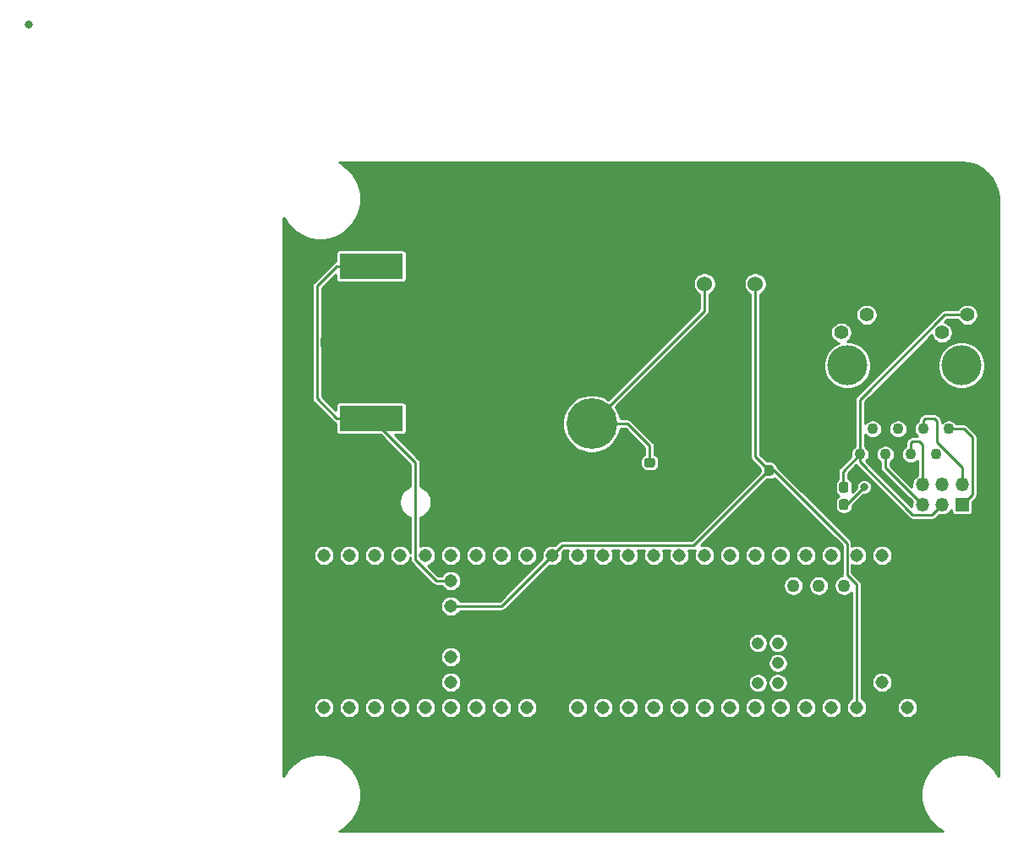
<source format=gbr>
%TF.GenerationSoftware,KiCad,Pcbnew,(5.1.10)-1*%
%TF.CreationDate,2021-12-04T17:03:40-06:00*%
%TF.ProjectId,blackbox_rev1,626c6163-6b62-46f7-985f-726576312e6b,rev?*%
%TF.SameCoordinates,Original*%
%TF.FileFunction,Copper,L1,Top*%
%TF.FilePolarity,Positive*%
%FSLAX46Y46*%
G04 Gerber Fmt 4.6, Leading zero omitted, Abs format (unit mm)*
G04 Created by KiCad (PCBNEW (5.1.10)-1) date 2021-12-04 17:03:40*
%MOMM*%
%LPD*%
G01*
G04 APERTURE LIST*
%TA.AperFunction,ComponentPad*%
%ADD10C,1.308000*%
%TD*%
%TA.AperFunction,ComponentPad*%
%ADD11C,1.258000*%
%TD*%
%TA.AperFunction,ComponentPad*%
%ADD12C,1.208000*%
%TD*%
%TA.AperFunction,ComponentPad*%
%ADD13O,1.350000X1.350000*%
%TD*%
%TA.AperFunction,ComponentPad*%
%ADD14R,1.350000X1.350000*%
%TD*%
%TA.AperFunction,ComponentPad*%
%ADD15C,1.524000*%
%TD*%
%TA.AperFunction,ComponentPad*%
%ADD16C,1.100000*%
%TD*%
%TA.AperFunction,ComponentPad*%
%ADD17C,4.000000*%
%TD*%
%TA.AperFunction,ComponentPad*%
%ADD18C,1.400000*%
%TD*%
%TA.AperFunction,ComponentPad*%
%ADD19C,2.000000*%
%TD*%
%TA.AperFunction,ComponentPad*%
%ADD20C,5.080000*%
%TD*%
%TA.AperFunction,SMDPad,CuDef*%
%ADD21C,10.160000*%
%TD*%
%TA.AperFunction,SMDPad,CuDef*%
%ADD22R,6.350000X2.540000*%
%TD*%
%TA.AperFunction,ViaPad*%
%ADD23C,0.800000*%
%TD*%
%TA.AperFunction,Conductor*%
%ADD24C,0.254000*%
%TD*%
%TA.AperFunction,Conductor*%
%ADD25C,0.250000*%
%TD*%
%TA.AperFunction,Conductor*%
%ADD26C,0.100000*%
%TD*%
G04 APERTURE END LIST*
D10*
%TO.P,U1,23*%
%TO.N,Net-(U1-Pad23)*%
X107061000Y-77597000D03*
%TO.P,U1,37*%
%TO.N,Net-(U1-Pad37)*%
X66421000Y-77597000D03*
%TO.P,U1,30*%
%TO.N,Net-(U1-Pad30)*%
X61341000Y-62357000D03*
%TO.P,U1,13*%
%TO.N,Net-(U1-Pad13)*%
X81661000Y-77597000D03*
%TO.P,U1,3.3V_1*%
%TO.N,+3V3*%
X79121000Y-62357000D03*
%TO.P,U1,26*%
%TO.N,Net-(U1-Pad26)*%
X71501000Y-62357000D03*
%TO.P,U1,16*%
%TO.N,Net-(U1-Pad16)*%
X89281000Y-77597000D03*
%TO.P,U1,2*%
%TO.N,Net-(U1-Pad2)*%
X107061000Y-62357000D03*
%TO.P,U1,25*%
%TO.N,Net-(U1-Pad25)*%
X74041000Y-62357000D03*
%TO.P,U1,22*%
%TO.N,Net-(U1-Pad22)*%
X104521000Y-77597000D03*
%TO.P,U1,7*%
%TO.N,Net-(U1-Pad7)*%
X94361000Y-62357000D03*
%TO.P,U1,5*%
%TO.N,Net-(U1-Pad5)*%
X99441000Y-62357000D03*
%TO.P,U1,17*%
%TO.N,Net-(U1-Pad17)*%
X91821000Y-77597000D03*
%TO.P,U1,14*%
%TO.N,Net-(U1-Pad14)*%
X84201000Y-77597000D03*
D11*
%TO.P,U1,USB_GND2*%
%TO.N,GND*%
X98171000Y-65407000D03*
D10*
%TO.P,U1,33*%
%TO.N,Net-(U1-Pad33)*%
X56261000Y-77597000D03*
%TO.P,U1,27*%
%TO.N,Net-(U1-Pad27)*%
X68961000Y-62357000D03*
%TO.P,U1,34*%
%TO.N,Net-(U1-Pad34)*%
X58801000Y-77597000D03*
%TO.P,U1,12*%
%TO.N,Net-(U1-Pad12)*%
X81661000Y-62357000D03*
%TO.P,U1,10*%
%TO.N,Net-(U1-Pad10)*%
X86741000Y-62357000D03*
%TO.P,U1,6*%
%TO.N,Net-(U1-Pad6)*%
X96901000Y-62357000D03*
D11*
%TO.P,U1,USB_GND1*%
%TO.N,GND*%
X100711000Y-65407000D03*
D10*
%TO.P,U1,4*%
%TO.N,Net-(U1-Pad4)*%
X101981000Y-62357000D03*
%TO.P,U1,40*%
%TO.N,Net-(U1-Pad40)*%
X74041000Y-77597000D03*
%TO.P,U1,36*%
%TO.N,Net-(U1-Pad36)*%
X63881000Y-77597000D03*
D12*
%TO.P,U1,T-*%
%TO.N,N/C*%
X101711000Y-71147000D03*
D10*
%TO.P,U1,8*%
%TO.N,Net-(U1-Pad8)*%
X91821000Y-62357000D03*
%TO.P,U1,18*%
%TO.N,Net-(U1-Pad18)*%
X94361000Y-77597000D03*
%TO.P,U1,38*%
%TO.N,Net-(U1-Pad38)*%
X68961000Y-77597000D03*
%TO.P,U1,29*%
%TO.N,Net-(U1-Pad29)*%
X63881000Y-62357000D03*
%TO.P,U1,32*%
%TO.N,Net-(U1-Pad32)*%
X56261000Y-62357000D03*
%TO.P,U1,24*%
%TO.N,Net-(U1-Pad24)*%
X76581000Y-62357000D03*
%TO.P,U1,28*%
%TO.N,Net-(U1-Pad28)*%
X66421000Y-62357000D03*
%TO.P,U1,20*%
%TO.N,Net-(U1-Pad20)*%
X99441000Y-77597000D03*
%TO.P,U1,19*%
%TO.N,Net-(U1-Pad19)*%
X96901000Y-77597000D03*
D11*
%TO.P,U1,D+*%
%TO.N,Net-(U1-PadD+)*%
X103251000Y-65407000D03*
D10*
%TO.P,U1,11*%
%TO.N,Net-(U1-Pad11)*%
X84201000Y-62357000D03*
%TO.P,U1,41*%
%TO.N,Net-(U1-Pad41)*%
X76581000Y-77597000D03*
D12*
%TO.P,U1,LED*%
%TO.N,Net-(U1-PadLED)*%
X101711000Y-73147000D03*
D10*
%TO.P,U1,35*%
%TO.N,Net-(U1-Pad35)*%
X61341000Y-77597000D03*
%TO.P,U1,GND3*%
%TO.N,GND*%
X112141000Y-77597000D03*
%TO.P,U1,15*%
%TO.N,Net-(U1-Pad15)*%
X86741000Y-77597000D03*
D11*
%TO.P,U1,D-*%
%TO.N,N/C*%
X105791000Y-65407000D03*
D10*
%TO.P,U1,1*%
%TO.N,Net-(U1-Pad1)*%
X109601000Y-62357000D03*
D11*
%TO.P,U1,5V*%
%TO.N,Net-(U1-Pad5V)*%
X108331000Y-65407000D03*
D10*
%TO.P,U1,3.3V_2*%
%TO.N,+3V3*%
X109601000Y-77597000D03*
%TO.P,U1,21*%
%TO.N,Net-(U1-Pad21)*%
X101981000Y-77597000D03*
%TO.P,U1,3*%
%TO.N,Net-(U1-Pad3)*%
X104521000Y-62357000D03*
%TO.P,U1,39*%
%TO.N,Net-(U1-Pad39)*%
X71501000Y-77597000D03*
%TO.P,U1,31*%
%TO.N,Net-(U1-Pad31)*%
X58801000Y-62357000D03*
%TO.P,U1,9*%
%TO.N,Net-(U1-Pad9)*%
X89281000Y-62357000D03*
%TO.P,U1,VIN*%
%TO.N,Net-(U1-PadVIN)*%
X114681000Y-77597000D03*
%TO.P,U1,GND4*%
%TO.N,GND*%
X68961000Y-69977000D03*
D12*
%TO.P,U1,GND5*%
X99711000Y-73147000D03*
D10*
%TO.P,U1,PROGRAM*%
%TO.N,Net-(U1-PadPROGRAM)*%
X68961000Y-72517000D03*
%TO.P,U1,VUSB*%
%TO.N,Net-(U1-PadVUSB)*%
X112141000Y-75057000D03*
%TO.P,U1,3.3V_3*%
%TO.N,+3V3*%
X68961000Y-67437000D03*
%TO.P,U1,0*%
%TO.N,Net-(U1-Pad0)*%
X112141000Y-62357000D03*
D12*
%TO.P,U1,R+*%
%TO.N,Net-(U1-PadR+)*%
X101711000Y-75147000D03*
D10*
%TO.P,U1,ON/OFF*%
%TO.N,Net-(U1-PadON/OFF)*%
X68961000Y-75057000D03*
D12*
%TO.P,U1,T+*%
%TO.N,Net-(U1-PadT+)*%
X99711000Y-71147000D03*
%TO.P,U1,R-*%
%TO.N,N/C*%
X99711000Y-75147000D03*
D10*
%TO.P,U1,GND2*%
%TO.N,GND*%
X79121000Y-77597000D03*
%TO.P,U1,VBAT*%
%TO.N,+3.3VP*%
X68961000Y-64897000D03*
%TO.P,U1,GND1*%
%TO.N,GND*%
X114681000Y-62357000D03*
%TD*%
D13*
%TO.P,Conn2,6*%
%TO.N,Net-(Conn2-Pad6)*%
X116160800Y-55295800D03*
%TO.P,Conn2,5*%
%TO.N,Net-(Conn2-Pad5)*%
X116160800Y-57295800D03*
%TO.P,Conn2,4*%
%TO.N,Net-(Conn2-Pad4)*%
X118160800Y-55295800D03*
%TO.P,Conn2,3*%
%TO.N,Net-(C3-Pad2)*%
X118160800Y-57295800D03*
%TO.P,Conn2,2*%
%TO.N,Net-(Conn2-Pad2)*%
X120160800Y-55295800D03*
D14*
%TO.P,Conn2,1*%
%TO.N,Net-(Conn2-Pad1)*%
X120160800Y-57295800D03*
%TD*%
D15*
%TO.P,U2,3*%
%TO.N,+3V3*%
X99441000Y-35179000D03*
%TO.P,U2,2*%
%TO.N,GND*%
X96901000Y-35179000D03*
%TO.P,U2,1*%
%TO.N,+12V*%
X94361000Y-35179000D03*
%TD*%
D16*
%TO.P,J1,8*%
%TO.N,Net-(C3-Pad2)*%
X109929200Y-52243000D03*
%TO.P,J1,6*%
%TO.N,Net-(Conn2-Pad5)*%
X112469200Y-52243000D03*
%TO.P,J1,4*%
%TO.N,Net-(Conn2-Pad6)*%
X115009200Y-52243000D03*
%TO.P,J1,2*%
%TO.N,Net-(C3-Pad1)*%
X117549200Y-52243000D03*
%TO.P,J1,7*%
%TO.N,Net-(J1-Pad7)*%
X111199200Y-49703000D03*
%TO.P,J1,5*%
%TO.N,Net-(C3-Pad1)*%
X113739200Y-49703000D03*
%TO.P,J1,3*%
%TO.N,Net-(Conn2-Pad2)*%
X116279200Y-49703000D03*
%TO.P,J1,1*%
%TO.N,Net-(Conn2-Pad1)*%
X118819200Y-49703000D03*
D17*
%TO.P,J1,14*%
%TO.N,N/C*%
X108659200Y-43353000D03*
%TO.P,J1,13*%
X120089200Y-43353000D03*
D18*
%TO.P,J1,11*%
%TO.N,Net-(J1-Pad11)*%
X110589200Y-38273000D03*
%TO.P,J1,10*%
%TO.N,Net-(Conn2-Pad4)*%
X118159200Y-40063000D03*
%TO.P,J1,12*%
%TO.N,Net-(J1-Pad12)*%
X108049200Y-40063000D03*
%TO.P,J1,9*%
%TO.N,Net-(C3-Pad2)*%
X120699200Y-38273000D03*
D19*
%TO.P,J1,15*%
%TO.N,GND*%
X122249200Y-46403000D03*
%TO.P,J1,16*%
X106499200Y-46403000D03*
%TD*%
D20*
%TO.P,Conn1,1*%
%TO.N,GND*%
X75184000Y-49174400D03*
%TO.P,Conn1,2*%
%TO.N,+12V*%
X83058000Y-49174400D03*
%TD*%
%TO.P,C3,2*%
%TO.N,Net-(C3-Pad2)*%
%TA.AperFunction,SMDPad,CuDef*%
G36*
G01*
X108543100Y-56088400D02*
X108068100Y-56088400D01*
G75*
G02*
X107830600Y-55850900I0J237500D01*
G01*
X107830600Y-55250900D01*
G75*
G02*
X108068100Y-55013400I237500J0D01*
G01*
X108543100Y-55013400D01*
G75*
G02*
X108780600Y-55250900I0J-237500D01*
G01*
X108780600Y-55850900D01*
G75*
G02*
X108543100Y-56088400I-237500J0D01*
G01*
G37*
%TD.AperFunction*%
%TO.P,C3,1*%
%TO.N,Net-(C3-Pad1)*%
%TA.AperFunction,SMDPad,CuDef*%
G36*
G01*
X108543100Y-57813400D02*
X108068100Y-57813400D01*
G75*
G02*
X107830600Y-57575900I0J237500D01*
G01*
X107830600Y-56975900D01*
G75*
G02*
X108068100Y-56738400I237500J0D01*
G01*
X108543100Y-56738400D01*
G75*
G02*
X108780600Y-56975900I0J-237500D01*
G01*
X108780600Y-57575900D01*
G75*
G02*
X108543100Y-57813400I-237500J0D01*
G01*
G37*
%TD.AperFunction*%
%TD*%
%TO.P,C2,2*%
%TO.N,GND*%
%TA.AperFunction,SMDPad,CuDef*%
G36*
G01*
X100575100Y-55036600D02*
X101050100Y-55036600D01*
G75*
G02*
X101287600Y-55274100I0J-237500D01*
G01*
X101287600Y-55874100D01*
G75*
G02*
X101050100Y-56111600I-237500J0D01*
G01*
X100575100Y-56111600D01*
G75*
G02*
X100337600Y-55874100I0J237500D01*
G01*
X100337600Y-55274100D01*
G75*
G02*
X100575100Y-55036600I237500J0D01*
G01*
G37*
%TD.AperFunction*%
%TO.P,C2,1*%
%TO.N,+3V3*%
%TA.AperFunction,SMDPad,CuDef*%
G36*
G01*
X100575100Y-53311600D02*
X101050100Y-53311600D01*
G75*
G02*
X101287600Y-53549100I0J-237500D01*
G01*
X101287600Y-54149100D01*
G75*
G02*
X101050100Y-54386600I-237500J0D01*
G01*
X100575100Y-54386600D01*
G75*
G02*
X100337600Y-54149100I0J237500D01*
G01*
X100337600Y-53549100D01*
G75*
G02*
X100575100Y-53311600I237500J0D01*
G01*
G37*
%TD.AperFunction*%
%TD*%
%TO.P,C1,2*%
%TO.N,+12V*%
%TA.AperFunction,SMDPad,CuDef*%
G36*
G01*
X88336000Y-53323500D02*
X88336000Y-52848500D01*
G75*
G02*
X88573500Y-52611000I237500J0D01*
G01*
X89173500Y-52611000D01*
G75*
G02*
X89411000Y-52848500I0J-237500D01*
G01*
X89411000Y-53323500D01*
G75*
G02*
X89173500Y-53561000I-237500J0D01*
G01*
X88573500Y-53561000D01*
G75*
G02*
X88336000Y-53323500I0J237500D01*
G01*
G37*
%TD.AperFunction*%
%TO.P,C1,1*%
%TO.N,GND*%
%TA.AperFunction,SMDPad,CuDef*%
G36*
G01*
X86611000Y-53323500D02*
X86611000Y-52848500D01*
G75*
G02*
X86848500Y-52611000I237500J0D01*
G01*
X87448500Y-52611000D01*
G75*
G02*
X87686000Y-52848500I0J-237500D01*
G01*
X87686000Y-53323500D01*
G75*
G02*
X87448500Y-53561000I-237500J0D01*
G01*
X86848500Y-53561000D01*
G75*
G02*
X86611000Y-53323500I0J237500D01*
G01*
G37*
%TD.AperFunction*%
%TD*%
D21*
%TO.P,BT1,2*%
%TO.N,GND*%
X60960000Y-41021000D03*
D22*
%TO.P,BT1,1*%
%TO.N,+3.3VP*%
X60960000Y-48641000D03*
X60960000Y-33401000D03*
%TD*%
D23*
%TO.N,*%
X26670000Y-9194800D03*
%TO.N,GND*%
X72898000Y-65405000D03*
%TO.N,Net-(C3-Pad1)*%
X110363000Y-55499000D03*
%TD*%
D24*
%TO.N,+3.3VP*%
X67509118Y-64897000D02*
X68961000Y-64897000D01*
X65405000Y-62792882D02*
X67509118Y-64897000D01*
X65405000Y-57023000D02*
X65405000Y-62792882D01*
X65405000Y-53086000D02*
X60960000Y-48641000D01*
X65405000Y-57023000D02*
X65405000Y-53086000D01*
X55552999Y-35379001D02*
X57531000Y-33401000D01*
X55552999Y-46662999D02*
X55552999Y-35379001D01*
X57531000Y-48641000D02*
X55552999Y-46662999D01*
X57531000Y-33401000D02*
X60960000Y-33401000D01*
X60960000Y-48641000D02*
X57531000Y-48641000D01*
D25*
%TO.N,+12V*%
X88873500Y-51397798D02*
X88873500Y-53086000D01*
X86650102Y-49174400D02*
X88873500Y-51397798D01*
X83058000Y-49174400D02*
X86650102Y-49174400D01*
D24*
X94361000Y-37871400D02*
X94361000Y-35179000D01*
X83058000Y-49174400D02*
X94361000Y-37871400D01*
D25*
%TO.N,Net-(C3-Pad2)*%
X117160799Y-58295801D02*
X118160800Y-57295800D01*
X115204184Y-58295801D02*
X117160799Y-58295801D01*
X109929200Y-53020817D02*
X115204184Y-58295801D01*
X109929200Y-52243000D02*
X109929200Y-53020817D01*
X109929200Y-46775998D02*
X109929200Y-52243000D01*
X118432198Y-38273000D02*
X109929200Y-46775998D01*
X120699200Y-38273000D02*
X118432198Y-38273000D01*
X109929200Y-52243000D02*
X108204000Y-53968200D01*
X108204000Y-55449300D02*
X108305600Y-55550900D01*
X108204000Y-53968200D02*
X108204000Y-55449300D01*
%TO.N,Net-(C3-Pad1)*%
X108586100Y-57275900D02*
X108305600Y-57275900D01*
X110363000Y-55499000D02*
X108586100Y-57275900D01*
%TO.N,Net-(Conn2-Pad6)*%
X116160800Y-55295800D02*
X116160800Y-51263800D01*
X116160800Y-51263800D02*
X115824000Y-50927000D01*
X115824000Y-50927000D02*
X115189000Y-50927000D01*
X115009200Y-51106800D02*
X115009200Y-52243000D01*
X115189000Y-50927000D02*
X115009200Y-51106800D01*
%TO.N,Net-(Conn2-Pad2)*%
X116279200Y-49703000D02*
X116279200Y-48820800D01*
X116279200Y-48820800D02*
X116459000Y-48641000D01*
X116459000Y-48641000D02*
X117348000Y-48641000D01*
X117348000Y-48641000D02*
X117602000Y-48895000D01*
X120160800Y-53559598D02*
X120160800Y-55295800D01*
X117602000Y-51000798D02*
X120160800Y-53559598D01*
X117602000Y-48895000D02*
X117602000Y-51000798D01*
%TO.N,Net-(Conn2-Pad1)*%
X121160801Y-56295799D02*
X120160800Y-57295800D01*
X121160801Y-50548801D02*
X121160801Y-56295799D01*
X120315000Y-49703000D02*
X121160801Y-50548801D01*
X118819200Y-49703000D02*
X120315000Y-49703000D01*
%TO.N,Net-(Conn2-Pad5)*%
X112469200Y-53604200D02*
X112469200Y-52243000D01*
X116160800Y-57295800D02*
X112469200Y-53604200D01*
%TO.N,+3V3*%
X99441000Y-52477500D02*
X100812600Y-53849100D01*
X99441000Y-35179000D02*
X99441000Y-52477500D01*
X109601000Y-65265078D02*
X109601000Y-77597000D01*
X108621999Y-61183499D02*
X108621999Y-64286077D01*
X101287600Y-53849100D02*
X108621999Y-61183499D01*
X108621999Y-64286077D02*
X109601000Y-65265078D01*
X100812600Y-53849100D02*
X101287600Y-53849100D01*
D24*
X74041000Y-67437000D02*
X79121000Y-62357000D01*
X68961000Y-67437000D02*
X74041000Y-67437000D01*
X93285701Y-61375999D02*
X100812600Y-53849100D01*
X80102001Y-61375999D02*
X93285701Y-61375999D01*
X79121000Y-62357000D02*
X80102001Y-61375999D01*
%TD*%
%TO.N,GND*%
X120852128Y-23083575D02*
X121535215Y-23289811D01*
X122165230Y-23624796D01*
X122718180Y-24075772D01*
X123173008Y-24625564D01*
X123512380Y-25253220D01*
X123723379Y-25934847D01*
X123799975Y-26663609D01*
X123800001Y-26671129D01*
X123800000Y-84476854D01*
X123775550Y-84417827D01*
X123326833Y-83746275D01*
X122755725Y-83175167D01*
X122084173Y-82726450D01*
X121337984Y-82417368D01*
X120545834Y-82259800D01*
X119738166Y-82259800D01*
X118946016Y-82417368D01*
X118199827Y-82726450D01*
X117528275Y-83175167D01*
X116957167Y-83746275D01*
X116508450Y-84417827D01*
X116199368Y-85164016D01*
X116041800Y-85956166D01*
X116041800Y-86763834D01*
X116199368Y-87555984D01*
X116508450Y-88302173D01*
X116957167Y-88973725D01*
X117528275Y-89544833D01*
X118199827Y-89993550D01*
X118258854Y-90018000D01*
X57763146Y-90018000D01*
X57822173Y-89993550D01*
X58493725Y-89544833D01*
X59064833Y-88973725D01*
X59513550Y-88302173D01*
X59822632Y-87555984D01*
X59980200Y-86763834D01*
X59980200Y-85956166D01*
X59822632Y-85164016D01*
X59513550Y-84417827D01*
X59064833Y-83746275D01*
X58493725Y-83175167D01*
X57822173Y-82726450D01*
X57075984Y-82417368D01*
X56283834Y-82259800D01*
X55476166Y-82259800D01*
X54684016Y-82417368D01*
X53937827Y-82726450D01*
X53266275Y-83175167D01*
X52695167Y-83746275D01*
X52246450Y-84417827D01*
X52222000Y-84476854D01*
X52222000Y-77495061D01*
X55226000Y-77495061D01*
X55226000Y-77698939D01*
X55265774Y-77898898D01*
X55343795Y-78087256D01*
X55457063Y-78256774D01*
X55601226Y-78400937D01*
X55770744Y-78514205D01*
X55959102Y-78592226D01*
X56159061Y-78632000D01*
X56362939Y-78632000D01*
X56562898Y-78592226D01*
X56751256Y-78514205D01*
X56920774Y-78400937D01*
X57064937Y-78256774D01*
X57178205Y-78087256D01*
X57256226Y-77898898D01*
X57296000Y-77698939D01*
X57296000Y-77495061D01*
X57766000Y-77495061D01*
X57766000Y-77698939D01*
X57805774Y-77898898D01*
X57883795Y-78087256D01*
X57997063Y-78256774D01*
X58141226Y-78400937D01*
X58310744Y-78514205D01*
X58499102Y-78592226D01*
X58699061Y-78632000D01*
X58902939Y-78632000D01*
X59102898Y-78592226D01*
X59291256Y-78514205D01*
X59460774Y-78400937D01*
X59604937Y-78256774D01*
X59718205Y-78087256D01*
X59796226Y-77898898D01*
X59836000Y-77698939D01*
X59836000Y-77495061D01*
X60306000Y-77495061D01*
X60306000Y-77698939D01*
X60345774Y-77898898D01*
X60423795Y-78087256D01*
X60537063Y-78256774D01*
X60681226Y-78400937D01*
X60850744Y-78514205D01*
X61039102Y-78592226D01*
X61239061Y-78632000D01*
X61442939Y-78632000D01*
X61642898Y-78592226D01*
X61831256Y-78514205D01*
X62000774Y-78400937D01*
X62144937Y-78256774D01*
X62258205Y-78087256D01*
X62336226Y-77898898D01*
X62376000Y-77698939D01*
X62376000Y-77495061D01*
X62846000Y-77495061D01*
X62846000Y-77698939D01*
X62885774Y-77898898D01*
X62963795Y-78087256D01*
X63077063Y-78256774D01*
X63221226Y-78400937D01*
X63390744Y-78514205D01*
X63579102Y-78592226D01*
X63779061Y-78632000D01*
X63982939Y-78632000D01*
X64182898Y-78592226D01*
X64371256Y-78514205D01*
X64540774Y-78400937D01*
X64684937Y-78256774D01*
X64798205Y-78087256D01*
X64876226Y-77898898D01*
X64916000Y-77698939D01*
X64916000Y-77495061D01*
X65386000Y-77495061D01*
X65386000Y-77698939D01*
X65425774Y-77898898D01*
X65503795Y-78087256D01*
X65617063Y-78256774D01*
X65761226Y-78400937D01*
X65930744Y-78514205D01*
X66119102Y-78592226D01*
X66319061Y-78632000D01*
X66522939Y-78632000D01*
X66722898Y-78592226D01*
X66911256Y-78514205D01*
X67080774Y-78400937D01*
X67224937Y-78256774D01*
X67338205Y-78087256D01*
X67416226Y-77898898D01*
X67456000Y-77698939D01*
X67456000Y-77495061D01*
X67926000Y-77495061D01*
X67926000Y-77698939D01*
X67965774Y-77898898D01*
X68043795Y-78087256D01*
X68157063Y-78256774D01*
X68301226Y-78400937D01*
X68470744Y-78514205D01*
X68659102Y-78592226D01*
X68859061Y-78632000D01*
X69062939Y-78632000D01*
X69262898Y-78592226D01*
X69451256Y-78514205D01*
X69620774Y-78400937D01*
X69764937Y-78256774D01*
X69878205Y-78087256D01*
X69956226Y-77898898D01*
X69996000Y-77698939D01*
X69996000Y-77495061D01*
X70466000Y-77495061D01*
X70466000Y-77698939D01*
X70505774Y-77898898D01*
X70583795Y-78087256D01*
X70697063Y-78256774D01*
X70841226Y-78400937D01*
X71010744Y-78514205D01*
X71199102Y-78592226D01*
X71399061Y-78632000D01*
X71602939Y-78632000D01*
X71802898Y-78592226D01*
X71991256Y-78514205D01*
X72160774Y-78400937D01*
X72304937Y-78256774D01*
X72418205Y-78087256D01*
X72496226Y-77898898D01*
X72536000Y-77698939D01*
X72536000Y-77495061D01*
X73006000Y-77495061D01*
X73006000Y-77698939D01*
X73045774Y-77898898D01*
X73123795Y-78087256D01*
X73237063Y-78256774D01*
X73381226Y-78400937D01*
X73550744Y-78514205D01*
X73739102Y-78592226D01*
X73939061Y-78632000D01*
X74142939Y-78632000D01*
X74342898Y-78592226D01*
X74531256Y-78514205D01*
X74700774Y-78400937D01*
X74844937Y-78256774D01*
X74958205Y-78087256D01*
X75036226Y-77898898D01*
X75076000Y-77698939D01*
X75076000Y-77495061D01*
X75546000Y-77495061D01*
X75546000Y-77698939D01*
X75585774Y-77898898D01*
X75663795Y-78087256D01*
X75777063Y-78256774D01*
X75921226Y-78400937D01*
X76090744Y-78514205D01*
X76279102Y-78592226D01*
X76479061Y-78632000D01*
X76682939Y-78632000D01*
X76882898Y-78592226D01*
X77071256Y-78514205D01*
X77240774Y-78400937D01*
X77384937Y-78256774D01*
X77498205Y-78087256D01*
X77576226Y-77898898D01*
X77616000Y-77698939D01*
X77616000Y-77495061D01*
X80626000Y-77495061D01*
X80626000Y-77698939D01*
X80665774Y-77898898D01*
X80743795Y-78087256D01*
X80857063Y-78256774D01*
X81001226Y-78400937D01*
X81170744Y-78514205D01*
X81359102Y-78592226D01*
X81559061Y-78632000D01*
X81762939Y-78632000D01*
X81962898Y-78592226D01*
X82151256Y-78514205D01*
X82320774Y-78400937D01*
X82464937Y-78256774D01*
X82578205Y-78087256D01*
X82656226Y-77898898D01*
X82696000Y-77698939D01*
X82696000Y-77495061D01*
X83166000Y-77495061D01*
X83166000Y-77698939D01*
X83205774Y-77898898D01*
X83283795Y-78087256D01*
X83397063Y-78256774D01*
X83541226Y-78400937D01*
X83710744Y-78514205D01*
X83899102Y-78592226D01*
X84099061Y-78632000D01*
X84302939Y-78632000D01*
X84502898Y-78592226D01*
X84691256Y-78514205D01*
X84860774Y-78400937D01*
X85004937Y-78256774D01*
X85118205Y-78087256D01*
X85196226Y-77898898D01*
X85236000Y-77698939D01*
X85236000Y-77495061D01*
X85706000Y-77495061D01*
X85706000Y-77698939D01*
X85745774Y-77898898D01*
X85823795Y-78087256D01*
X85937063Y-78256774D01*
X86081226Y-78400937D01*
X86250744Y-78514205D01*
X86439102Y-78592226D01*
X86639061Y-78632000D01*
X86842939Y-78632000D01*
X87042898Y-78592226D01*
X87231256Y-78514205D01*
X87400774Y-78400937D01*
X87544937Y-78256774D01*
X87658205Y-78087256D01*
X87736226Y-77898898D01*
X87776000Y-77698939D01*
X87776000Y-77495061D01*
X88246000Y-77495061D01*
X88246000Y-77698939D01*
X88285774Y-77898898D01*
X88363795Y-78087256D01*
X88477063Y-78256774D01*
X88621226Y-78400937D01*
X88790744Y-78514205D01*
X88979102Y-78592226D01*
X89179061Y-78632000D01*
X89382939Y-78632000D01*
X89582898Y-78592226D01*
X89771256Y-78514205D01*
X89940774Y-78400937D01*
X90084937Y-78256774D01*
X90198205Y-78087256D01*
X90276226Y-77898898D01*
X90316000Y-77698939D01*
X90316000Y-77495061D01*
X90786000Y-77495061D01*
X90786000Y-77698939D01*
X90825774Y-77898898D01*
X90903795Y-78087256D01*
X91017063Y-78256774D01*
X91161226Y-78400937D01*
X91330744Y-78514205D01*
X91519102Y-78592226D01*
X91719061Y-78632000D01*
X91922939Y-78632000D01*
X92122898Y-78592226D01*
X92311256Y-78514205D01*
X92480774Y-78400937D01*
X92624937Y-78256774D01*
X92738205Y-78087256D01*
X92816226Y-77898898D01*
X92856000Y-77698939D01*
X92856000Y-77495061D01*
X93326000Y-77495061D01*
X93326000Y-77698939D01*
X93365774Y-77898898D01*
X93443795Y-78087256D01*
X93557063Y-78256774D01*
X93701226Y-78400937D01*
X93870744Y-78514205D01*
X94059102Y-78592226D01*
X94259061Y-78632000D01*
X94462939Y-78632000D01*
X94662898Y-78592226D01*
X94851256Y-78514205D01*
X95020774Y-78400937D01*
X95164937Y-78256774D01*
X95278205Y-78087256D01*
X95356226Y-77898898D01*
X95396000Y-77698939D01*
X95396000Y-77495061D01*
X95866000Y-77495061D01*
X95866000Y-77698939D01*
X95905774Y-77898898D01*
X95983795Y-78087256D01*
X96097063Y-78256774D01*
X96241226Y-78400937D01*
X96410744Y-78514205D01*
X96599102Y-78592226D01*
X96799061Y-78632000D01*
X97002939Y-78632000D01*
X97202898Y-78592226D01*
X97391256Y-78514205D01*
X97560774Y-78400937D01*
X97704937Y-78256774D01*
X97818205Y-78087256D01*
X97896226Y-77898898D01*
X97936000Y-77698939D01*
X97936000Y-77495061D01*
X98406000Y-77495061D01*
X98406000Y-77698939D01*
X98445774Y-77898898D01*
X98523795Y-78087256D01*
X98637063Y-78256774D01*
X98781226Y-78400937D01*
X98950744Y-78514205D01*
X99139102Y-78592226D01*
X99339061Y-78632000D01*
X99542939Y-78632000D01*
X99742898Y-78592226D01*
X99931256Y-78514205D01*
X100100774Y-78400937D01*
X100244937Y-78256774D01*
X100358205Y-78087256D01*
X100436226Y-77898898D01*
X100476000Y-77698939D01*
X100476000Y-77495061D01*
X100946000Y-77495061D01*
X100946000Y-77698939D01*
X100985774Y-77898898D01*
X101063795Y-78087256D01*
X101177063Y-78256774D01*
X101321226Y-78400937D01*
X101490744Y-78514205D01*
X101679102Y-78592226D01*
X101879061Y-78632000D01*
X102082939Y-78632000D01*
X102282898Y-78592226D01*
X102471256Y-78514205D01*
X102640774Y-78400937D01*
X102784937Y-78256774D01*
X102898205Y-78087256D01*
X102976226Y-77898898D01*
X103016000Y-77698939D01*
X103016000Y-77495061D01*
X103486000Y-77495061D01*
X103486000Y-77698939D01*
X103525774Y-77898898D01*
X103603795Y-78087256D01*
X103717063Y-78256774D01*
X103861226Y-78400937D01*
X104030744Y-78514205D01*
X104219102Y-78592226D01*
X104419061Y-78632000D01*
X104622939Y-78632000D01*
X104822898Y-78592226D01*
X105011256Y-78514205D01*
X105180774Y-78400937D01*
X105324937Y-78256774D01*
X105438205Y-78087256D01*
X105516226Y-77898898D01*
X105556000Y-77698939D01*
X105556000Y-77495061D01*
X106026000Y-77495061D01*
X106026000Y-77698939D01*
X106065774Y-77898898D01*
X106143795Y-78087256D01*
X106257063Y-78256774D01*
X106401226Y-78400937D01*
X106570744Y-78514205D01*
X106759102Y-78592226D01*
X106959061Y-78632000D01*
X107162939Y-78632000D01*
X107362898Y-78592226D01*
X107551256Y-78514205D01*
X107720774Y-78400937D01*
X107864937Y-78256774D01*
X107978205Y-78087256D01*
X108056226Y-77898898D01*
X108096000Y-77698939D01*
X108096000Y-77495061D01*
X108056226Y-77295102D01*
X107978205Y-77106744D01*
X107864937Y-76937226D01*
X107720774Y-76793063D01*
X107551256Y-76679795D01*
X107362898Y-76601774D01*
X107162939Y-76562000D01*
X106959061Y-76562000D01*
X106759102Y-76601774D01*
X106570744Y-76679795D01*
X106401226Y-76793063D01*
X106257063Y-76937226D01*
X106143795Y-77106744D01*
X106065774Y-77295102D01*
X106026000Y-77495061D01*
X105556000Y-77495061D01*
X105516226Y-77295102D01*
X105438205Y-77106744D01*
X105324937Y-76937226D01*
X105180774Y-76793063D01*
X105011256Y-76679795D01*
X104822898Y-76601774D01*
X104622939Y-76562000D01*
X104419061Y-76562000D01*
X104219102Y-76601774D01*
X104030744Y-76679795D01*
X103861226Y-76793063D01*
X103717063Y-76937226D01*
X103603795Y-77106744D01*
X103525774Y-77295102D01*
X103486000Y-77495061D01*
X103016000Y-77495061D01*
X102976226Y-77295102D01*
X102898205Y-77106744D01*
X102784937Y-76937226D01*
X102640774Y-76793063D01*
X102471256Y-76679795D01*
X102282898Y-76601774D01*
X102082939Y-76562000D01*
X101879061Y-76562000D01*
X101679102Y-76601774D01*
X101490744Y-76679795D01*
X101321226Y-76793063D01*
X101177063Y-76937226D01*
X101063795Y-77106744D01*
X100985774Y-77295102D01*
X100946000Y-77495061D01*
X100476000Y-77495061D01*
X100436226Y-77295102D01*
X100358205Y-77106744D01*
X100244937Y-76937226D01*
X100100774Y-76793063D01*
X99931256Y-76679795D01*
X99742898Y-76601774D01*
X99542939Y-76562000D01*
X99339061Y-76562000D01*
X99139102Y-76601774D01*
X98950744Y-76679795D01*
X98781226Y-76793063D01*
X98637063Y-76937226D01*
X98523795Y-77106744D01*
X98445774Y-77295102D01*
X98406000Y-77495061D01*
X97936000Y-77495061D01*
X97896226Y-77295102D01*
X97818205Y-77106744D01*
X97704937Y-76937226D01*
X97560774Y-76793063D01*
X97391256Y-76679795D01*
X97202898Y-76601774D01*
X97002939Y-76562000D01*
X96799061Y-76562000D01*
X96599102Y-76601774D01*
X96410744Y-76679795D01*
X96241226Y-76793063D01*
X96097063Y-76937226D01*
X95983795Y-77106744D01*
X95905774Y-77295102D01*
X95866000Y-77495061D01*
X95396000Y-77495061D01*
X95356226Y-77295102D01*
X95278205Y-77106744D01*
X95164937Y-76937226D01*
X95020774Y-76793063D01*
X94851256Y-76679795D01*
X94662898Y-76601774D01*
X94462939Y-76562000D01*
X94259061Y-76562000D01*
X94059102Y-76601774D01*
X93870744Y-76679795D01*
X93701226Y-76793063D01*
X93557063Y-76937226D01*
X93443795Y-77106744D01*
X93365774Y-77295102D01*
X93326000Y-77495061D01*
X92856000Y-77495061D01*
X92816226Y-77295102D01*
X92738205Y-77106744D01*
X92624937Y-76937226D01*
X92480774Y-76793063D01*
X92311256Y-76679795D01*
X92122898Y-76601774D01*
X91922939Y-76562000D01*
X91719061Y-76562000D01*
X91519102Y-76601774D01*
X91330744Y-76679795D01*
X91161226Y-76793063D01*
X91017063Y-76937226D01*
X90903795Y-77106744D01*
X90825774Y-77295102D01*
X90786000Y-77495061D01*
X90316000Y-77495061D01*
X90276226Y-77295102D01*
X90198205Y-77106744D01*
X90084937Y-76937226D01*
X89940774Y-76793063D01*
X89771256Y-76679795D01*
X89582898Y-76601774D01*
X89382939Y-76562000D01*
X89179061Y-76562000D01*
X88979102Y-76601774D01*
X88790744Y-76679795D01*
X88621226Y-76793063D01*
X88477063Y-76937226D01*
X88363795Y-77106744D01*
X88285774Y-77295102D01*
X88246000Y-77495061D01*
X87776000Y-77495061D01*
X87736226Y-77295102D01*
X87658205Y-77106744D01*
X87544937Y-76937226D01*
X87400774Y-76793063D01*
X87231256Y-76679795D01*
X87042898Y-76601774D01*
X86842939Y-76562000D01*
X86639061Y-76562000D01*
X86439102Y-76601774D01*
X86250744Y-76679795D01*
X86081226Y-76793063D01*
X85937063Y-76937226D01*
X85823795Y-77106744D01*
X85745774Y-77295102D01*
X85706000Y-77495061D01*
X85236000Y-77495061D01*
X85196226Y-77295102D01*
X85118205Y-77106744D01*
X85004937Y-76937226D01*
X84860774Y-76793063D01*
X84691256Y-76679795D01*
X84502898Y-76601774D01*
X84302939Y-76562000D01*
X84099061Y-76562000D01*
X83899102Y-76601774D01*
X83710744Y-76679795D01*
X83541226Y-76793063D01*
X83397063Y-76937226D01*
X83283795Y-77106744D01*
X83205774Y-77295102D01*
X83166000Y-77495061D01*
X82696000Y-77495061D01*
X82656226Y-77295102D01*
X82578205Y-77106744D01*
X82464937Y-76937226D01*
X82320774Y-76793063D01*
X82151256Y-76679795D01*
X81962898Y-76601774D01*
X81762939Y-76562000D01*
X81559061Y-76562000D01*
X81359102Y-76601774D01*
X81170744Y-76679795D01*
X81001226Y-76793063D01*
X80857063Y-76937226D01*
X80743795Y-77106744D01*
X80665774Y-77295102D01*
X80626000Y-77495061D01*
X77616000Y-77495061D01*
X77576226Y-77295102D01*
X77498205Y-77106744D01*
X77384937Y-76937226D01*
X77240774Y-76793063D01*
X77071256Y-76679795D01*
X76882898Y-76601774D01*
X76682939Y-76562000D01*
X76479061Y-76562000D01*
X76279102Y-76601774D01*
X76090744Y-76679795D01*
X75921226Y-76793063D01*
X75777063Y-76937226D01*
X75663795Y-77106744D01*
X75585774Y-77295102D01*
X75546000Y-77495061D01*
X75076000Y-77495061D01*
X75036226Y-77295102D01*
X74958205Y-77106744D01*
X74844937Y-76937226D01*
X74700774Y-76793063D01*
X74531256Y-76679795D01*
X74342898Y-76601774D01*
X74142939Y-76562000D01*
X73939061Y-76562000D01*
X73739102Y-76601774D01*
X73550744Y-76679795D01*
X73381226Y-76793063D01*
X73237063Y-76937226D01*
X73123795Y-77106744D01*
X73045774Y-77295102D01*
X73006000Y-77495061D01*
X72536000Y-77495061D01*
X72496226Y-77295102D01*
X72418205Y-77106744D01*
X72304937Y-76937226D01*
X72160774Y-76793063D01*
X71991256Y-76679795D01*
X71802898Y-76601774D01*
X71602939Y-76562000D01*
X71399061Y-76562000D01*
X71199102Y-76601774D01*
X71010744Y-76679795D01*
X70841226Y-76793063D01*
X70697063Y-76937226D01*
X70583795Y-77106744D01*
X70505774Y-77295102D01*
X70466000Y-77495061D01*
X69996000Y-77495061D01*
X69956226Y-77295102D01*
X69878205Y-77106744D01*
X69764937Y-76937226D01*
X69620774Y-76793063D01*
X69451256Y-76679795D01*
X69262898Y-76601774D01*
X69062939Y-76562000D01*
X68859061Y-76562000D01*
X68659102Y-76601774D01*
X68470744Y-76679795D01*
X68301226Y-76793063D01*
X68157063Y-76937226D01*
X68043795Y-77106744D01*
X67965774Y-77295102D01*
X67926000Y-77495061D01*
X67456000Y-77495061D01*
X67416226Y-77295102D01*
X67338205Y-77106744D01*
X67224937Y-76937226D01*
X67080774Y-76793063D01*
X66911256Y-76679795D01*
X66722898Y-76601774D01*
X66522939Y-76562000D01*
X66319061Y-76562000D01*
X66119102Y-76601774D01*
X65930744Y-76679795D01*
X65761226Y-76793063D01*
X65617063Y-76937226D01*
X65503795Y-77106744D01*
X65425774Y-77295102D01*
X65386000Y-77495061D01*
X64916000Y-77495061D01*
X64876226Y-77295102D01*
X64798205Y-77106744D01*
X64684937Y-76937226D01*
X64540774Y-76793063D01*
X64371256Y-76679795D01*
X64182898Y-76601774D01*
X63982939Y-76562000D01*
X63779061Y-76562000D01*
X63579102Y-76601774D01*
X63390744Y-76679795D01*
X63221226Y-76793063D01*
X63077063Y-76937226D01*
X62963795Y-77106744D01*
X62885774Y-77295102D01*
X62846000Y-77495061D01*
X62376000Y-77495061D01*
X62336226Y-77295102D01*
X62258205Y-77106744D01*
X62144937Y-76937226D01*
X62000774Y-76793063D01*
X61831256Y-76679795D01*
X61642898Y-76601774D01*
X61442939Y-76562000D01*
X61239061Y-76562000D01*
X61039102Y-76601774D01*
X60850744Y-76679795D01*
X60681226Y-76793063D01*
X60537063Y-76937226D01*
X60423795Y-77106744D01*
X60345774Y-77295102D01*
X60306000Y-77495061D01*
X59836000Y-77495061D01*
X59796226Y-77295102D01*
X59718205Y-77106744D01*
X59604937Y-76937226D01*
X59460774Y-76793063D01*
X59291256Y-76679795D01*
X59102898Y-76601774D01*
X58902939Y-76562000D01*
X58699061Y-76562000D01*
X58499102Y-76601774D01*
X58310744Y-76679795D01*
X58141226Y-76793063D01*
X57997063Y-76937226D01*
X57883795Y-77106744D01*
X57805774Y-77295102D01*
X57766000Y-77495061D01*
X57296000Y-77495061D01*
X57256226Y-77295102D01*
X57178205Y-77106744D01*
X57064937Y-76937226D01*
X56920774Y-76793063D01*
X56751256Y-76679795D01*
X56562898Y-76601774D01*
X56362939Y-76562000D01*
X56159061Y-76562000D01*
X55959102Y-76601774D01*
X55770744Y-76679795D01*
X55601226Y-76793063D01*
X55457063Y-76937226D01*
X55343795Y-77106744D01*
X55265774Y-77295102D01*
X55226000Y-77495061D01*
X52222000Y-77495061D01*
X52222000Y-74955061D01*
X67926000Y-74955061D01*
X67926000Y-75158939D01*
X67965774Y-75358898D01*
X68043795Y-75547256D01*
X68157063Y-75716774D01*
X68301226Y-75860937D01*
X68470744Y-75974205D01*
X68659102Y-76052226D01*
X68859061Y-76092000D01*
X69062939Y-76092000D01*
X69262898Y-76052226D01*
X69451256Y-75974205D01*
X69620774Y-75860937D01*
X69764937Y-75716774D01*
X69878205Y-75547256D01*
X69956226Y-75358898D01*
X69996000Y-75158939D01*
X69996000Y-75049986D01*
X98726000Y-75049986D01*
X98726000Y-75244014D01*
X98763853Y-75434314D01*
X98838104Y-75613572D01*
X98945901Y-75774901D01*
X99083099Y-75912099D01*
X99244428Y-76019896D01*
X99423686Y-76094147D01*
X99613986Y-76132000D01*
X99808014Y-76132000D01*
X99998314Y-76094147D01*
X100177572Y-76019896D01*
X100338901Y-75912099D01*
X100476099Y-75774901D01*
X100583896Y-75613572D01*
X100658147Y-75434314D01*
X100696000Y-75244014D01*
X100696000Y-75049986D01*
X100726000Y-75049986D01*
X100726000Y-75244014D01*
X100763853Y-75434314D01*
X100838104Y-75613572D01*
X100945901Y-75774901D01*
X101083099Y-75912099D01*
X101244428Y-76019896D01*
X101423686Y-76094147D01*
X101613986Y-76132000D01*
X101808014Y-76132000D01*
X101998314Y-76094147D01*
X102177572Y-76019896D01*
X102338901Y-75912099D01*
X102476099Y-75774901D01*
X102583896Y-75613572D01*
X102658147Y-75434314D01*
X102696000Y-75244014D01*
X102696000Y-75049986D01*
X102658147Y-74859686D01*
X102583896Y-74680428D01*
X102476099Y-74519099D01*
X102338901Y-74381901D01*
X102177572Y-74274104D01*
X101998314Y-74199853D01*
X101808014Y-74162000D01*
X101613986Y-74162000D01*
X101423686Y-74199853D01*
X101244428Y-74274104D01*
X101083099Y-74381901D01*
X100945901Y-74519099D01*
X100838104Y-74680428D01*
X100763853Y-74859686D01*
X100726000Y-75049986D01*
X100696000Y-75049986D01*
X100658147Y-74859686D01*
X100583896Y-74680428D01*
X100476099Y-74519099D01*
X100338901Y-74381901D01*
X100177572Y-74274104D01*
X99998314Y-74199853D01*
X99808014Y-74162000D01*
X99613986Y-74162000D01*
X99423686Y-74199853D01*
X99244428Y-74274104D01*
X99083099Y-74381901D01*
X98945901Y-74519099D01*
X98838104Y-74680428D01*
X98763853Y-74859686D01*
X98726000Y-75049986D01*
X69996000Y-75049986D01*
X69996000Y-74955061D01*
X69956226Y-74755102D01*
X69878205Y-74566744D01*
X69764937Y-74397226D01*
X69620774Y-74253063D01*
X69451256Y-74139795D01*
X69262898Y-74061774D01*
X69062939Y-74022000D01*
X68859061Y-74022000D01*
X68659102Y-74061774D01*
X68470744Y-74139795D01*
X68301226Y-74253063D01*
X68157063Y-74397226D01*
X68043795Y-74566744D01*
X67965774Y-74755102D01*
X67926000Y-74955061D01*
X52222000Y-74955061D01*
X52222000Y-72415061D01*
X67926000Y-72415061D01*
X67926000Y-72618939D01*
X67965774Y-72818898D01*
X68043795Y-73007256D01*
X68157063Y-73176774D01*
X68301226Y-73320937D01*
X68470744Y-73434205D01*
X68659102Y-73512226D01*
X68859061Y-73552000D01*
X69062939Y-73552000D01*
X69262898Y-73512226D01*
X69451256Y-73434205D01*
X69620774Y-73320937D01*
X69764937Y-73176774D01*
X69849653Y-73049986D01*
X100726000Y-73049986D01*
X100726000Y-73244014D01*
X100763853Y-73434314D01*
X100838104Y-73613572D01*
X100945901Y-73774901D01*
X101083099Y-73912099D01*
X101244428Y-74019896D01*
X101423686Y-74094147D01*
X101613986Y-74132000D01*
X101808014Y-74132000D01*
X101998314Y-74094147D01*
X102177572Y-74019896D01*
X102338901Y-73912099D01*
X102476099Y-73774901D01*
X102583896Y-73613572D01*
X102658147Y-73434314D01*
X102696000Y-73244014D01*
X102696000Y-73049986D01*
X102658147Y-72859686D01*
X102583896Y-72680428D01*
X102476099Y-72519099D01*
X102338901Y-72381901D01*
X102177572Y-72274104D01*
X101998314Y-72199853D01*
X101808014Y-72162000D01*
X101613986Y-72162000D01*
X101423686Y-72199853D01*
X101244428Y-72274104D01*
X101083099Y-72381901D01*
X100945901Y-72519099D01*
X100838104Y-72680428D01*
X100763853Y-72859686D01*
X100726000Y-73049986D01*
X69849653Y-73049986D01*
X69878205Y-73007256D01*
X69956226Y-72818898D01*
X69996000Y-72618939D01*
X69996000Y-72415061D01*
X69956226Y-72215102D01*
X69878205Y-72026744D01*
X69764937Y-71857226D01*
X69620774Y-71713063D01*
X69451256Y-71599795D01*
X69262898Y-71521774D01*
X69062939Y-71482000D01*
X68859061Y-71482000D01*
X68659102Y-71521774D01*
X68470744Y-71599795D01*
X68301226Y-71713063D01*
X68157063Y-71857226D01*
X68043795Y-72026744D01*
X67965774Y-72215102D01*
X67926000Y-72415061D01*
X52222000Y-72415061D01*
X52222000Y-71049986D01*
X98726000Y-71049986D01*
X98726000Y-71244014D01*
X98763853Y-71434314D01*
X98838104Y-71613572D01*
X98945901Y-71774901D01*
X99083099Y-71912099D01*
X99244428Y-72019896D01*
X99423686Y-72094147D01*
X99613986Y-72132000D01*
X99808014Y-72132000D01*
X99998314Y-72094147D01*
X100177572Y-72019896D01*
X100338901Y-71912099D01*
X100476099Y-71774901D01*
X100583896Y-71613572D01*
X100658147Y-71434314D01*
X100696000Y-71244014D01*
X100696000Y-71049986D01*
X100726000Y-71049986D01*
X100726000Y-71244014D01*
X100763853Y-71434314D01*
X100838104Y-71613572D01*
X100945901Y-71774901D01*
X101083099Y-71912099D01*
X101244428Y-72019896D01*
X101423686Y-72094147D01*
X101613986Y-72132000D01*
X101808014Y-72132000D01*
X101998314Y-72094147D01*
X102177572Y-72019896D01*
X102338901Y-71912099D01*
X102476099Y-71774901D01*
X102583896Y-71613572D01*
X102658147Y-71434314D01*
X102696000Y-71244014D01*
X102696000Y-71049986D01*
X102658147Y-70859686D01*
X102583896Y-70680428D01*
X102476099Y-70519099D01*
X102338901Y-70381901D01*
X102177572Y-70274104D01*
X101998314Y-70199853D01*
X101808014Y-70162000D01*
X101613986Y-70162000D01*
X101423686Y-70199853D01*
X101244428Y-70274104D01*
X101083099Y-70381901D01*
X100945901Y-70519099D01*
X100838104Y-70680428D01*
X100763853Y-70859686D01*
X100726000Y-71049986D01*
X100696000Y-71049986D01*
X100658147Y-70859686D01*
X100583896Y-70680428D01*
X100476099Y-70519099D01*
X100338901Y-70381901D01*
X100177572Y-70274104D01*
X99998314Y-70199853D01*
X99808014Y-70162000D01*
X99613986Y-70162000D01*
X99423686Y-70199853D01*
X99244428Y-70274104D01*
X99083099Y-70381901D01*
X98945901Y-70519099D01*
X98838104Y-70680428D01*
X98763853Y-70859686D01*
X98726000Y-71049986D01*
X52222000Y-71049986D01*
X52222000Y-67335061D01*
X67926000Y-67335061D01*
X67926000Y-67538939D01*
X67965774Y-67738898D01*
X68043795Y-67927256D01*
X68157063Y-68096774D01*
X68301226Y-68240937D01*
X68470744Y-68354205D01*
X68659102Y-68432226D01*
X68859061Y-68472000D01*
X69062939Y-68472000D01*
X69262898Y-68432226D01*
X69451256Y-68354205D01*
X69620774Y-68240937D01*
X69764937Y-68096774D01*
X69866349Y-67945000D01*
X74016056Y-67945000D01*
X74041000Y-67947457D01*
X74065944Y-67945000D01*
X74065947Y-67945000D01*
X74140585Y-67937649D01*
X74236343Y-67908601D01*
X74324595Y-67861429D01*
X74401948Y-67797948D01*
X74417855Y-67778565D01*
X76888896Y-65307524D01*
X102241000Y-65307524D01*
X102241000Y-65506476D01*
X102279814Y-65701606D01*
X102355950Y-65885414D01*
X102466482Y-66050837D01*
X102607163Y-66191518D01*
X102772586Y-66302050D01*
X102956394Y-66378186D01*
X103151524Y-66417000D01*
X103350476Y-66417000D01*
X103545606Y-66378186D01*
X103729414Y-66302050D01*
X103894837Y-66191518D01*
X104035518Y-66050837D01*
X104146050Y-65885414D01*
X104222186Y-65701606D01*
X104261000Y-65506476D01*
X104261000Y-65307524D01*
X104781000Y-65307524D01*
X104781000Y-65506476D01*
X104819814Y-65701606D01*
X104895950Y-65885414D01*
X105006482Y-66050837D01*
X105147163Y-66191518D01*
X105312586Y-66302050D01*
X105496394Y-66378186D01*
X105691524Y-66417000D01*
X105890476Y-66417000D01*
X106085606Y-66378186D01*
X106269414Y-66302050D01*
X106434837Y-66191518D01*
X106575518Y-66050837D01*
X106686050Y-65885414D01*
X106762186Y-65701606D01*
X106801000Y-65506476D01*
X106801000Y-65307524D01*
X106762186Y-65112394D01*
X106686050Y-64928586D01*
X106575518Y-64763163D01*
X106434837Y-64622482D01*
X106269414Y-64511950D01*
X106085606Y-64435814D01*
X105890476Y-64397000D01*
X105691524Y-64397000D01*
X105496394Y-64435814D01*
X105312586Y-64511950D01*
X105147163Y-64622482D01*
X105006482Y-64763163D01*
X104895950Y-64928586D01*
X104819814Y-65112394D01*
X104781000Y-65307524D01*
X104261000Y-65307524D01*
X104222186Y-65112394D01*
X104146050Y-64928586D01*
X104035518Y-64763163D01*
X103894837Y-64622482D01*
X103729414Y-64511950D01*
X103545606Y-64435814D01*
X103350476Y-64397000D01*
X103151524Y-64397000D01*
X102956394Y-64435814D01*
X102772586Y-64511950D01*
X102607163Y-64622482D01*
X102466482Y-64763163D01*
X102355950Y-64928586D01*
X102279814Y-65112394D01*
X102241000Y-65307524D01*
X76888896Y-65307524D01*
X78840031Y-63356389D01*
X79019061Y-63392000D01*
X79222939Y-63392000D01*
X79422898Y-63352226D01*
X79611256Y-63274205D01*
X79780774Y-63160937D01*
X79924937Y-63016774D01*
X80038205Y-62847256D01*
X80116226Y-62658898D01*
X80156000Y-62458939D01*
X80156000Y-62255061D01*
X80120389Y-62076031D01*
X80312421Y-61883999D01*
X80736648Y-61883999D01*
X80665774Y-62055102D01*
X80626000Y-62255061D01*
X80626000Y-62458939D01*
X80665774Y-62658898D01*
X80743795Y-62847256D01*
X80857063Y-63016774D01*
X81001226Y-63160937D01*
X81170744Y-63274205D01*
X81359102Y-63352226D01*
X81559061Y-63392000D01*
X81762939Y-63392000D01*
X81962898Y-63352226D01*
X82151256Y-63274205D01*
X82320774Y-63160937D01*
X82464937Y-63016774D01*
X82578205Y-62847256D01*
X82656226Y-62658898D01*
X82696000Y-62458939D01*
X82696000Y-62255061D01*
X82656226Y-62055102D01*
X82585352Y-61883999D01*
X83276648Y-61883999D01*
X83205774Y-62055102D01*
X83166000Y-62255061D01*
X83166000Y-62458939D01*
X83205774Y-62658898D01*
X83283795Y-62847256D01*
X83397063Y-63016774D01*
X83541226Y-63160937D01*
X83710744Y-63274205D01*
X83899102Y-63352226D01*
X84099061Y-63392000D01*
X84302939Y-63392000D01*
X84502898Y-63352226D01*
X84691256Y-63274205D01*
X84860774Y-63160937D01*
X85004937Y-63016774D01*
X85118205Y-62847256D01*
X85196226Y-62658898D01*
X85236000Y-62458939D01*
X85236000Y-62255061D01*
X85196226Y-62055102D01*
X85125352Y-61883999D01*
X85816648Y-61883999D01*
X85745774Y-62055102D01*
X85706000Y-62255061D01*
X85706000Y-62458939D01*
X85745774Y-62658898D01*
X85823795Y-62847256D01*
X85937063Y-63016774D01*
X86081226Y-63160937D01*
X86250744Y-63274205D01*
X86439102Y-63352226D01*
X86639061Y-63392000D01*
X86842939Y-63392000D01*
X87042898Y-63352226D01*
X87231256Y-63274205D01*
X87400774Y-63160937D01*
X87544937Y-63016774D01*
X87658205Y-62847256D01*
X87736226Y-62658898D01*
X87776000Y-62458939D01*
X87776000Y-62255061D01*
X87736226Y-62055102D01*
X87665352Y-61883999D01*
X88356648Y-61883999D01*
X88285774Y-62055102D01*
X88246000Y-62255061D01*
X88246000Y-62458939D01*
X88285774Y-62658898D01*
X88363795Y-62847256D01*
X88477063Y-63016774D01*
X88621226Y-63160937D01*
X88790744Y-63274205D01*
X88979102Y-63352226D01*
X89179061Y-63392000D01*
X89382939Y-63392000D01*
X89582898Y-63352226D01*
X89771256Y-63274205D01*
X89940774Y-63160937D01*
X90084937Y-63016774D01*
X90198205Y-62847256D01*
X90276226Y-62658898D01*
X90316000Y-62458939D01*
X90316000Y-62255061D01*
X90276226Y-62055102D01*
X90205352Y-61883999D01*
X90896648Y-61883999D01*
X90825774Y-62055102D01*
X90786000Y-62255061D01*
X90786000Y-62458939D01*
X90825774Y-62658898D01*
X90903795Y-62847256D01*
X91017063Y-63016774D01*
X91161226Y-63160937D01*
X91330744Y-63274205D01*
X91519102Y-63352226D01*
X91719061Y-63392000D01*
X91922939Y-63392000D01*
X92122898Y-63352226D01*
X92311256Y-63274205D01*
X92480774Y-63160937D01*
X92624937Y-63016774D01*
X92738205Y-62847256D01*
X92816226Y-62658898D01*
X92856000Y-62458939D01*
X92856000Y-62255061D01*
X92816226Y-62055102D01*
X92745352Y-61883999D01*
X93260757Y-61883999D01*
X93285701Y-61886456D01*
X93310645Y-61883999D01*
X93310648Y-61883999D01*
X93385286Y-61876648D01*
X93450369Y-61856905D01*
X93443795Y-61866744D01*
X93365774Y-62055102D01*
X93326000Y-62255061D01*
X93326000Y-62458939D01*
X93365774Y-62658898D01*
X93443795Y-62847256D01*
X93557063Y-63016774D01*
X93701226Y-63160937D01*
X93870744Y-63274205D01*
X94059102Y-63352226D01*
X94259061Y-63392000D01*
X94462939Y-63392000D01*
X94662898Y-63352226D01*
X94851256Y-63274205D01*
X95020774Y-63160937D01*
X95164937Y-63016774D01*
X95278205Y-62847256D01*
X95356226Y-62658898D01*
X95396000Y-62458939D01*
X95396000Y-62255061D01*
X95866000Y-62255061D01*
X95866000Y-62458939D01*
X95905774Y-62658898D01*
X95983795Y-62847256D01*
X96097063Y-63016774D01*
X96241226Y-63160937D01*
X96410744Y-63274205D01*
X96599102Y-63352226D01*
X96799061Y-63392000D01*
X97002939Y-63392000D01*
X97202898Y-63352226D01*
X97391256Y-63274205D01*
X97560774Y-63160937D01*
X97704937Y-63016774D01*
X97818205Y-62847256D01*
X97896226Y-62658898D01*
X97936000Y-62458939D01*
X97936000Y-62255061D01*
X98406000Y-62255061D01*
X98406000Y-62458939D01*
X98445774Y-62658898D01*
X98523795Y-62847256D01*
X98637063Y-63016774D01*
X98781226Y-63160937D01*
X98950744Y-63274205D01*
X99139102Y-63352226D01*
X99339061Y-63392000D01*
X99542939Y-63392000D01*
X99742898Y-63352226D01*
X99931256Y-63274205D01*
X100100774Y-63160937D01*
X100244937Y-63016774D01*
X100358205Y-62847256D01*
X100436226Y-62658898D01*
X100476000Y-62458939D01*
X100476000Y-62255061D01*
X100946000Y-62255061D01*
X100946000Y-62458939D01*
X100985774Y-62658898D01*
X101063795Y-62847256D01*
X101177063Y-63016774D01*
X101321226Y-63160937D01*
X101490744Y-63274205D01*
X101679102Y-63352226D01*
X101879061Y-63392000D01*
X102082939Y-63392000D01*
X102282898Y-63352226D01*
X102471256Y-63274205D01*
X102640774Y-63160937D01*
X102784937Y-63016774D01*
X102898205Y-62847256D01*
X102976226Y-62658898D01*
X103016000Y-62458939D01*
X103016000Y-62255061D01*
X103486000Y-62255061D01*
X103486000Y-62458939D01*
X103525774Y-62658898D01*
X103603795Y-62847256D01*
X103717063Y-63016774D01*
X103861226Y-63160937D01*
X104030744Y-63274205D01*
X104219102Y-63352226D01*
X104419061Y-63392000D01*
X104622939Y-63392000D01*
X104822898Y-63352226D01*
X105011256Y-63274205D01*
X105180774Y-63160937D01*
X105324937Y-63016774D01*
X105438205Y-62847256D01*
X105516226Y-62658898D01*
X105556000Y-62458939D01*
X105556000Y-62255061D01*
X106026000Y-62255061D01*
X106026000Y-62458939D01*
X106065774Y-62658898D01*
X106143795Y-62847256D01*
X106257063Y-63016774D01*
X106401226Y-63160937D01*
X106570744Y-63274205D01*
X106759102Y-63352226D01*
X106959061Y-63392000D01*
X107162939Y-63392000D01*
X107362898Y-63352226D01*
X107551256Y-63274205D01*
X107720774Y-63160937D01*
X107864937Y-63016774D01*
X107978205Y-62847256D01*
X108056226Y-62658898D01*
X108096000Y-62458939D01*
X108096000Y-62255061D01*
X108056226Y-62055102D01*
X107978205Y-61866744D01*
X107864937Y-61697226D01*
X107720774Y-61553063D01*
X107551256Y-61439795D01*
X107362898Y-61361774D01*
X107162939Y-61322000D01*
X106959061Y-61322000D01*
X106759102Y-61361774D01*
X106570744Y-61439795D01*
X106401226Y-61553063D01*
X106257063Y-61697226D01*
X106143795Y-61866744D01*
X106065774Y-62055102D01*
X106026000Y-62255061D01*
X105556000Y-62255061D01*
X105516226Y-62055102D01*
X105438205Y-61866744D01*
X105324937Y-61697226D01*
X105180774Y-61553063D01*
X105011256Y-61439795D01*
X104822898Y-61361774D01*
X104622939Y-61322000D01*
X104419061Y-61322000D01*
X104219102Y-61361774D01*
X104030744Y-61439795D01*
X103861226Y-61553063D01*
X103717063Y-61697226D01*
X103603795Y-61866744D01*
X103525774Y-62055102D01*
X103486000Y-62255061D01*
X103016000Y-62255061D01*
X102976226Y-62055102D01*
X102898205Y-61866744D01*
X102784937Y-61697226D01*
X102640774Y-61553063D01*
X102471256Y-61439795D01*
X102282898Y-61361774D01*
X102082939Y-61322000D01*
X101879061Y-61322000D01*
X101679102Y-61361774D01*
X101490744Y-61439795D01*
X101321226Y-61553063D01*
X101177063Y-61697226D01*
X101063795Y-61866744D01*
X100985774Y-62055102D01*
X100946000Y-62255061D01*
X100476000Y-62255061D01*
X100436226Y-62055102D01*
X100358205Y-61866744D01*
X100244937Y-61697226D01*
X100100774Y-61553063D01*
X99931256Y-61439795D01*
X99742898Y-61361774D01*
X99542939Y-61322000D01*
X99339061Y-61322000D01*
X99139102Y-61361774D01*
X98950744Y-61439795D01*
X98781226Y-61553063D01*
X98637063Y-61697226D01*
X98523795Y-61866744D01*
X98445774Y-62055102D01*
X98406000Y-62255061D01*
X97936000Y-62255061D01*
X97896226Y-62055102D01*
X97818205Y-61866744D01*
X97704937Y-61697226D01*
X97560774Y-61553063D01*
X97391256Y-61439795D01*
X97202898Y-61361774D01*
X97002939Y-61322000D01*
X96799061Y-61322000D01*
X96599102Y-61361774D01*
X96410744Y-61439795D01*
X96241226Y-61553063D01*
X96097063Y-61697226D01*
X95983795Y-61866744D01*
X95905774Y-62055102D01*
X95866000Y-62255061D01*
X95396000Y-62255061D01*
X95356226Y-62055102D01*
X95278205Y-61866744D01*
X95164937Y-61697226D01*
X95020774Y-61553063D01*
X94851256Y-61439795D01*
X94662898Y-61361774D01*
X94462939Y-61322000D01*
X94259061Y-61322000D01*
X94059102Y-61361774D01*
X93989527Y-61390593D01*
X100610677Y-54769443D01*
X101050100Y-54769443D01*
X101171123Y-54757523D01*
X101287495Y-54722222D01*
X101390222Y-54667313D01*
X108115999Y-61393091D01*
X108116000Y-64261221D01*
X108113552Y-64286077D01*
X108123321Y-64385269D01*
X108132834Y-64416631D01*
X108036394Y-64435814D01*
X107852586Y-64511950D01*
X107687163Y-64622482D01*
X107546482Y-64763163D01*
X107435950Y-64928586D01*
X107359814Y-65112394D01*
X107321000Y-65307524D01*
X107321000Y-65506476D01*
X107359814Y-65701606D01*
X107435950Y-65885414D01*
X107546482Y-66050837D01*
X107687163Y-66191518D01*
X107852586Y-66302050D01*
X108036394Y-66378186D01*
X108231524Y-66417000D01*
X108430476Y-66417000D01*
X108625606Y-66378186D01*
X108809414Y-66302050D01*
X108974837Y-66191518D01*
X109095000Y-66071355D01*
X109095001Y-76690314D01*
X108941226Y-76793063D01*
X108797063Y-76937226D01*
X108683795Y-77106744D01*
X108605774Y-77295102D01*
X108566000Y-77495061D01*
X108566000Y-77698939D01*
X108605774Y-77898898D01*
X108683795Y-78087256D01*
X108797063Y-78256774D01*
X108941226Y-78400937D01*
X109110744Y-78514205D01*
X109299102Y-78592226D01*
X109499061Y-78632000D01*
X109702939Y-78632000D01*
X109902898Y-78592226D01*
X110091256Y-78514205D01*
X110260774Y-78400937D01*
X110404937Y-78256774D01*
X110518205Y-78087256D01*
X110596226Y-77898898D01*
X110636000Y-77698939D01*
X110636000Y-77495061D01*
X113646000Y-77495061D01*
X113646000Y-77698939D01*
X113685774Y-77898898D01*
X113763795Y-78087256D01*
X113877063Y-78256774D01*
X114021226Y-78400937D01*
X114190744Y-78514205D01*
X114379102Y-78592226D01*
X114579061Y-78632000D01*
X114782939Y-78632000D01*
X114982898Y-78592226D01*
X115171256Y-78514205D01*
X115340774Y-78400937D01*
X115484937Y-78256774D01*
X115598205Y-78087256D01*
X115676226Y-77898898D01*
X115716000Y-77698939D01*
X115716000Y-77495061D01*
X115676226Y-77295102D01*
X115598205Y-77106744D01*
X115484937Y-76937226D01*
X115340774Y-76793063D01*
X115171256Y-76679795D01*
X114982898Y-76601774D01*
X114782939Y-76562000D01*
X114579061Y-76562000D01*
X114379102Y-76601774D01*
X114190744Y-76679795D01*
X114021226Y-76793063D01*
X113877063Y-76937226D01*
X113763795Y-77106744D01*
X113685774Y-77295102D01*
X113646000Y-77495061D01*
X110636000Y-77495061D01*
X110596226Y-77295102D01*
X110518205Y-77106744D01*
X110404937Y-76937226D01*
X110260774Y-76793063D01*
X110107000Y-76690315D01*
X110107000Y-74955061D01*
X111106000Y-74955061D01*
X111106000Y-75158939D01*
X111145774Y-75358898D01*
X111223795Y-75547256D01*
X111337063Y-75716774D01*
X111481226Y-75860937D01*
X111650744Y-75974205D01*
X111839102Y-76052226D01*
X112039061Y-76092000D01*
X112242939Y-76092000D01*
X112442898Y-76052226D01*
X112631256Y-75974205D01*
X112800774Y-75860937D01*
X112944937Y-75716774D01*
X113058205Y-75547256D01*
X113136226Y-75358898D01*
X113176000Y-75158939D01*
X113176000Y-74955061D01*
X113136226Y-74755102D01*
X113058205Y-74566744D01*
X112944937Y-74397226D01*
X112800774Y-74253063D01*
X112631256Y-74139795D01*
X112442898Y-74061774D01*
X112242939Y-74022000D01*
X112039061Y-74022000D01*
X111839102Y-74061774D01*
X111650744Y-74139795D01*
X111481226Y-74253063D01*
X111337063Y-74397226D01*
X111223795Y-74566744D01*
X111145774Y-74755102D01*
X111106000Y-74955061D01*
X110107000Y-74955061D01*
X110107000Y-65289923D01*
X110109447Y-65265077D01*
X110107000Y-65240231D01*
X110107000Y-65240224D01*
X110099678Y-65165885D01*
X110070745Y-65070503D01*
X110023759Y-64982599D01*
X109960527Y-64905551D01*
X109941220Y-64889706D01*
X109127999Y-64076486D01*
X109127999Y-63281352D01*
X109299102Y-63352226D01*
X109499061Y-63392000D01*
X109702939Y-63392000D01*
X109902898Y-63352226D01*
X110091256Y-63274205D01*
X110260774Y-63160937D01*
X110404937Y-63016774D01*
X110518205Y-62847256D01*
X110596226Y-62658898D01*
X110636000Y-62458939D01*
X110636000Y-62255061D01*
X111106000Y-62255061D01*
X111106000Y-62458939D01*
X111145774Y-62658898D01*
X111223795Y-62847256D01*
X111337063Y-63016774D01*
X111481226Y-63160937D01*
X111650744Y-63274205D01*
X111839102Y-63352226D01*
X112039061Y-63392000D01*
X112242939Y-63392000D01*
X112442898Y-63352226D01*
X112631256Y-63274205D01*
X112800774Y-63160937D01*
X112944937Y-63016774D01*
X113058205Y-62847256D01*
X113136226Y-62658898D01*
X113176000Y-62458939D01*
X113176000Y-62255061D01*
X113136226Y-62055102D01*
X113058205Y-61866744D01*
X112944937Y-61697226D01*
X112800774Y-61553063D01*
X112631256Y-61439795D01*
X112442898Y-61361774D01*
X112242939Y-61322000D01*
X112039061Y-61322000D01*
X111839102Y-61361774D01*
X111650744Y-61439795D01*
X111481226Y-61553063D01*
X111337063Y-61697226D01*
X111223795Y-61866744D01*
X111145774Y-62055102D01*
X111106000Y-62255061D01*
X110636000Y-62255061D01*
X110596226Y-62055102D01*
X110518205Y-61866744D01*
X110404937Y-61697226D01*
X110260774Y-61553063D01*
X110091256Y-61439795D01*
X109902898Y-61361774D01*
X109702939Y-61322000D01*
X109499061Y-61322000D01*
X109299102Y-61361774D01*
X109127999Y-61432648D01*
X109127999Y-61208353D01*
X109130447Y-61183499D01*
X109120677Y-61084306D01*
X109091744Y-60988924D01*
X109044758Y-60901020D01*
X108981526Y-60823972D01*
X108962219Y-60808127D01*
X103404992Y-55250900D01*
X107447757Y-55250900D01*
X107447757Y-55850900D01*
X107459677Y-55971923D01*
X107494978Y-56088295D01*
X107552304Y-56195544D01*
X107629451Y-56289549D01*
X107723456Y-56366696D01*
X107810833Y-56413400D01*
X107723456Y-56460104D01*
X107629451Y-56537251D01*
X107552304Y-56631256D01*
X107494978Y-56738505D01*
X107459677Y-56854877D01*
X107447757Y-56975900D01*
X107447757Y-57575900D01*
X107459677Y-57696923D01*
X107494978Y-57813295D01*
X107552304Y-57920544D01*
X107629451Y-58014549D01*
X107723456Y-58091696D01*
X107830705Y-58149022D01*
X107947077Y-58184323D01*
X108068100Y-58196243D01*
X108543100Y-58196243D01*
X108664123Y-58184323D01*
X108780495Y-58149022D01*
X108887744Y-58091696D01*
X108981749Y-58014549D01*
X109058896Y-57920544D01*
X109116222Y-57813295D01*
X109151523Y-57696923D01*
X109163443Y-57575900D01*
X109163443Y-57414148D01*
X110297592Y-56280000D01*
X110439922Y-56280000D01*
X110590809Y-56249987D01*
X110732942Y-56191113D01*
X110860859Y-56105642D01*
X110969642Y-55996859D01*
X111055113Y-55868942D01*
X111113987Y-55726809D01*
X111144000Y-55575922D01*
X111144000Y-55422078D01*
X111113987Y-55271191D01*
X111055113Y-55129058D01*
X110969642Y-55001141D01*
X110860859Y-54892358D01*
X110732942Y-54806887D01*
X110590809Y-54748013D01*
X110439922Y-54718000D01*
X110286078Y-54718000D01*
X110135191Y-54748013D01*
X109993058Y-54806887D01*
X109865141Y-54892358D01*
X109756358Y-55001141D01*
X109670887Y-55129058D01*
X109612013Y-55271191D01*
X109582000Y-55422078D01*
X109582000Y-55564408D01*
X109141524Y-56004884D01*
X109151523Y-55971923D01*
X109163443Y-55850900D01*
X109163443Y-55250900D01*
X109151523Y-55129877D01*
X109116222Y-55013505D01*
X109058896Y-54906256D01*
X108981749Y-54812251D01*
X108887744Y-54735104D01*
X108780495Y-54677778D01*
X108710000Y-54656394D01*
X108710000Y-54177791D01*
X109541625Y-53346166D01*
X109569674Y-53380344D01*
X109588981Y-53396189D01*
X114828812Y-58636021D01*
X114844657Y-58655328D01*
X114921705Y-58718560D01*
X115009609Y-58765546D01*
X115104991Y-58794479D01*
X115204184Y-58804249D01*
X115229038Y-58801801D01*
X117135953Y-58801801D01*
X117160799Y-58804248D01*
X117185645Y-58801801D01*
X117185653Y-58801801D01*
X117259992Y-58794479D01*
X117355374Y-58765546D01*
X117443278Y-58718560D01*
X117520326Y-58655328D01*
X117536175Y-58636016D01*
X117859612Y-58312579D01*
X118056793Y-58351800D01*
X118264807Y-58351800D01*
X118468824Y-58311219D01*
X118661004Y-58231615D01*
X118833961Y-58116049D01*
X118981049Y-57968961D01*
X119096615Y-57796004D01*
X119102957Y-57780693D01*
X119102957Y-57970800D01*
X119110313Y-58045489D01*
X119132099Y-58117308D01*
X119167478Y-58183496D01*
X119215089Y-58241511D01*
X119273104Y-58289122D01*
X119339292Y-58324501D01*
X119411111Y-58346287D01*
X119485800Y-58353643D01*
X120835800Y-58353643D01*
X120910489Y-58346287D01*
X120982308Y-58324501D01*
X121048496Y-58289122D01*
X121106511Y-58241511D01*
X121154122Y-58183496D01*
X121189501Y-58117308D01*
X121211287Y-58045489D01*
X121218643Y-57970800D01*
X121218643Y-56953549D01*
X121501021Y-56671171D01*
X121520328Y-56655326D01*
X121583560Y-56578278D01*
X121630546Y-56490374D01*
X121659479Y-56394992D01*
X121666801Y-56320653D01*
X121666801Y-56320645D01*
X121669248Y-56295799D01*
X121666801Y-56270953D01*
X121666801Y-50573646D01*
X121669248Y-50548800D01*
X121666801Y-50523954D01*
X121666801Y-50523947D01*
X121659479Y-50449608D01*
X121630546Y-50354226D01*
X121583560Y-50266322D01*
X121520328Y-50189274D01*
X121501021Y-50173429D01*
X120690376Y-49362785D01*
X120674527Y-49343473D01*
X120597479Y-49280241D01*
X120509575Y-49233255D01*
X120414193Y-49204322D01*
X120339854Y-49197000D01*
X120339846Y-49197000D01*
X120315000Y-49194553D01*
X120290154Y-49197000D01*
X119600806Y-49197000D01*
X119542355Y-49109522D01*
X119412678Y-48979845D01*
X119260194Y-48877958D01*
X119090763Y-48807778D01*
X118910896Y-48772000D01*
X118727504Y-48772000D01*
X118547637Y-48807778D01*
X118378206Y-48877958D01*
X118225722Y-48979845D01*
X118108000Y-49097567D01*
X118108000Y-48919845D01*
X118110447Y-48894999D01*
X118108000Y-48870153D01*
X118108000Y-48870146D01*
X118101652Y-48805694D01*
X118100678Y-48795806D01*
X118071745Y-48700425D01*
X118024759Y-48612521D01*
X117961527Y-48535473D01*
X117942215Y-48519624D01*
X117723376Y-48300785D01*
X117707527Y-48281473D01*
X117630479Y-48218241D01*
X117542575Y-48171255D01*
X117447193Y-48142322D01*
X117372854Y-48135000D01*
X117372846Y-48135000D01*
X117348000Y-48132553D01*
X117323154Y-48135000D01*
X116483854Y-48135000D01*
X116459000Y-48132552D01*
X116434146Y-48135000D01*
X116359807Y-48142322D01*
X116264425Y-48171255D01*
X116176521Y-48218241D01*
X116099473Y-48281473D01*
X116083624Y-48300785D01*
X115938981Y-48445428D01*
X115919674Y-48461273D01*
X115856442Y-48538321D01*
X115847645Y-48554779D01*
X115809455Y-48626226D01*
X115780522Y-48721608D01*
X115770753Y-48820800D01*
X115773201Y-48845656D01*
X115773201Y-48921393D01*
X115685722Y-48979845D01*
X115556045Y-49109522D01*
X115454158Y-49262006D01*
X115383978Y-49431437D01*
X115348200Y-49611304D01*
X115348200Y-49794696D01*
X115383978Y-49974563D01*
X115454158Y-50143994D01*
X115556045Y-50296478D01*
X115680567Y-50421000D01*
X115213854Y-50421000D01*
X115189000Y-50418552D01*
X115164146Y-50421000D01*
X115089807Y-50428322D01*
X114994425Y-50457255D01*
X114906521Y-50504241D01*
X114829473Y-50567473D01*
X114813624Y-50586785D01*
X114668985Y-50731424D01*
X114649673Y-50747273D01*
X114586441Y-50824321D01*
X114539455Y-50912226D01*
X114510522Y-51007608D01*
X114503200Y-51081947D01*
X114503200Y-51081954D01*
X114500753Y-51106800D01*
X114503200Y-51131647D01*
X114503200Y-51461394D01*
X114415722Y-51519845D01*
X114286045Y-51649522D01*
X114184158Y-51802006D01*
X114113978Y-51971437D01*
X114078200Y-52151304D01*
X114078200Y-52334696D01*
X114113978Y-52514563D01*
X114184158Y-52683994D01*
X114286045Y-52836478D01*
X114415722Y-52966155D01*
X114568206Y-53068042D01*
X114737637Y-53138222D01*
X114917504Y-53174000D01*
X115100896Y-53174000D01*
X115280763Y-53138222D01*
X115450194Y-53068042D01*
X115602678Y-52966155D01*
X115654801Y-52914032D01*
X115654800Y-54363858D01*
X115487639Y-54475551D01*
X115340551Y-54622639D01*
X115224985Y-54795596D01*
X115145381Y-54987776D01*
X115104800Y-55191793D01*
X115104800Y-55399807D01*
X115135689Y-55555097D01*
X112975200Y-53394609D01*
X112975200Y-53024606D01*
X113062678Y-52966155D01*
X113192355Y-52836478D01*
X113294242Y-52683994D01*
X113364422Y-52514563D01*
X113400200Y-52334696D01*
X113400200Y-52151304D01*
X113364422Y-51971437D01*
X113294242Y-51802006D01*
X113192355Y-51649522D01*
X113062678Y-51519845D01*
X112910194Y-51417958D01*
X112740763Y-51347778D01*
X112560896Y-51312000D01*
X112377504Y-51312000D01*
X112197637Y-51347778D01*
X112028206Y-51417958D01*
X111875722Y-51519845D01*
X111746045Y-51649522D01*
X111644158Y-51802006D01*
X111573978Y-51971437D01*
X111538200Y-52151304D01*
X111538200Y-52334696D01*
X111573978Y-52514563D01*
X111644158Y-52683994D01*
X111746045Y-52836478D01*
X111875722Y-52966155D01*
X111963200Y-53024606D01*
X111963200Y-53579353D01*
X111960753Y-53604200D01*
X111963200Y-53629046D01*
X111963200Y-53629053D01*
X111970522Y-53703392D01*
X111999455Y-53798774D01*
X112046441Y-53886679D01*
X112109673Y-53963727D01*
X112128985Y-53979576D01*
X115144021Y-56994613D01*
X115104800Y-57191793D01*
X115104800Y-57399807D01*
X115124917Y-57500942D01*
X110556404Y-52932429D01*
X110652355Y-52836478D01*
X110754242Y-52683994D01*
X110824422Y-52514563D01*
X110860200Y-52334696D01*
X110860200Y-52151304D01*
X110824422Y-51971437D01*
X110754242Y-51802006D01*
X110652355Y-51649522D01*
X110522678Y-51519845D01*
X110435200Y-51461394D01*
X110435200Y-50235349D01*
X110476045Y-50296478D01*
X110605722Y-50426155D01*
X110758206Y-50528042D01*
X110927637Y-50598222D01*
X111107504Y-50634000D01*
X111290896Y-50634000D01*
X111470763Y-50598222D01*
X111640194Y-50528042D01*
X111792678Y-50426155D01*
X111922355Y-50296478D01*
X112024242Y-50143994D01*
X112094422Y-49974563D01*
X112130200Y-49794696D01*
X112130200Y-49611304D01*
X112808200Y-49611304D01*
X112808200Y-49794696D01*
X112843978Y-49974563D01*
X112914158Y-50143994D01*
X113016045Y-50296478D01*
X113145722Y-50426155D01*
X113298206Y-50528042D01*
X113467637Y-50598222D01*
X113647504Y-50634000D01*
X113830896Y-50634000D01*
X114010763Y-50598222D01*
X114180194Y-50528042D01*
X114332678Y-50426155D01*
X114462355Y-50296478D01*
X114564242Y-50143994D01*
X114634422Y-49974563D01*
X114670200Y-49794696D01*
X114670200Y-49611304D01*
X114634422Y-49431437D01*
X114564242Y-49262006D01*
X114462355Y-49109522D01*
X114332678Y-48979845D01*
X114180194Y-48877958D01*
X114010763Y-48807778D01*
X113830896Y-48772000D01*
X113647504Y-48772000D01*
X113467637Y-48807778D01*
X113298206Y-48877958D01*
X113145722Y-48979845D01*
X113016045Y-49109522D01*
X112914158Y-49262006D01*
X112843978Y-49431437D01*
X112808200Y-49611304D01*
X112130200Y-49611304D01*
X112094422Y-49431437D01*
X112024242Y-49262006D01*
X111922355Y-49109522D01*
X111792678Y-48979845D01*
X111640194Y-48877958D01*
X111470763Y-48807778D01*
X111290896Y-48772000D01*
X111107504Y-48772000D01*
X110927637Y-48807778D01*
X110758206Y-48877958D01*
X110605722Y-48979845D01*
X110476045Y-49109522D01*
X110435200Y-49170651D01*
X110435200Y-46985589D01*
X114302297Y-43118492D01*
X117708200Y-43118492D01*
X117708200Y-43587508D01*
X117799700Y-44047512D01*
X117979185Y-44480827D01*
X118239756Y-44870799D01*
X118571401Y-45202444D01*
X118961373Y-45463015D01*
X119394688Y-45642500D01*
X119854692Y-45734000D01*
X120323708Y-45734000D01*
X120783712Y-45642500D01*
X121217027Y-45463015D01*
X121606999Y-45202444D01*
X121938644Y-44870799D01*
X122199215Y-44480827D01*
X122378700Y-44047512D01*
X122470200Y-43587508D01*
X122470200Y-43118492D01*
X122378700Y-42658488D01*
X122199215Y-42225173D01*
X121938644Y-41835201D01*
X121606999Y-41503556D01*
X121217027Y-41242985D01*
X120783712Y-41063500D01*
X120323708Y-40972000D01*
X119854692Y-40972000D01*
X119394688Y-41063500D01*
X118961373Y-41242985D01*
X118571401Y-41503556D01*
X118239756Y-41835201D01*
X117979185Y-42225173D01*
X117799700Y-42658488D01*
X117708200Y-43118492D01*
X114302297Y-43118492D01*
X117106923Y-40313867D01*
X117119743Y-40378316D01*
X117201231Y-40575045D01*
X117319533Y-40752097D01*
X117470103Y-40902667D01*
X117647155Y-41020969D01*
X117843884Y-41102457D01*
X118052731Y-41144000D01*
X118265669Y-41144000D01*
X118474516Y-41102457D01*
X118671245Y-41020969D01*
X118848297Y-40902667D01*
X118998867Y-40752097D01*
X119117169Y-40575045D01*
X119198657Y-40378316D01*
X119240200Y-40169469D01*
X119240200Y-39956531D01*
X119198657Y-39747684D01*
X119117169Y-39550955D01*
X118998867Y-39373903D01*
X118848297Y-39223333D01*
X118671245Y-39105031D01*
X118474516Y-39023543D01*
X118410067Y-39010723D01*
X118641790Y-38779000D01*
X119738727Y-38779000D01*
X119741231Y-38785045D01*
X119859533Y-38962097D01*
X120010103Y-39112667D01*
X120187155Y-39230969D01*
X120383884Y-39312457D01*
X120592731Y-39354000D01*
X120805669Y-39354000D01*
X121014516Y-39312457D01*
X121211245Y-39230969D01*
X121388297Y-39112667D01*
X121538867Y-38962097D01*
X121657169Y-38785045D01*
X121738657Y-38588316D01*
X121780200Y-38379469D01*
X121780200Y-38166531D01*
X121738657Y-37957684D01*
X121657169Y-37760955D01*
X121538867Y-37583903D01*
X121388297Y-37433333D01*
X121211245Y-37315031D01*
X121014516Y-37233543D01*
X120805669Y-37192000D01*
X120592731Y-37192000D01*
X120383884Y-37233543D01*
X120187155Y-37315031D01*
X120010103Y-37433333D01*
X119859533Y-37583903D01*
X119741231Y-37760955D01*
X119738727Y-37767000D01*
X118457043Y-37767000D01*
X118432197Y-37764553D01*
X118407351Y-37767000D01*
X118407344Y-37767000D01*
X118342892Y-37773348D01*
X118333004Y-37774322D01*
X118237623Y-37803255D01*
X118149719Y-37850241D01*
X118072671Y-37913473D01*
X118056826Y-37932780D01*
X109588985Y-46400622D01*
X109569673Y-46416471D01*
X109506441Y-46493519D01*
X109459455Y-46581424D01*
X109430522Y-46676806D01*
X109423200Y-46751145D01*
X109423200Y-46751152D01*
X109420753Y-46775998D01*
X109423200Y-46800844D01*
X109423201Y-51461393D01*
X109335722Y-51519845D01*
X109206045Y-51649522D01*
X109104158Y-51802006D01*
X109033978Y-51971437D01*
X108998200Y-52151304D01*
X108998200Y-52334696D01*
X109018725Y-52437883D01*
X107863785Y-53592824D01*
X107844473Y-53608673D01*
X107781241Y-53685721D01*
X107734255Y-53773626D01*
X107705322Y-53869008D01*
X107698000Y-53943347D01*
X107698000Y-53943354D01*
X107695553Y-53968200D01*
X107698000Y-53993047D01*
X107698001Y-54755995D01*
X107629451Y-54812251D01*
X107552304Y-54906256D01*
X107494978Y-55013505D01*
X107459677Y-55129877D01*
X107447757Y-55250900D01*
X103404992Y-55250900D01*
X101666865Y-53512774D01*
X101658523Y-53428077D01*
X101623222Y-53311705D01*
X101565896Y-53204456D01*
X101488749Y-53110451D01*
X101394744Y-53033304D01*
X101287495Y-52975978D01*
X101171123Y-52940677D01*
X101050100Y-52928757D01*
X100607849Y-52928757D01*
X99947000Y-52267909D01*
X99947000Y-43118492D01*
X106278200Y-43118492D01*
X106278200Y-43587508D01*
X106369700Y-44047512D01*
X106549185Y-44480827D01*
X106809756Y-44870799D01*
X107141401Y-45202444D01*
X107531373Y-45463015D01*
X107964688Y-45642500D01*
X108424692Y-45734000D01*
X108893708Y-45734000D01*
X109353712Y-45642500D01*
X109787027Y-45463015D01*
X110176999Y-45202444D01*
X110508644Y-44870799D01*
X110769215Y-44480827D01*
X110948700Y-44047512D01*
X111040200Y-43587508D01*
X111040200Y-43118492D01*
X110948700Y-42658488D01*
X110769215Y-42225173D01*
X110508644Y-41835201D01*
X110176999Y-41503556D01*
X109787027Y-41242985D01*
X109353712Y-41063500D01*
X108893708Y-40972000D01*
X108634533Y-40972000D01*
X108738297Y-40902667D01*
X108888867Y-40752097D01*
X109007169Y-40575045D01*
X109088657Y-40378316D01*
X109130200Y-40169469D01*
X109130200Y-39956531D01*
X109088657Y-39747684D01*
X109007169Y-39550955D01*
X108888867Y-39373903D01*
X108738297Y-39223333D01*
X108561245Y-39105031D01*
X108364516Y-39023543D01*
X108155669Y-38982000D01*
X107942731Y-38982000D01*
X107733884Y-39023543D01*
X107537155Y-39105031D01*
X107360103Y-39223333D01*
X107209533Y-39373903D01*
X107091231Y-39550955D01*
X107009743Y-39747684D01*
X106968200Y-39956531D01*
X106968200Y-40169469D01*
X107009743Y-40378316D01*
X107091231Y-40575045D01*
X107209533Y-40752097D01*
X107360103Y-40902667D01*
X107537155Y-41020969D01*
X107733884Y-41102457D01*
X107826271Y-41120834D01*
X107531373Y-41242985D01*
X107141401Y-41503556D01*
X106809756Y-41835201D01*
X106549185Y-42225173D01*
X106369700Y-42658488D01*
X106278200Y-43118492D01*
X99947000Y-43118492D01*
X99947000Y-38166531D01*
X109508200Y-38166531D01*
X109508200Y-38379469D01*
X109549743Y-38588316D01*
X109631231Y-38785045D01*
X109749533Y-38962097D01*
X109900103Y-39112667D01*
X110077155Y-39230969D01*
X110273884Y-39312457D01*
X110482731Y-39354000D01*
X110695669Y-39354000D01*
X110904516Y-39312457D01*
X111101245Y-39230969D01*
X111278297Y-39112667D01*
X111428867Y-38962097D01*
X111547169Y-38785045D01*
X111628657Y-38588316D01*
X111670200Y-38379469D01*
X111670200Y-38166531D01*
X111628657Y-37957684D01*
X111547169Y-37760955D01*
X111428867Y-37583903D01*
X111278297Y-37433333D01*
X111101245Y-37315031D01*
X110904516Y-37233543D01*
X110695669Y-37192000D01*
X110482731Y-37192000D01*
X110273884Y-37233543D01*
X110077155Y-37315031D01*
X109900103Y-37433333D01*
X109749533Y-37583903D01*
X109631231Y-37760955D01*
X109549743Y-37957684D01*
X109508200Y-38166531D01*
X99947000Y-38166531D01*
X99947000Y-36206582D01*
X99982413Y-36191913D01*
X100169620Y-36066826D01*
X100328826Y-35907620D01*
X100453913Y-35720413D01*
X100540075Y-35512401D01*
X100584000Y-35291576D01*
X100584000Y-35066424D01*
X100540075Y-34845599D01*
X100453913Y-34637587D01*
X100328826Y-34450380D01*
X100169620Y-34291174D01*
X99982413Y-34166087D01*
X99774401Y-34079925D01*
X99553576Y-34036000D01*
X99328424Y-34036000D01*
X99107599Y-34079925D01*
X98899587Y-34166087D01*
X98712380Y-34291174D01*
X98553174Y-34450380D01*
X98428087Y-34637587D01*
X98341925Y-34845599D01*
X98298000Y-35066424D01*
X98298000Y-35291576D01*
X98341925Y-35512401D01*
X98428087Y-35720413D01*
X98553174Y-35907620D01*
X98712380Y-36066826D01*
X98899587Y-36191913D01*
X98935000Y-36206582D01*
X98935001Y-52452644D01*
X98932553Y-52477500D01*
X98942322Y-52576692D01*
X98971255Y-52672074D01*
X98971256Y-52672075D01*
X99018242Y-52759979D01*
X99081474Y-52837027D01*
X99100780Y-52852871D01*
X99954757Y-53706849D01*
X99954757Y-53988523D01*
X93075281Y-60867999D01*
X80126945Y-60867999D01*
X80102001Y-60865542D01*
X80077057Y-60867999D01*
X80077054Y-60867999D01*
X80002416Y-60875350D01*
X79906658Y-60904398D01*
X79865577Y-60926356D01*
X79818405Y-60951570D01*
X79790289Y-60974645D01*
X79741053Y-61015051D01*
X79725146Y-61034434D01*
X79401969Y-61357611D01*
X79222939Y-61322000D01*
X79019061Y-61322000D01*
X78819102Y-61361774D01*
X78630744Y-61439795D01*
X78461226Y-61553063D01*
X78317063Y-61697226D01*
X78203795Y-61866744D01*
X78125774Y-62055102D01*
X78086000Y-62255061D01*
X78086000Y-62458939D01*
X78121611Y-62637969D01*
X73830580Y-66929000D01*
X69866349Y-66929000D01*
X69764937Y-66777226D01*
X69620774Y-66633063D01*
X69451256Y-66519795D01*
X69262898Y-66441774D01*
X69062939Y-66402000D01*
X68859061Y-66402000D01*
X68659102Y-66441774D01*
X68470744Y-66519795D01*
X68301226Y-66633063D01*
X68157063Y-66777226D01*
X68043795Y-66946744D01*
X67965774Y-67135102D01*
X67926000Y-67335061D01*
X52222000Y-67335061D01*
X52222000Y-62255061D01*
X55226000Y-62255061D01*
X55226000Y-62458939D01*
X55265774Y-62658898D01*
X55343795Y-62847256D01*
X55457063Y-63016774D01*
X55601226Y-63160937D01*
X55770744Y-63274205D01*
X55959102Y-63352226D01*
X56159061Y-63392000D01*
X56362939Y-63392000D01*
X56562898Y-63352226D01*
X56751256Y-63274205D01*
X56920774Y-63160937D01*
X57064937Y-63016774D01*
X57178205Y-62847256D01*
X57256226Y-62658898D01*
X57296000Y-62458939D01*
X57296000Y-62255061D01*
X57766000Y-62255061D01*
X57766000Y-62458939D01*
X57805774Y-62658898D01*
X57883795Y-62847256D01*
X57997063Y-63016774D01*
X58141226Y-63160937D01*
X58310744Y-63274205D01*
X58499102Y-63352226D01*
X58699061Y-63392000D01*
X58902939Y-63392000D01*
X59102898Y-63352226D01*
X59291256Y-63274205D01*
X59460774Y-63160937D01*
X59604937Y-63016774D01*
X59718205Y-62847256D01*
X59796226Y-62658898D01*
X59836000Y-62458939D01*
X59836000Y-62255061D01*
X60306000Y-62255061D01*
X60306000Y-62458939D01*
X60345774Y-62658898D01*
X60423795Y-62847256D01*
X60537063Y-63016774D01*
X60681226Y-63160937D01*
X60850744Y-63274205D01*
X61039102Y-63352226D01*
X61239061Y-63392000D01*
X61442939Y-63392000D01*
X61642898Y-63352226D01*
X61831256Y-63274205D01*
X62000774Y-63160937D01*
X62144937Y-63016774D01*
X62258205Y-62847256D01*
X62336226Y-62658898D01*
X62376000Y-62458939D01*
X62376000Y-62255061D01*
X62336226Y-62055102D01*
X62258205Y-61866744D01*
X62144937Y-61697226D01*
X62000774Y-61553063D01*
X61831256Y-61439795D01*
X61642898Y-61361774D01*
X61442939Y-61322000D01*
X61239061Y-61322000D01*
X61039102Y-61361774D01*
X60850744Y-61439795D01*
X60681226Y-61553063D01*
X60537063Y-61697226D01*
X60423795Y-61866744D01*
X60345774Y-62055102D01*
X60306000Y-62255061D01*
X59836000Y-62255061D01*
X59796226Y-62055102D01*
X59718205Y-61866744D01*
X59604937Y-61697226D01*
X59460774Y-61553063D01*
X59291256Y-61439795D01*
X59102898Y-61361774D01*
X58902939Y-61322000D01*
X58699061Y-61322000D01*
X58499102Y-61361774D01*
X58310744Y-61439795D01*
X58141226Y-61553063D01*
X57997063Y-61697226D01*
X57883795Y-61866744D01*
X57805774Y-62055102D01*
X57766000Y-62255061D01*
X57296000Y-62255061D01*
X57256226Y-62055102D01*
X57178205Y-61866744D01*
X57064937Y-61697226D01*
X56920774Y-61553063D01*
X56751256Y-61439795D01*
X56562898Y-61361774D01*
X56362939Y-61322000D01*
X56159061Y-61322000D01*
X55959102Y-61361774D01*
X55770744Y-61439795D01*
X55601226Y-61553063D01*
X55457063Y-61697226D01*
X55343795Y-61866744D01*
X55265774Y-62055102D01*
X55226000Y-62255061D01*
X52222000Y-62255061D01*
X52222000Y-35379001D01*
X55042542Y-35379001D01*
X55045000Y-35403955D01*
X55044999Y-46638055D01*
X55042542Y-46662999D01*
X55044999Y-46687943D01*
X55044999Y-46687945D01*
X55052350Y-46762583D01*
X55081398Y-46858341D01*
X55128570Y-46946594D01*
X55192051Y-47023947D01*
X55211434Y-47039854D01*
X57154145Y-48982565D01*
X57170052Y-49001948D01*
X57247405Y-49065429D01*
X57335657Y-49112601D01*
X57402157Y-49132774D01*
X57402157Y-49911000D01*
X57409513Y-49985689D01*
X57431299Y-50057508D01*
X57466678Y-50123696D01*
X57514289Y-50181711D01*
X57572304Y-50229322D01*
X57638492Y-50264701D01*
X57710311Y-50286487D01*
X57785000Y-50293843D01*
X61894423Y-50293843D01*
X64897001Y-53296422D01*
X64897000Y-55468038D01*
X64632432Y-55577626D01*
X64365298Y-55756119D01*
X64138119Y-55983298D01*
X63959626Y-56250432D01*
X63836678Y-56547255D01*
X63774000Y-56862360D01*
X63774000Y-57183640D01*
X63836678Y-57498745D01*
X63959626Y-57795568D01*
X64138119Y-58062702D01*
X64365298Y-58289881D01*
X64632432Y-58468374D01*
X64897000Y-58577962D01*
X64897001Y-62159545D01*
X64876226Y-62055102D01*
X64798205Y-61866744D01*
X64684937Y-61697226D01*
X64540774Y-61553063D01*
X64371256Y-61439795D01*
X64182898Y-61361774D01*
X63982939Y-61322000D01*
X63779061Y-61322000D01*
X63579102Y-61361774D01*
X63390744Y-61439795D01*
X63221226Y-61553063D01*
X63077063Y-61697226D01*
X62963795Y-61866744D01*
X62885774Y-62055102D01*
X62846000Y-62255061D01*
X62846000Y-62458939D01*
X62885774Y-62658898D01*
X62963795Y-62847256D01*
X63077063Y-63016774D01*
X63221226Y-63160937D01*
X63390744Y-63274205D01*
X63579102Y-63352226D01*
X63779061Y-63392000D01*
X63982939Y-63392000D01*
X64182898Y-63352226D01*
X64371256Y-63274205D01*
X64540774Y-63160937D01*
X64684937Y-63016774D01*
X64798205Y-62847256D01*
X64876226Y-62658898D01*
X64897001Y-62554454D01*
X64897001Y-62767928D01*
X64894543Y-62792882D01*
X64904352Y-62892466D01*
X64933400Y-62988225D01*
X64980571Y-63076477D01*
X65028150Y-63134452D01*
X65044053Y-63153830D01*
X65063430Y-63169732D01*
X67132268Y-65238571D01*
X67148170Y-65257948D01*
X67167547Y-65273850D01*
X67225522Y-65321429D01*
X67305672Y-65364270D01*
X67313775Y-65368601D01*
X67409533Y-65397649D01*
X67484171Y-65405000D01*
X67484173Y-65405000D01*
X67509117Y-65407457D01*
X67534061Y-65405000D01*
X68055651Y-65405000D01*
X68157063Y-65556774D01*
X68301226Y-65700937D01*
X68470744Y-65814205D01*
X68659102Y-65892226D01*
X68859061Y-65932000D01*
X69062939Y-65932000D01*
X69262898Y-65892226D01*
X69451256Y-65814205D01*
X69620774Y-65700937D01*
X69764937Y-65556774D01*
X69878205Y-65387256D01*
X69956226Y-65198898D01*
X69996000Y-64998939D01*
X69996000Y-64795061D01*
X69956226Y-64595102D01*
X69878205Y-64406744D01*
X69764937Y-64237226D01*
X69620774Y-64093063D01*
X69451256Y-63979795D01*
X69262898Y-63901774D01*
X69062939Y-63862000D01*
X68859061Y-63862000D01*
X68659102Y-63901774D01*
X68470744Y-63979795D01*
X68301226Y-64093063D01*
X68157063Y-64237226D01*
X68055651Y-64389000D01*
X67719539Y-64389000D01*
X66689423Y-63358885D01*
X66722898Y-63352226D01*
X66911256Y-63274205D01*
X67080774Y-63160937D01*
X67224937Y-63016774D01*
X67338205Y-62847256D01*
X67416226Y-62658898D01*
X67456000Y-62458939D01*
X67456000Y-62255061D01*
X67926000Y-62255061D01*
X67926000Y-62458939D01*
X67965774Y-62658898D01*
X68043795Y-62847256D01*
X68157063Y-63016774D01*
X68301226Y-63160937D01*
X68470744Y-63274205D01*
X68659102Y-63352226D01*
X68859061Y-63392000D01*
X69062939Y-63392000D01*
X69262898Y-63352226D01*
X69451256Y-63274205D01*
X69620774Y-63160937D01*
X69764937Y-63016774D01*
X69878205Y-62847256D01*
X69956226Y-62658898D01*
X69996000Y-62458939D01*
X69996000Y-62255061D01*
X70466000Y-62255061D01*
X70466000Y-62458939D01*
X70505774Y-62658898D01*
X70583795Y-62847256D01*
X70697063Y-63016774D01*
X70841226Y-63160937D01*
X71010744Y-63274205D01*
X71199102Y-63352226D01*
X71399061Y-63392000D01*
X71602939Y-63392000D01*
X71802898Y-63352226D01*
X71991256Y-63274205D01*
X72160774Y-63160937D01*
X72304937Y-63016774D01*
X72418205Y-62847256D01*
X72496226Y-62658898D01*
X72536000Y-62458939D01*
X72536000Y-62255061D01*
X73006000Y-62255061D01*
X73006000Y-62458939D01*
X73045774Y-62658898D01*
X73123795Y-62847256D01*
X73237063Y-63016774D01*
X73381226Y-63160937D01*
X73550744Y-63274205D01*
X73739102Y-63352226D01*
X73939061Y-63392000D01*
X74142939Y-63392000D01*
X74342898Y-63352226D01*
X74531256Y-63274205D01*
X74700774Y-63160937D01*
X74844937Y-63016774D01*
X74958205Y-62847256D01*
X75036226Y-62658898D01*
X75076000Y-62458939D01*
X75076000Y-62255061D01*
X75546000Y-62255061D01*
X75546000Y-62458939D01*
X75585774Y-62658898D01*
X75663795Y-62847256D01*
X75777063Y-63016774D01*
X75921226Y-63160937D01*
X76090744Y-63274205D01*
X76279102Y-63352226D01*
X76479061Y-63392000D01*
X76682939Y-63392000D01*
X76882898Y-63352226D01*
X77071256Y-63274205D01*
X77240774Y-63160937D01*
X77384937Y-63016774D01*
X77498205Y-62847256D01*
X77576226Y-62658898D01*
X77616000Y-62458939D01*
X77616000Y-62255061D01*
X77576226Y-62055102D01*
X77498205Y-61866744D01*
X77384937Y-61697226D01*
X77240774Y-61553063D01*
X77071256Y-61439795D01*
X76882898Y-61361774D01*
X76682939Y-61322000D01*
X76479061Y-61322000D01*
X76279102Y-61361774D01*
X76090744Y-61439795D01*
X75921226Y-61553063D01*
X75777063Y-61697226D01*
X75663795Y-61866744D01*
X75585774Y-62055102D01*
X75546000Y-62255061D01*
X75076000Y-62255061D01*
X75036226Y-62055102D01*
X74958205Y-61866744D01*
X74844937Y-61697226D01*
X74700774Y-61553063D01*
X74531256Y-61439795D01*
X74342898Y-61361774D01*
X74142939Y-61322000D01*
X73939061Y-61322000D01*
X73739102Y-61361774D01*
X73550744Y-61439795D01*
X73381226Y-61553063D01*
X73237063Y-61697226D01*
X73123795Y-61866744D01*
X73045774Y-62055102D01*
X73006000Y-62255061D01*
X72536000Y-62255061D01*
X72496226Y-62055102D01*
X72418205Y-61866744D01*
X72304937Y-61697226D01*
X72160774Y-61553063D01*
X71991256Y-61439795D01*
X71802898Y-61361774D01*
X71602939Y-61322000D01*
X71399061Y-61322000D01*
X71199102Y-61361774D01*
X71010744Y-61439795D01*
X70841226Y-61553063D01*
X70697063Y-61697226D01*
X70583795Y-61866744D01*
X70505774Y-62055102D01*
X70466000Y-62255061D01*
X69996000Y-62255061D01*
X69956226Y-62055102D01*
X69878205Y-61866744D01*
X69764937Y-61697226D01*
X69620774Y-61553063D01*
X69451256Y-61439795D01*
X69262898Y-61361774D01*
X69062939Y-61322000D01*
X68859061Y-61322000D01*
X68659102Y-61361774D01*
X68470744Y-61439795D01*
X68301226Y-61553063D01*
X68157063Y-61697226D01*
X68043795Y-61866744D01*
X67965774Y-62055102D01*
X67926000Y-62255061D01*
X67456000Y-62255061D01*
X67416226Y-62055102D01*
X67338205Y-61866744D01*
X67224937Y-61697226D01*
X67080774Y-61553063D01*
X66911256Y-61439795D01*
X66722898Y-61361774D01*
X66522939Y-61322000D01*
X66319061Y-61322000D01*
X66119102Y-61361774D01*
X65930744Y-61439795D01*
X65913000Y-61451651D01*
X65913000Y-58577962D01*
X66177568Y-58468374D01*
X66444702Y-58289881D01*
X66671881Y-58062702D01*
X66850374Y-57795568D01*
X66973322Y-57498745D01*
X67036000Y-57183640D01*
X67036000Y-56862360D01*
X66973322Y-56547255D01*
X66850374Y-56250432D01*
X66671881Y-55983298D01*
X66444702Y-55756119D01*
X66177568Y-55577626D01*
X65913000Y-55468038D01*
X65913000Y-53110943D01*
X65915457Y-53085999D01*
X65912987Y-53060920D01*
X65905649Y-52986415D01*
X65876601Y-52890657D01*
X65876600Y-52890655D01*
X65829429Y-52802404D01*
X65781850Y-52744429D01*
X65765948Y-52725052D01*
X65746571Y-52709150D01*
X63331263Y-50293843D01*
X64135000Y-50293843D01*
X64209689Y-50286487D01*
X64281508Y-50264701D01*
X64347696Y-50229322D01*
X64405711Y-50181711D01*
X64453322Y-50123696D01*
X64488701Y-50057508D01*
X64510487Y-49985689D01*
X64517843Y-49911000D01*
X64517843Y-48886707D01*
X80137000Y-48886707D01*
X80137000Y-49462093D01*
X80249253Y-50026424D01*
X80469444Y-50558012D01*
X80789112Y-51036429D01*
X81195971Y-51443288D01*
X81674388Y-51762956D01*
X82205976Y-51983147D01*
X82770307Y-52095400D01*
X83345693Y-52095400D01*
X83910024Y-51983147D01*
X84441612Y-51762956D01*
X84920029Y-51443288D01*
X85326888Y-51036429D01*
X85646556Y-50558012D01*
X85866747Y-50026424D01*
X85935576Y-49680400D01*
X86440511Y-49680400D01*
X88367500Y-51607390D01*
X88367501Y-52265854D01*
X88336105Y-52275378D01*
X88228856Y-52332704D01*
X88134851Y-52409851D01*
X88057704Y-52503856D01*
X88000378Y-52611105D01*
X87965077Y-52727477D01*
X87953157Y-52848500D01*
X87953157Y-53323500D01*
X87965077Y-53444523D01*
X88000378Y-53560895D01*
X88057704Y-53668144D01*
X88134851Y-53762149D01*
X88228856Y-53839296D01*
X88336105Y-53896622D01*
X88452477Y-53931923D01*
X88573500Y-53943843D01*
X89173500Y-53943843D01*
X89294523Y-53931923D01*
X89410895Y-53896622D01*
X89518144Y-53839296D01*
X89612149Y-53762149D01*
X89689296Y-53668144D01*
X89746622Y-53560895D01*
X89781923Y-53444523D01*
X89793843Y-53323500D01*
X89793843Y-52848500D01*
X89781923Y-52727477D01*
X89746622Y-52611105D01*
X89689296Y-52503856D01*
X89612149Y-52409851D01*
X89518144Y-52332704D01*
X89410895Y-52275378D01*
X89379500Y-52265854D01*
X89379500Y-51422652D01*
X89381948Y-51397798D01*
X89372178Y-51298605D01*
X89343245Y-51203223D01*
X89339049Y-51195373D01*
X89296259Y-51115319D01*
X89233027Y-51038271D01*
X89213720Y-51022426D01*
X87025478Y-48834185D01*
X87009629Y-48814873D01*
X86932581Y-48751641D01*
X86844677Y-48704655D01*
X86749295Y-48675722D01*
X86674956Y-48668400D01*
X86674948Y-48668400D01*
X86650102Y-48665953D01*
X86625256Y-48668400D01*
X85935576Y-48668400D01*
X85866747Y-48322376D01*
X85646556Y-47790788D01*
X85451682Y-47499138D01*
X94702565Y-38248255D01*
X94721948Y-38232348D01*
X94775962Y-38166531D01*
X94785429Y-38154996D01*
X94826356Y-38078426D01*
X94832601Y-38066743D01*
X94861649Y-37970985D01*
X94869000Y-37896347D01*
X94869000Y-37896344D01*
X94871457Y-37871400D01*
X94869000Y-37846456D01*
X94869000Y-36205753D01*
X94902413Y-36191913D01*
X95089620Y-36066826D01*
X95248826Y-35907620D01*
X95373913Y-35720413D01*
X95460075Y-35512401D01*
X95504000Y-35291576D01*
X95504000Y-35066424D01*
X95460075Y-34845599D01*
X95373913Y-34637587D01*
X95248826Y-34450380D01*
X95089620Y-34291174D01*
X94902413Y-34166087D01*
X94694401Y-34079925D01*
X94473576Y-34036000D01*
X94248424Y-34036000D01*
X94027599Y-34079925D01*
X93819587Y-34166087D01*
X93632380Y-34291174D01*
X93473174Y-34450380D01*
X93348087Y-34637587D01*
X93261925Y-34845599D01*
X93218000Y-35066424D01*
X93218000Y-35291576D01*
X93261925Y-35512401D01*
X93348087Y-35720413D01*
X93473174Y-35907620D01*
X93632380Y-36066826D01*
X93819587Y-36191913D01*
X93853001Y-36205753D01*
X93853000Y-37660980D01*
X84733262Y-46780718D01*
X84441612Y-46585844D01*
X83910024Y-46365653D01*
X83345693Y-46253400D01*
X82770307Y-46253400D01*
X82205976Y-46365653D01*
X81674388Y-46585844D01*
X81195971Y-46905512D01*
X80789112Y-47312371D01*
X80469444Y-47790788D01*
X80249253Y-48322376D01*
X80137000Y-48886707D01*
X64517843Y-48886707D01*
X64517843Y-47371000D01*
X64510487Y-47296311D01*
X64488701Y-47224492D01*
X64453322Y-47158304D01*
X64405711Y-47100289D01*
X64347696Y-47052678D01*
X64281508Y-47017299D01*
X64209689Y-46995513D01*
X64135000Y-46988157D01*
X57785000Y-46988157D01*
X57710311Y-46995513D01*
X57638492Y-47017299D01*
X57572304Y-47052678D01*
X57514289Y-47100289D01*
X57466678Y-47158304D01*
X57431299Y-47224492D01*
X57409513Y-47296311D01*
X57402157Y-47371000D01*
X57402157Y-47793737D01*
X56060999Y-46452579D01*
X56060999Y-35589421D01*
X57402157Y-34248263D01*
X57402157Y-34671000D01*
X57409513Y-34745689D01*
X57431299Y-34817508D01*
X57466678Y-34883696D01*
X57514289Y-34941711D01*
X57572304Y-34989322D01*
X57638492Y-35024701D01*
X57710311Y-35046487D01*
X57785000Y-35053843D01*
X64135000Y-35053843D01*
X64209689Y-35046487D01*
X64281508Y-35024701D01*
X64347696Y-34989322D01*
X64405711Y-34941711D01*
X64453322Y-34883696D01*
X64488701Y-34817508D01*
X64510487Y-34745689D01*
X64517843Y-34671000D01*
X64517843Y-32131000D01*
X64510487Y-32056311D01*
X64488701Y-31984492D01*
X64453322Y-31918304D01*
X64405711Y-31860289D01*
X64347696Y-31812678D01*
X64281508Y-31777299D01*
X64209689Y-31755513D01*
X64135000Y-31748157D01*
X57785000Y-31748157D01*
X57710311Y-31755513D01*
X57638492Y-31777299D01*
X57572304Y-31812678D01*
X57514289Y-31860289D01*
X57466678Y-31918304D01*
X57431299Y-31984492D01*
X57409513Y-32056311D01*
X57402157Y-32131000D01*
X57402157Y-32909226D01*
X57335657Y-32929399D01*
X57247405Y-32976571D01*
X57170052Y-33040052D01*
X57154145Y-33059435D01*
X55211429Y-35002151D01*
X55192052Y-35018053D01*
X55176150Y-35037430D01*
X55176149Y-35037431D01*
X55128570Y-35095406D01*
X55081399Y-35183658D01*
X55052351Y-35279417D01*
X55042542Y-35379001D01*
X52222000Y-35379001D01*
X52222000Y-28553146D01*
X52246450Y-28612173D01*
X52695167Y-29283725D01*
X53266275Y-29854833D01*
X53937827Y-30303550D01*
X54684016Y-30612632D01*
X55476166Y-30770200D01*
X56283834Y-30770200D01*
X57075984Y-30612632D01*
X57822173Y-30303550D01*
X58493725Y-29854833D01*
X59064833Y-29283725D01*
X59513550Y-28612173D01*
X59822632Y-27865984D01*
X59980200Y-27073834D01*
X59980200Y-26266166D01*
X59822632Y-25474016D01*
X59513550Y-24727827D01*
X59064833Y-24056275D01*
X58493725Y-23485167D01*
X57822173Y-23036450D01*
X57763146Y-23012000D01*
X120122146Y-23012000D01*
X120852128Y-23083575D01*
%TA.AperFunction,Conductor*%
D26*
G36*
X120852128Y-23083575D02*
G01*
X121535215Y-23289811D01*
X122165230Y-23624796D01*
X122718180Y-24075772D01*
X123173008Y-24625564D01*
X123512380Y-25253220D01*
X123723379Y-25934847D01*
X123799975Y-26663609D01*
X123800001Y-26671129D01*
X123800000Y-84476854D01*
X123775550Y-84417827D01*
X123326833Y-83746275D01*
X122755725Y-83175167D01*
X122084173Y-82726450D01*
X121337984Y-82417368D01*
X120545834Y-82259800D01*
X119738166Y-82259800D01*
X118946016Y-82417368D01*
X118199827Y-82726450D01*
X117528275Y-83175167D01*
X116957167Y-83746275D01*
X116508450Y-84417827D01*
X116199368Y-85164016D01*
X116041800Y-85956166D01*
X116041800Y-86763834D01*
X116199368Y-87555984D01*
X116508450Y-88302173D01*
X116957167Y-88973725D01*
X117528275Y-89544833D01*
X118199827Y-89993550D01*
X118258854Y-90018000D01*
X57763146Y-90018000D01*
X57822173Y-89993550D01*
X58493725Y-89544833D01*
X59064833Y-88973725D01*
X59513550Y-88302173D01*
X59822632Y-87555984D01*
X59980200Y-86763834D01*
X59980200Y-85956166D01*
X59822632Y-85164016D01*
X59513550Y-84417827D01*
X59064833Y-83746275D01*
X58493725Y-83175167D01*
X57822173Y-82726450D01*
X57075984Y-82417368D01*
X56283834Y-82259800D01*
X55476166Y-82259800D01*
X54684016Y-82417368D01*
X53937827Y-82726450D01*
X53266275Y-83175167D01*
X52695167Y-83746275D01*
X52246450Y-84417827D01*
X52222000Y-84476854D01*
X52222000Y-77495061D01*
X55226000Y-77495061D01*
X55226000Y-77698939D01*
X55265774Y-77898898D01*
X55343795Y-78087256D01*
X55457063Y-78256774D01*
X55601226Y-78400937D01*
X55770744Y-78514205D01*
X55959102Y-78592226D01*
X56159061Y-78632000D01*
X56362939Y-78632000D01*
X56562898Y-78592226D01*
X56751256Y-78514205D01*
X56920774Y-78400937D01*
X57064937Y-78256774D01*
X57178205Y-78087256D01*
X57256226Y-77898898D01*
X57296000Y-77698939D01*
X57296000Y-77495061D01*
X57766000Y-77495061D01*
X57766000Y-77698939D01*
X57805774Y-77898898D01*
X57883795Y-78087256D01*
X57997063Y-78256774D01*
X58141226Y-78400937D01*
X58310744Y-78514205D01*
X58499102Y-78592226D01*
X58699061Y-78632000D01*
X58902939Y-78632000D01*
X59102898Y-78592226D01*
X59291256Y-78514205D01*
X59460774Y-78400937D01*
X59604937Y-78256774D01*
X59718205Y-78087256D01*
X59796226Y-77898898D01*
X59836000Y-77698939D01*
X59836000Y-77495061D01*
X60306000Y-77495061D01*
X60306000Y-77698939D01*
X60345774Y-77898898D01*
X60423795Y-78087256D01*
X60537063Y-78256774D01*
X60681226Y-78400937D01*
X60850744Y-78514205D01*
X61039102Y-78592226D01*
X61239061Y-78632000D01*
X61442939Y-78632000D01*
X61642898Y-78592226D01*
X61831256Y-78514205D01*
X62000774Y-78400937D01*
X62144937Y-78256774D01*
X62258205Y-78087256D01*
X62336226Y-77898898D01*
X62376000Y-77698939D01*
X62376000Y-77495061D01*
X62846000Y-77495061D01*
X62846000Y-77698939D01*
X62885774Y-77898898D01*
X62963795Y-78087256D01*
X63077063Y-78256774D01*
X63221226Y-78400937D01*
X63390744Y-78514205D01*
X63579102Y-78592226D01*
X63779061Y-78632000D01*
X63982939Y-78632000D01*
X64182898Y-78592226D01*
X64371256Y-78514205D01*
X64540774Y-78400937D01*
X64684937Y-78256774D01*
X64798205Y-78087256D01*
X64876226Y-77898898D01*
X64916000Y-77698939D01*
X64916000Y-77495061D01*
X65386000Y-77495061D01*
X65386000Y-77698939D01*
X65425774Y-77898898D01*
X65503795Y-78087256D01*
X65617063Y-78256774D01*
X65761226Y-78400937D01*
X65930744Y-78514205D01*
X66119102Y-78592226D01*
X66319061Y-78632000D01*
X66522939Y-78632000D01*
X66722898Y-78592226D01*
X66911256Y-78514205D01*
X67080774Y-78400937D01*
X67224937Y-78256774D01*
X67338205Y-78087256D01*
X67416226Y-77898898D01*
X67456000Y-77698939D01*
X67456000Y-77495061D01*
X67926000Y-77495061D01*
X67926000Y-77698939D01*
X67965774Y-77898898D01*
X68043795Y-78087256D01*
X68157063Y-78256774D01*
X68301226Y-78400937D01*
X68470744Y-78514205D01*
X68659102Y-78592226D01*
X68859061Y-78632000D01*
X69062939Y-78632000D01*
X69262898Y-78592226D01*
X69451256Y-78514205D01*
X69620774Y-78400937D01*
X69764937Y-78256774D01*
X69878205Y-78087256D01*
X69956226Y-77898898D01*
X69996000Y-77698939D01*
X69996000Y-77495061D01*
X70466000Y-77495061D01*
X70466000Y-77698939D01*
X70505774Y-77898898D01*
X70583795Y-78087256D01*
X70697063Y-78256774D01*
X70841226Y-78400937D01*
X71010744Y-78514205D01*
X71199102Y-78592226D01*
X71399061Y-78632000D01*
X71602939Y-78632000D01*
X71802898Y-78592226D01*
X71991256Y-78514205D01*
X72160774Y-78400937D01*
X72304937Y-78256774D01*
X72418205Y-78087256D01*
X72496226Y-77898898D01*
X72536000Y-77698939D01*
X72536000Y-77495061D01*
X73006000Y-77495061D01*
X73006000Y-77698939D01*
X73045774Y-77898898D01*
X73123795Y-78087256D01*
X73237063Y-78256774D01*
X73381226Y-78400937D01*
X73550744Y-78514205D01*
X73739102Y-78592226D01*
X73939061Y-78632000D01*
X74142939Y-78632000D01*
X74342898Y-78592226D01*
X74531256Y-78514205D01*
X74700774Y-78400937D01*
X74844937Y-78256774D01*
X74958205Y-78087256D01*
X75036226Y-77898898D01*
X75076000Y-77698939D01*
X75076000Y-77495061D01*
X75546000Y-77495061D01*
X75546000Y-77698939D01*
X75585774Y-77898898D01*
X75663795Y-78087256D01*
X75777063Y-78256774D01*
X75921226Y-78400937D01*
X76090744Y-78514205D01*
X76279102Y-78592226D01*
X76479061Y-78632000D01*
X76682939Y-78632000D01*
X76882898Y-78592226D01*
X77071256Y-78514205D01*
X77240774Y-78400937D01*
X77384937Y-78256774D01*
X77498205Y-78087256D01*
X77576226Y-77898898D01*
X77616000Y-77698939D01*
X77616000Y-77495061D01*
X80626000Y-77495061D01*
X80626000Y-77698939D01*
X80665774Y-77898898D01*
X80743795Y-78087256D01*
X80857063Y-78256774D01*
X81001226Y-78400937D01*
X81170744Y-78514205D01*
X81359102Y-78592226D01*
X81559061Y-78632000D01*
X81762939Y-78632000D01*
X81962898Y-78592226D01*
X82151256Y-78514205D01*
X82320774Y-78400937D01*
X82464937Y-78256774D01*
X82578205Y-78087256D01*
X82656226Y-77898898D01*
X82696000Y-77698939D01*
X82696000Y-77495061D01*
X83166000Y-77495061D01*
X83166000Y-77698939D01*
X83205774Y-77898898D01*
X83283795Y-78087256D01*
X83397063Y-78256774D01*
X83541226Y-78400937D01*
X83710744Y-78514205D01*
X83899102Y-78592226D01*
X84099061Y-78632000D01*
X84302939Y-78632000D01*
X84502898Y-78592226D01*
X84691256Y-78514205D01*
X84860774Y-78400937D01*
X85004937Y-78256774D01*
X85118205Y-78087256D01*
X85196226Y-77898898D01*
X85236000Y-77698939D01*
X85236000Y-77495061D01*
X85706000Y-77495061D01*
X85706000Y-77698939D01*
X85745774Y-77898898D01*
X85823795Y-78087256D01*
X85937063Y-78256774D01*
X86081226Y-78400937D01*
X86250744Y-78514205D01*
X86439102Y-78592226D01*
X86639061Y-78632000D01*
X86842939Y-78632000D01*
X87042898Y-78592226D01*
X87231256Y-78514205D01*
X87400774Y-78400937D01*
X87544937Y-78256774D01*
X87658205Y-78087256D01*
X87736226Y-77898898D01*
X87776000Y-77698939D01*
X87776000Y-77495061D01*
X88246000Y-77495061D01*
X88246000Y-77698939D01*
X88285774Y-77898898D01*
X88363795Y-78087256D01*
X88477063Y-78256774D01*
X88621226Y-78400937D01*
X88790744Y-78514205D01*
X88979102Y-78592226D01*
X89179061Y-78632000D01*
X89382939Y-78632000D01*
X89582898Y-78592226D01*
X89771256Y-78514205D01*
X89940774Y-78400937D01*
X90084937Y-78256774D01*
X90198205Y-78087256D01*
X90276226Y-77898898D01*
X90316000Y-77698939D01*
X90316000Y-77495061D01*
X90786000Y-77495061D01*
X90786000Y-77698939D01*
X90825774Y-77898898D01*
X90903795Y-78087256D01*
X91017063Y-78256774D01*
X91161226Y-78400937D01*
X91330744Y-78514205D01*
X91519102Y-78592226D01*
X91719061Y-78632000D01*
X91922939Y-78632000D01*
X92122898Y-78592226D01*
X92311256Y-78514205D01*
X92480774Y-78400937D01*
X92624937Y-78256774D01*
X92738205Y-78087256D01*
X92816226Y-77898898D01*
X92856000Y-77698939D01*
X92856000Y-77495061D01*
X93326000Y-77495061D01*
X93326000Y-77698939D01*
X93365774Y-77898898D01*
X93443795Y-78087256D01*
X93557063Y-78256774D01*
X93701226Y-78400937D01*
X93870744Y-78514205D01*
X94059102Y-78592226D01*
X94259061Y-78632000D01*
X94462939Y-78632000D01*
X94662898Y-78592226D01*
X94851256Y-78514205D01*
X95020774Y-78400937D01*
X95164937Y-78256774D01*
X95278205Y-78087256D01*
X95356226Y-77898898D01*
X95396000Y-77698939D01*
X95396000Y-77495061D01*
X95866000Y-77495061D01*
X95866000Y-77698939D01*
X95905774Y-77898898D01*
X95983795Y-78087256D01*
X96097063Y-78256774D01*
X96241226Y-78400937D01*
X96410744Y-78514205D01*
X96599102Y-78592226D01*
X96799061Y-78632000D01*
X97002939Y-78632000D01*
X97202898Y-78592226D01*
X97391256Y-78514205D01*
X97560774Y-78400937D01*
X97704937Y-78256774D01*
X97818205Y-78087256D01*
X97896226Y-77898898D01*
X97936000Y-77698939D01*
X97936000Y-77495061D01*
X98406000Y-77495061D01*
X98406000Y-77698939D01*
X98445774Y-77898898D01*
X98523795Y-78087256D01*
X98637063Y-78256774D01*
X98781226Y-78400937D01*
X98950744Y-78514205D01*
X99139102Y-78592226D01*
X99339061Y-78632000D01*
X99542939Y-78632000D01*
X99742898Y-78592226D01*
X99931256Y-78514205D01*
X100100774Y-78400937D01*
X100244937Y-78256774D01*
X100358205Y-78087256D01*
X100436226Y-77898898D01*
X100476000Y-77698939D01*
X100476000Y-77495061D01*
X100946000Y-77495061D01*
X100946000Y-77698939D01*
X100985774Y-77898898D01*
X101063795Y-78087256D01*
X101177063Y-78256774D01*
X101321226Y-78400937D01*
X101490744Y-78514205D01*
X101679102Y-78592226D01*
X101879061Y-78632000D01*
X102082939Y-78632000D01*
X102282898Y-78592226D01*
X102471256Y-78514205D01*
X102640774Y-78400937D01*
X102784937Y-78256774D01*
X102898205Y-78087256D01*
X102976226Y-77898898D01*
X103016000Y-77698939D01*
X103016000Y-77495061D01*
X103486000Y-77495061D01*
X103486000Y-77698939D01*
X103525774Y-77898898D01*
X103603795Y-78087256D01*
X103717063Y-78256774D01*
X103861226Y-78400937D01*
X104030744Y-78514205D01*
X104219102Y-78592226D01*
X104419061Y-78632000D01*
X104622939Y-78632000D01*
X104822898Y-78592226D01*
X105011256Y-78514205D01*
X105180774Y-78400937D01*
X105324937Y-78256774D01*
X105438205Y-78087256D01*
X105516226Y-77898898D01*
X105556000Y-77698939D01*
X105556000Y-77495061D01*
X106026000Y-77495061D01*
X106026000Y-77698939D01*
X106065774Y-77898898D01*
X106143795Y-78087256D01*
X106257063Y-78256774D01*
X106401226Y-78400937D01*
X106570744Y-78514205D01*
X106759102Y-78592226D01*
X106959061Y-78632000D01*
X107162939Y-78632000D01*
X107362898Y-78592226D01*
X107551256Y-78514205D01*
X107720774Y-78400937D01*
X107864937Y-78256774D01*
X107978205Y-78087256D01*
X108056226Y-77898898D01*
X108096000Y-77698939D01*
X108096000Y-77495061D01*
X108056226Y-77295102D01*
X107978205Y-77106744D01*
X107864937Y-76937226D01*
X107720774Y-76793063D01*
X107551256Y-76679795D01*
X107362898Y-76601774D01*
X107162939Y-76562000D01*
X106959061Y-76562000D01*
X106759102Y-76601774D01*
X106570744Y-76679795D01*
X106401226Y-76793063D01*
X106257063Y-76937226D01*
X106143795Y-77106744D01*
X106065774Y-77295102D01*
X106026000Y-77495061D01*
X105556000Y-77495061D01*
X105516226Y-77295102D01*
X105438205Y-77106744D01*
X105324937Y-76937226D01*
X105180774Y-76793063D01*
X105011256Y-76679795D01*
X104822898Y-76601774D01*
X104622939Y-76562000D01*
X104419061Y-76562000D01*
X104219102Y-76601774D01*
X104030744Y-76679795D01*
X103861226Y-76793063D01*
X103717063Y-76937226D01*
X103603795Y-77106744D01*
X103525774Y-77295102D01*
X103486000Y-77495061D01*
X103016000Y-77495061D01*
X102976226Y-77295102D01*
X102898205Y-77106744D01*
X102784937Y-76937226D01*
X102640774Y-76793063D01*
X102471256Y-76679795D01*
X102282898Y-76601774D01*
X102082939Y-76562000D01*
X101879061Y-76562000D01*
X101679102Y-76601774D01*
X101490744Y-76679795D01*
X101321226Y-76793063D01*
X101177063Y-76937226D01*
X101063795Y-77106744D01*
X100985774Y-77295102D01*
X100946000Y-77495061D01*
X100476000Y-77495061D01*
X100436226Y-77295102D01*
X100358205Y-77106744D01*
X100244937Y-76937226D01*
X100100774Y-76793063D01*
X99931256Y-76679795D01*
X99742898Y-76601774D01*
X99542939Y-76562000D01*
X99339061Y-76562000D01*
X99139102Y-76601774D01*
X98950744Y-76679795D01*
X98781226Y-76793063D01*
X98637063Y-76937226D01*
X98523795Y-77106744D01*
X98445774Y-77295102D01*
X98406000Y-77495061D01*
X97936000Y-77495061D01*
X97896226Y-77295102D01*
X97818205Y-77106744D01*
X97704937Y-76937226D01*
X97560774Y-76793063D01*
X97391256Y-76679795D01*
X97202898Y-76601774D01*
X97002939Y-76562000D01*
X96799061Y-76562000D01*
X96599102Y-76601774D01*
X96410744Y-76679795D01*
X96241226Y-76793063D01*
X96097063Y-76937226D01*
X95983795Y-77106744D01*
X95905774Y-77295102D01*
X95866000Y-77495061D01*
X95396000Y-77495061D01*
X95356226Y-77295102D01*
X95278205Y-77106744D01*
X95164937Y-76937226D01*
X95020774Y-76793063D01*
X94851256Y-76679795D01*
X94662898Y-76601774D01*
X94462939Y-76562000D01*
X94259061Y-76562000D01*
X94059102Y-76601774D01*
X93870744Y-76679795D01*
X93701226Y-76793063D01*
X93557063Y-76937226D01*
X93443795Y-77106744D01*
X93365774Y-77295102D01*
X93326000Y-77495061D01*
X92856000Y-77495061D01*
X92816226Y-77295102D01*
X92738205Y-77106744D01*
X92624937Y-76937226D01*
X92480774Y-76793063D01*
X92311256Y-76679795D01*
X92122898Y-76601774D01*
X91922939Y-76562000D01*
X91719061Y-76562000D01*
X91519102Y-76601774D01*
X91330744Y-76679795D01*
X91161226Y-76793063D01*
X91017063Y-76937226D01*
X90903795Y-77106744D01*
X90825774Y-77295102D01*
X90786000Y-77495061D01*
X90316000Y-77495061D01*
X90276226Y-77295102D01*
X90198205Y-77106744D01*
X90084937Y-76937226D01*
X89940774Y-76793063D01*
X89771256Y-76679795D01*
X89582898Y-76601774D01*
X89382939Y-76562000D01*
X89179061Y-76562000D01*
X88979102Y-76601774D01*
X88790744Y-76679795D01*
X88621226Y-76793063D01*
X88477063Y-76937226D01*
X88363795Y-77106744D01*
X88285774Y-77295102D01*
X88246000Y-77495061D01*
X87776000Y-77495061D01*
X87736226Y-77295102D01*
X87658205Y-77106744D01*
X87544937Y-76937226D01*
X87400774Y-76793063D01*
X87231256Y-76679795D01*
X87042898Y-76601774D01*
X86842939Y-76562000D01*
X86639061Y-76562000D01*
X86439102Y-76601774D01*
X86250744Y-76679795D01*
X86081226Y-76793063D01*
X85937063Y-76937226D01*
X85823795Y-77106744D01*
X85745774Y-77295102D01*
X85706000Y-77495061D01*
X85236000Y-77495061D01*
X85196226Y-77295102D01*
X85118205Y-77106744D01*
X85004937Y-76937226D01*
X84860774Y-76793063D01*
X84691256Y-76679795D01*
X84502898Y-76601774D01*
X84302939Y-76562000D01*
X84099061Y-76562000D01*
X83899102Y-76601774D01*
X83710744Y-76679795D01*
X83541226Y-76793063D01*
X83397063Y-76937226D01*
X83283795Y-77106744D01*
X83205774Y-77295102D01*
X83166000Y-77495061D01*
X82696000Y-77495061D01*
X82656226Y-77295102D01*
X82578205Y-77106744D01*
X82464937Y-76937226D01*
X82320774Y-76793063D01*
X82151256Y-76679795D01*
X81962898Y-76601774D01*
X81762939Y-76562000D01*
X81559061Y-76562000D01*
X81359102Y-76601774D01*
X81170744Y-76679795D01*
X81001226Y-76793063D01*
X80857063Y-76937226D01*
X80743795Y-77106744D01*
X80665774Y-77295102D01*
X80626000Y-77495061D01*
X77616000Y-77495061D01*
X77576226Y-77295102D01*
X77498205Y-77106744D01*
X77384937Y-76937226D01*
X77240774Y-76793063D01*
X77071256Y-76679795D01*
X76882898Y-76601774D01*
X76682939Y-76562000D01*
X76479061Y-76562000D01*
X76279102Y-76601774D01*
X76090744Y-76679795D01*
X75921226Y-76793063D01*
X75777063Y-76937226D01*
X75663795Y-77106744D01*
X75585774Y-77295102D01*
X75546000Y-77495061D01*
X75076000Y-77495061D01*
X75036226Y-77295102D01*
X74958205Y-77106744D01*
X74844937Y-76937226D01*
X74700774Y-76793063D01*
X74531256Y-76679795D01*
X74342898Y-76601774D01*
X74142939Y-76562000D01*
X73939061Y-76562000D01*
X73739102Y-76601774D01*
X73550744Y-76679795D01*
X73381226Y-76793063D01*
X73237063Y-76937226D01*
X73123795Y-77106744D01*
X73045774Y-77295102D01*
X73006000Y-77495061D01*
X72536000Y-77495061D01*
X72496226Y-77295102D01*
X72418205Y-77106744D01*
X72304937Y-76937226D01*
X72160774Y-76793063D01*
X71991256Y-76679795D01*
X71802898Y-76601774D01*
X71602939Y-76562000D01*
X71399061Y-76562000D01*
X71199102Y-76601774D01*
X71010744Y-76679795D01*
X70841226Y-76793063D01*
X70697063Y-76937226D01*
X70583795Y-77106744D01*
X70505774Y-77295102D01*
X70466000Y-77495061D01*
X69996000Y-77495061D01*
X69956226Y-77295102D01*
X69878205Y-77106744D01*
X69764937Y-76937226D01*
X69620774Y-76793063D01*
X69451256Y-76679795D01*
X69262898Y-76601774D01*
X69062939Y-76562000D01*
X68859061Y-76562000D01*
X68659102Y-76601774D01*
X68470744Y-76679795D01*
X68301226Y-76793063D01*
X68157063Y-76937226D01*
X68043795Y-77106744D01*
X67965774Y-77295102D01*
X67926000Y-77495061D01*
X67456000Y-77495061D01*
X67416226Y-77295102D01*
X67338205Y-77106744D01*
X67224937Y-76937226D01*
X67080774Y-76793063D01*
X66911256Y-76679795D01*
X66722898Y-76601774D01*
X66522939Y-76562000D01*
X66319061Y-76562000D01*
X66119102Y-76601774D01*
X65930744Y-76679795D01*
X65761226Y-76793063D01*
X65617063Y-76937226D01*
X65503795Y-77106744D01*
X65425774Y-77295102D01*
X65386000Y-77495061D01*
X64916000Y-77495061D01*
X64876226Y-77295102D01*
X64798205Y-77106744D01*
X64684937Y-76937226D01*
X64540774Y-76793063D01*
X64371256Y-76679795D01*
X64182898Y-76601774D01*
X63982939Y-76562000D01*
X63779061Y-76562000D01*
X63579102Y-76601774D01*
X63390744Y-76679795D01*
X63221226Y-76793063D01*
X63077063Y-76937226D01*
X62963795Y-77106744D01*
X62885774Y-77295102D01*
X62846000Y-77495061D01*
X62376000Y-77495061D01*
X62336226Y-77295102D01*
X62258205Y-77106744D01*
X62144937Y-76937226D01*
X62000774Y-76793063D01*
X61831256Y-76679795D01*
X61642898Y-76601774D01*
X61442939Y-76562000D01*
X61239061Y-76562000D01*
X61039102Y-76601774D01*
X60850744Y-76679795D01*
X60681226Y-76793063D01*
X60537063Y-76937226D01*
X60423795Y-77106744D01*
X60345774Y-77295102D01*
X60306000Y-77495061D01*
X59836000Y-77495061D01*
X59796226Y-77295102D01*
X59718205Y-77106744D01*
X59604937Y-76937226D01*
X59460774Y-76793063D01*
X59291256Y-76679795D01*
X59102898Y-76601774D01*
X58902939Y-76562000D01*
X58699061Y-76562000D01*
X58499102Y-76601774D01*
X58310744Y-76679795D01*
X58141226Y-76793063D01*
X57997063Y-76937226D01*
X57883795Y-77106744D01*
X57805774Y-77295102D01*
X57766000Y-77495061D01*
X57296000Y-77495061D01*
X57256226Y-77295102D01*
X57178205Y-77106744D01*
X57064937Y-76937226D01*
X56920774Y-76793063D01*
X56751256Y-76679795D01*
X56562898Y-76601774D01*
X56362939Y-76562000D01*
X56159061Y-76562000D01*
X55959102Y-76601774D01*
X55770744Y-76679795D01*
X55601226Y-76793063D01*
X55457063Y-76937226D01*
X55343795Y-77106744D01*
X55265774Y-77295102D01*
X55226000Y-77495061D01*
X52222000Y-77495061D01*
X52222000Y-74955061D01*
X67926000Y-74955061D01*
X67926000Y-75158939D01*
X67965774Y-75358898D01*
X68043795Y-75547256D01*
X68157063Y-75716774D01*
X68301226Y-75860937D01*
X68470744Y-75974205D01*
X68659102Y-76052226D01*
X68859061Y-76092000D01*
X69062939Y-76092000D01*
X69262898Y-76052226D01*
X69451256Y-75974205D01*
X69620774Y-75860937D01*
X69764937Y-75716774D01*
X69878205Y-75547256D01*
X69956226Y-75358898D01*
X69996000Y-75158939D01*
X69996000Y-75049986D01*
X98726000Y-75049986D01*
X98726000Y-75244014D01*
X98763853Y-75434314D01*
X98838104Y-75613572D01*
X98945901Y-75774901D01*
X99083099Y-75912099D01*
X99244428Y-76019896D01*
X99423686Y-76094147D01*
X99613986Y-76132000D01*
X99808014Y-76132000D01*
X99998314Y-76094147D01*
X100177572Y-76019896D01*
X100338901Y-75912099D01*
X100476099Y-75774901D01*
X100583896Y-75613572D01*
X100658147Y-75434314D01*
X100696000Y-75244014D01*
X100696000Y-75049986D01*
X100726000Y-75049986D01*
X100726000Y-75244014D01*
X100763853Y-75434314D01*
X100838104Y-75613572D01*
X100945901Y-75774901D01*
X101083099Y-75912099D01*
X101244428Y-76019896D01*
X101423686Y-76094147D01*
X101613986Y-76132000D01*
X101808014Y-76132000D01*
X101998314Y-76094147D01*
X102177572Y-76019896D01*
X102338901Y-75912099D01*
X102476099Y-75774901D01*
X102583896Y-75613572D01*
X102658147Y-75434314D01*
X102696000Y-75244014D01*
X102696000Y-75049986D01*
X102658147Y-74859686D01*
X102583896Y-74680428D01*
X102476099Y-74519099D01*
X102338901Y-74381901D01*
X102177572Y-74274104D01*
X101998314Y-74199853D01*
X101808014Y-74162000D01*
X101613986Y-74162000D01*
X101423686Y-74199853D01*
X101244428Y-74274104D01*
X101083099Y-74381901D01*
X100945901Y-74519099D01*
X100838104Y-74680428D01*
X100763853Y-74859686D01*
X100726000Y-75049986D01*
X100696000Y-75049986D01*
X100658147Y-74859686D01*
X100583896Y-74680428D01*
X100476099Y-74519099D01*
X100338901Y-74381901D01*
X100177572Y-74274104D01*
X99998314Y-74199853D01*
X99808014Y-74162000D01*
X99613986Y-74162000D01*
X99423686Y-74199853D01*
X99244428Y-74274104D01*
X99083099Y-74381901D01*
X98945901Y-74519099D01*
X98838104Y-74680428D01*
X98763853Y-74859686D01*
X98726000Y-75049986D01*
X69996000Y-75049986D01*
X69996000Y-74955061D01*
X69956226Y-74755102D01*
X69878205Y-74566744D01*
X69764937Y-74397226D01*
X69620774Y-74253063D01*
X69451256Y-74139795D01*
X69262898Y-74061774D01*
X69062939Y-74022000D01*
X68859061Y-74022000D01*
X68659102Y-74061774D01*
X68470744Y-74139795D01*
X68301226Y-74253063D01*
X68157063Y-74397226D01*
X68043795Y-74566744D01*
X67965774Y-74755102D01*
X67926000Y-74955061D01*
X52222000Y-74955061D01*
X52222000Y-72415061D01*
X67926000Y-72415061D01*
X67926000Y-72618939D01*
X67965774Y-72818898D01*
X68043795Y-73007256D01*
X68157063Y-73176774D01*
X68301226Y-73320937D01*
X68470744Y-73434205D01*
X68659102Y-73512226D01*
X68859061Y-73552000D01*
X69062939Y-73552000D01*
X69262898Y-73512226D01*
X69451256Y-73434205D01*
X69620774Y-73320937D01*
X69764937Y-73176774D01*
X69849653Y-73049986D01*
X100726000Y-73049986D01*
X100726000Y-73244014D01*
X100763853Y-73434314D01*
X100838104Y-73613572D01*
X100945901Y-73774901D01*
X101083099Y-73912099D01*
X101244428Y-74019896D01*
X101423686Y-74094147D01*
X101613986Y-74132000D01*
X101808014Y-74132000D01*
X101998314Y-74094147D01*
X102177572Y-74019896D01*
X102338901Y-73912099D01*
X102476099Y-73774901D01*
X102583896Y-73613572D01*
X102658147Y-73434314D01*
X102696000Y-73244014D01*
X102696000Y-73049986D01*
X102658147Y-72859686D01*
X102583896Y-72680428D01*
X102476099Y-72519099D01*
X102338901Y-72381901D01*
X102177572Y-72274104D01*
X101998314Y-72199853D01*
X101808014Y-72162000D01*
X101613986Y-72162000D01*
X101423686Y-72199853D01*
X101244428Y-72274104D01*
X101083099Y-72381901D01*
X100945901Y-72519099D01*
X100838104Y-72680428D01*
X100763853Y-72859686D01*
X100726000Y-73049986D01*
X69849653Y-73049986D01*
X69878205Y-73007256D01*
X69956226Y-72818898D01*
X69996000Y-72618939D01*
X69996000Y-72415061D01*
X69956226Y-72215102D01*
X69878205Y-72026744D01*
X69764937Y-71857226D01*
X69620774Y-71713063D01*
X69451256Y-71599795D01*
X69262898Y-71521774D01*
X69062939Y-71482000D01*
X68859061Y-71482000D01*
X68659102Y-71521774D01*
X68470744Y-71599795D01*
X68301226Y-71713063D01*
X68157063Y-71857226D01*
X68043795Y-72026744D01*
X67965774Y-72215102D01*
X67926000Y-72415061D01*
X52222000Y-72415061D01*
X52222000Y-71049986D01*
X98726000Y-71049986D01*
X98726000Y-71244014D01*
X98763853Y-71434314D01*
X98838104Y-71613572D01*
X98945901Y-71774901D01*
X99083099Y-71912099D01*
X99244428Y-72019896D01*
X99423686Y-72094147D01*
X99613986Y-72132000D01*
X99808014Y-72132000D01*
X99998314Y-72094147D01*
X100177572Y-72019896D01*
X100338901Y-71912099D01*
X100476099Y-71774901D01*
X100583896Y-71613572D01*
X100658147Y-71434314D01*
X100696000Y-71244014D01*
X100696000Y-71049986D01*
X100726000Y-71049986D01*
X100726000Y-71244014D01*
X100763853Y-71434314D01*
X100838104Y-71613572D01*
X100945901Y-71774901D01*
X101083099Y-71912099D01*
X101244428Y-72019896D01*
X101423686Y-72094147D01*
X101613986Y-72132000D01*
X101808014Y-72132000D01*
X101998314Y-72094147D01*
X102177572Y-72019896D01*
X102338901Y-71912099D01*
X102476099Y-71774901D01*
X102583896Y-71613572D01*
X102658147Y-71434314D01*
X102696000Y-71244014D01*
X102696000Y-71049986D01*
X102658147Y-70859686D01*
X102583896Y-70680428D01*
X102476099Y-70519099D01*
X102338901Y-70381901D01*
X102177572Y-70274104D01*
X101998314Y-70199853D01*
X101808014Y-70162000D01*
X101613986Y-70162000D01*
X101423686Y-70199853D01*
X101244428Y-70274104D01*
X101083099Y-70381901D01*
X100945901Y-70519099D01*
X100838104Y-70680428D01*
X100763853Y-70859686D01*
X100726000Y-71049986D01*
X100696000Y-71049986D01*
X100658147Y-70859686D01*
X100583896Y-70680428D01*
X100476099Y-70519099D01*
X100338901Y-70381901D01*
X100177572Y-70274104D01*
X99998314Y-70199853D01*
X99808014Y-70162000D01*
X99613986Y-70162000D01*
X99423686Y-70199853D01*
X99244428Y-70274104D01*
X99083099Y-70381901D01*
X98945901Y-70519099D01*
X98838104Y-70680428D01*
X98763853Y-70859686D01*
X98726000Y-71049986D01*
X52222000Y-71049986D01*
X52222000Y-67335061D01*
X67926000Y-67335061D01*
X67926000Y-67538939D01*
X67965774Y-67738898D01*
X68043795Y-67927256D01*
X68157063Y-68096774D01*
X68301226Y-68240937D01*
X68470744Y-68354205D01*
X68659102Y-68432226D01*
X68859061Y-68472000D01*
X69062939Y-68472000D01*
X69262898Y-68432226D01*
X69451256Y-68354205D01*
X69620774Y-68240937D01*
X69764937Y-68096774D01*
X69866349Y-67945000D01*
X74016056Y-67945000D01*
X74041000Y-67947457D01*
X74065944Y-67945000D01*
X74065947Y-67945000D01*
X74140585Y-67937649D01*
X74236343Y-67908601D01*
X74324595Y-67861429D01*
X74401948Y-67797948D01*
X74417855Y-67778565D01*
X76888896Y-65307524D01*
X102241000Y-65307524D01*
X102241000Y-65506476D01*
X102279814Y-65701606D01*
X102355950Y-65885414D01*
X102466482Y-66050837D01*
X102607163Y-66191518D01*
X102772586Y-66302050D01*
X102956394Y-66378186D01*
X103151524Y-66417000D01*
X103350476Y-66417000D01*
X103545606Y-66378186D01*
X103729414Y-66302050D01*
X103894837Y-66191518D01*
X104035518Y-66050837D01*
X104146050Y-65885414D01*
X104222186Y-65701606D01*
X104261000Y-65506476D01*
X104261000Y-65307524D01*
X104781000Y-65307524D01*
X104781000Y-65506476D01*
X104819814Y-65701606D01*
X104895950Y-65885414D01*
X105006482Y-66050837D01*
X105147163Y-66191518D01*
X105312586Y-66302050D01*
X105496394Y-66378186D01*
X105691524Y-66417000D01*
X105890476Y-66417000D01*
X106085606Y-66378186D01*
X106269414Y-66302050D01*
X106434837Y-66191518D01*
X106575518Y-66050837D01*
X106686050Y-65885414D01*
X106762186Y-65701606D01*
X106801000Y-65506476D01*
X106801000Y-65307524D01*
X106762186Y-65112394D01*
X106686050Y-64928586D01*
X106575518Y-64763163D01*
X106434837Y-64622482D01*
X106269414Y-64511950D01*
X106085606Y-64435814D01*
X105890476Y-64397000D01*
X105691524Y-64397000D01*
X105496394Y-64435814D01*
X105312586Y-64511950D01*
X105147163Y-64622482D01*
X105006482Y-64763163D01*
X104895950Y-64928586D01*
X104819814Y-65112394D01*
X104781000Y-65307524D01*
X104261000Y-65307524D01*
X104222186Y-65112394D01*
X104146050Y-64928586D01*
X104035518Y-64763163D01*
X103894837Y-64622482D01*
X103729414Y-64511950D01*
X103545606Y-64435814D01*
X103350476Y-64397000D01*
X103151524Y-64397000D01*
X102956394Y-64435814D01*
X102772586Y-64511950D01*
X102607163Y-64622482D01*
X102466482Y-64763163D01*
X102355950Y-64928586D01*
X102279814Y-65112394D01*
X102241000Y-65307524D01*
X76888896Y-65307524D01*
X78840031Y-63356389D01*
X79019061Y-63392000D01*
X79222939Y-63392000D01*
X79422898Y-63352226D01*
X79611256Y-63274205D01*
X79780774Y-63160937D01*
X79924937Y-63016774D01*
X80038205Y-62847256D01*
X80116226Y-62658898D01*
X80156000Y-62458939D01*
X80156000Y-62255061D01*
X80120389Y-62076031D01*
X80312421Y-61883999D01*
X80736648Y-61883999D01*
X80665774Y-62055102D01*
X80626000Y-62255061D01*
X80626000Y-62458939D01*
X80665774Y-62658898D01*
X80743795Y-62847256D01*
X80857063Y-63016774D01*
X81001226Y-63160937D01*
X81170744Y-63274205D01*
X81359102Y-63352226D01*
X81559061Y-63392000D01*
X81762939Y-63392000D01*
X81962898Y-63352226D01*
X82151256Y-63274205D01*
X82320774Y-63160937D01*
X82464937Y-63016774D01*
X82578205Y-62847256D01*
X82656226Y-62658898D01*
X82696000Y-62458939D01*
X82696000Y-62255061D01*
X82656226Y-62055102D01*
X82585352Y-61883999D01*
X83276648Y-61883999D01*
X83205774Y-62055102D01*
X83166000Y-62255061D01*
X83166000Y-62458939D01*
X83205774Y-62658898D01*
X83283795Y-62847256D01*
X83397063Y-63016774D01*
X83541226Y-63160937D01*
X83710744Y-63274205D01*
X83899102Y-63352226D01*
X84099061Y-63392000D01*
X84302939Y-63392000D01*
X84502898Y-63352226D01*
X84691256Y-63274205D01*
X84860774Y-63160937D01*
X85004937Y-63016774D01*
X85118205Y-62847256D01*
X85196226Y-62658898D01*
X85236000Y-62458939D01*
X85236000Y-62255061D01*
X85196226Y-62055102D01*
X85125352Y-61883999D01*
X85816648Y-61883999D01*
X85745774Y-62055102D01*
X85706000Y-62255061D01*
X85706000Y-62458939D01*
X85745774Y-62658898D01*
X85823795Y-62847256D01*
X85937063Y-63016774D01*
X86081226Y-63160937D01*
X86250744Y-63274205D01*
X86439102Y-63352226D01*
X86639061Y-63392000D01*
X86842939Y-63392000D01*
X87042898Y-63352226D01*
X87231256Y-63274205D01*
X87400774Y-63160937D01*
X87544937Y-63016774D01*
X87658205Y-62847256D01*
X87736226Y-62658898D01*
X87776000Y-62458939D01*
X87776000Y-62255061D01*
X87736226Y-62055102D01*
X87665352Y-61883999D01*
X88356648Y-61883999D01*
X88285774Y-62055102D01*
X88246000Y-62255061D01*
X88246000Y-62458939D01*
X88285774Y-62658898D01*
X88363795Y-62847256D01*
X88477063Y-63016774D01*
X88621226Y-63160937D01*
X88790744Y-63274205D01*
X88979102Y-63352226D01*
X89179061Y-63392000D01*
X89382939Y-63392000D01*
X89582898Y-63352226D01*
X89771256Y-63274205D01*
X89940774Y-63160937D01*
X90084937Y-63016774D01*
X90198205Y-62847256D01*
X90276226Y-62658898D01*
X90316000Y-62458939D01*
X90316000Y-62255061D01*
X90276226Y-62055102D01*
X90205352Y-61883999D01*
X90896648Y-61883999D01*
X90825774Y-62055102D01*
X90786000Y-62255061D01*
X90786000Y-62458939D01*
X90825774Y-62658898D01*
X90903795Y-62847256D01*
X91017063Y-63016774D01*
X91161226Y-63160937D01*
X91330744Y-63274205D01*
X91519102Y-63352226D01*
X91719061Y-63392000D01*
X91922939Y-63392000D01*
X92122898Y-63352226D01*
X92311256Y-63274205D01*
X92480774Y-63160937D01*
X92624937Y-63016774D01*
X92738205Y-62847256D01*
X92816226Y-62658898D01*
X92856000Y-62458939D01*
X92856000Y-62255061D01*
X92816226Y-62055102D01*
X92745352Y-61883999D01*
X93260757Y-61883999D01*
X93285701Y-61886456D01*
X93310645Y-61883999D01*
X93310648Y-61883999D01*
X93385286Y-61876648D01*
X93450369Y-61856905D01*
X93443795Y-61866744D01*
X93365774Y-62055102D01*
X93326000Y-62255061D01*
X93326000Y-62458939D01*
X93365774Y-62658898D01*
X93443795Y-62847256D01*
X93557063Y-63016774D01*
X93701226Y-63160937D01*
X93870744Y-63274205D01*
X94059102Y-63352226D01*
X94259061Y-63392000D01*
X94462939Y-63392000D01*
X94662898Y-63352226D01*
X94851256Y-63274205D01*
X95020774Y-63160937D01*
X95164937Y-63016774D01*
X95278205Y-62847256D01*
X95356226Y-62658898D01*
X95396000Y-62458939D01*
X95396000Y-62255061D01*
X95866000Y-62255061D01*
X95866000Y-62458939D01*
X95905774Y-62658898D01*
X95983795Y-62847256D01*
X96097063Y-63016774D01*
X96241226Y-63160937D01*
X96410744Y-63274205D01*
X96599102Y-63352226D01*
X96799061Y-63392000D01*
X97002939Y-63392000D01*
X97202898Y-63352226D01*
X97391256Y-63274205D01*
X97560774Y-63160937D01*
X97704937Y-63016774D01*
X97818205Y-62847256D01*
X97896226Y-62658898D01*
X97936000Y-62458939D01*
X97936000Y-62255061D01*
X98406000Y-62255061D01*
X98406000Y-62458939D01*
X98445774Y-62658898D01*
X98523795Y-62847256D01*
X98637063Y-63016774D01*
X98781226Y-63160937D01*
X98950744Y-63274205D01*
X99139102Y-63352226D01*
X99339061Y-63392000D01*
X99542939Y-63392000D01*
X99742898Y-63352226D01*
X99931256Y-63274205D01*
X100100774Y-63160937D01*
X100244937Y-63016774D01*
X100358205Y-62847256D01*
X100436226Y-62658898D01*
X100476000Y-62458939D01*
X100476000Y-62255061D01*
X100946000Y-62255061D01*
X100946000Y-62458939D01*
X100985774Y-62658898D01*
X101063795Y-62847256D01*
X101177063Y-63016774D01*
X101321226Y-63160937D01*
X101490744Y-63274205D01*
X101679102Y-63352226D01*
X101879061Y-63392000D01*
X102082939Y-63392000D01*
X102282898Y-63352226D01*
X102471256Y-63274205D01*
X102640774Y-63160937D01*
X102784937Y-63016774D01*
X102898205Y-62847256D01*
X102976226Y-62658898D01*
X103016000Y-62458939D01*
X103016000Y-62255061D01*
X103486000Y-62255061D01*
X103486000Y-62458939D01*
X103525774Y-62658898D01*
X103603795Y-62847256D01*
X103717063Y-63016774D01*
X103861226Y-63160937D01*
X104030744Y-63274205D01*
X104219102Y-63352226D01*
X104419061Y-63392000D01*
X104622939Y-63392000D01*
X104822898Y-63352226D01*
X105011256Y-63274205D01*
X105180774Y-63160937D01*
X105324937Y-63016774D01*
X105438205Y-62847256D01*
X105516226Y-62658898D01*
X105556000Y-62458939D01*
X105556000Y-62255061D01*
X106026000Y-62255061D01*
X106026000Y-62458939D01*
X106065774Y-62658898D01*
X106143795Y-62847256D01*
X106257063Y-63016774D01*
X106401226Y-63160937D01*
X106570744Y-63274205D01*
X106759102Y-63352226D01*
X106959061Y-63392000D01*
X107162939Y-63392000D01*
X107362898Y-63352226D01*
X107551256Y-63274205D01*
X107720774Y-63160937D01*
X107864937Y-63016774D01*
X107978205Y-62847256D01*
X108056226Y-62658898D01*
X108096000Y-62458939D01*
X108096000Y-62255061D01*
X108056226Y-62055102D01*
X107978205Y-61866744D01*
X107864937Y-61697226D01*
X107720774Y-61553063D01*
X107551256Y-61439795D01*
X107362898Y-61361774D01*
X107162939Y-61322000D01*
X106959061Y-61322000D01*
X106759102Y-61361774D01*
X106570744Y-61439795D01*
X106401226Y-61553063D01*
X106257063Y-61697226D01*
X106143795Y-61866744D01*
X106065774Y-62055102D01*
X106026000Y-62255061D01*
X105556000Y-62255061D01*
X105516226Y-62055102D01*
X105438205Y-61866744D01*
X105324937Y-61697226D01*
X105180774Y-61553063D01*
X105011256Y-61439795D01*
X104822898Y-61361774D01*
X104622939Y-61322000D01*
X104419061Y-61322000D01*
X104219102Y-61361774D01*
X104030744Y-61439795D01*
X103861226Y-61553063D01*
X103717063Y-61697226D01*
X103603795Y-61866744D01*
X103525774Y-62055102D01*
X103486000Y-62255061D01*
X103016000Y-62255061D01*
X102976226Y-62055102D01*
X102898205Y-61866744D01*
X102784937Y-61697226D01*
X102640774Y-61553063D01*
X102471256Y-61439795D01*
X102282898Y-61361774D01*
X102082939Y-61322000D01*
X101879061Y-61322000D01*
X101679102Y-61361774D01*
X101490744Y-61439795D01*
X101321226Y-61553063D01*
X101177063Y-61697226D01*
X101063795Y-61866744D01*
X100985774Y-62055102D01*
X100946000Y-62255061D01*
X100476000Y-62255061D01*
X100436226Y-62055102D01*
X100358205Y-61866744D01*
X100244937Y-61697226D01*
X100100774Y-61553063D01*
X99931256Y-61439795D01*
X99742898Y-61361774D01*
X99542939Y-61322000D01*
X99339061Y-61322000D01*
X99139102Y-61361774D01*
X98950744Y-61439795D01*
X98781226Y-61553063D01*
X98637063Y-61697226D01*
X98523795Y-61866744D01*
X98445774Y-62055102D01*
X98406000Y-62255061D01*
X97936000Y-62255061D01*
X97896226Y-62055102D01*
X97818205Y-61866744D01*
X97704937Y-61697226D01*
X97560774Y-61553063D01*
X97391256Y-61439795D01*
X97202898Y-61361774D01*
X97002939Y-61322000D01*
X96799061Y-61322000D01*
X96599102Y-61361774D01*
X96410744Y-61439795D01*
X96241226Y-61553063D01*
X96097063Y-61697226D01*
X95983795Y-61866744D01*
X95905774Y-62055102D01*
X95866000Y-62255061D01*
X95396000Y-62255061D01*
X95356226Y-62055102D01*
X95278205Y-61866744D01*
X95164937Y-61697226D01*
X95020774Y-61553063D01*
X94851256Y-61439795D01*
X94662898Y-61361774D01*
X94462939Y-61322000D01*
X94259061Y-61322000D01*
X94059102Y-61361774D01*
X93989527Y-61390593D01*
X100610677Y-54769443D01*
X101050100Y-54769443D01*
X101171123Y-54757523D01*
X101287495Y-54722222D01*
X101390222Y-54667313D01*
X108115999Y-61393091D01*
X108116000Y-64261221D01*
X108113552Y-64286077D01*
X108123321Y-64385269D01*
X108132834Y-64416631D01*
X108036394Y-64435814D01*
X107852586Y-64511950D01*
X107687163Y-64622482D01*
X107546482Y-64763163D01*
X107435950Y-64928586D01*
X107359814Y-65112394D01*
X107321000Y-65307524D01*
X107321000Y-65506476D01*
X107359814Y-65701606D01*
X107435950Y-65885414D01*
X107546482Y-66050837D01*
X107687163Y-66191518D01*
X107852586Y-66302050D01*
X108036394Y-66378186D01*
X108231524Y-66417000D01*
X108430476Y-66417000D01*
X108625606Y-66378186D01*
X108809414Y-66302050D01*
X108974837Y-66191518D01*
X109095000Y-66071355D01*
X109095001Y-76690314D01*
X108941226Y-76793063D01*
X108797063Y-76937226D01*
X108683795Y-77106744D01*
X108605774Y-77295102D01*
X108566000Y-77495061D01*
X108566000Y-77698939D01*
X108605774Y-77898898D01*
X108683795Y-78087256D01*
X108797063Y-78256774D01*
X108941226Y-78400937D01*
X109110744Y-78514205D01*
X109299102Y-78592226D01*
X109499061Y-78632000D01*
X109702939Y-78632000D01*
X109902898Y-78592226D01*
X110091256Y-78514205D01*
X110260774Y-78400937D01*
X110404937Y-78256774D01*
X110518205Y-78087256D01*
X110596226Y-77898898D01*
X110636000Y-77698939D01*
X110636000Y-77495061D01*
X113646000Y-77495061D01*
X113646000Y-77698939D01*
X113685774Y-77898898D01*
X113763795Y-78087256D01*
X113877063Y-78256774D01*
X114021226Y-78400937D01*
X114190744Y-78514205D01*
X114379102Y-78592226D01*
X114579061Y-78632000D01*
X114782939Y-78632000D01*
X114982898Y-78592226D01*
X115171256Y-78514205D01*
X115340774Y-78400937D01*
X115484937Y-78256774D01*
X115598205Y-78087256D01*
X115676226Y-77898898D01*
X115716000Y-77698939D01*
X115716000Y-77495061D01*
X115676226Y-77295102D01*
X115598205Y-77106744D01*
X115484937Y-76937226D01*
X115340774Y-76793063D01*
X115171256Y-76679795D01*
X114982898Y-76601774D01*
X114782939Y-76562000D01*
X114579061Y-76562000D01*
X114379102Y-76601774D01*
X114190744Y-76679795D01*
X114021226Y-76793063D01*
X113877063Y-76937226D01*
X113763795Y-77106744D01*
X113685774Y-77295102D01*
X113646000Y-77495061D01*
X110636000Y-77495061D01*
X110596226Y-77295102D01*
X110518205Y-77106744D01*
X110404937Y-76937226D01*
X110260774Y-76793063D01*
X110107000Y-76690315D01*
X110107000Y-74955061D01*
X111106000Y-74955061D01*
X111106000Y-75158939D01*
X111145774Y-75358898D01*
X111223795Y-75547256D01*
X111337063Y-75716774D01*
X111481226Y-75860937D01*
X111650744Y-75974205D01*
X111839102Y-76052226D01*
X112039061Y-76092000D01*
X112242939Y-76092000D01*
X112442898Y-76052226D01*
X112631256Y-75974205D01*
X112800774Y-75860937D01*
X112944937Y-75716774D01*
X113058205Y-75547256D01*
X113136226Y-75358898D01*
X113176000Y-75158939D01*
X113176000Y-74955061D01*
X113136226Y-74755102D01*
X113058205Y-74566744D01*
X112944937Y-74397226D01*
X112800774Y-74253063D01*
X112631256Y-74139795D01*
X112442898Y-74061774D01*
X112242939Y-74022000D01*
X112039061Y-74022000D01*
X111839102Y-74061774D01*
X111650744Y-74139795D01*
X111481226Y-74253063D01*
X111337063Y-74397226D01*
X111223795Y-74566744D01*
X111145774Y-74755102D01*
X111106000Y-74955061D01*
X110107000Y-74955061D01*
X110107000Y-65289923D01*
X110109447Y-65265077D01*
X110107000Y-65240231D01*
X110107000Y-65240224D01*
X110099678Y-65165885D01*
X110070745Y-65070503D01*
X110023759Y-64982599D01*
X109960527Y-64905551D01*
X109941220Y-64889706D01*
X109127999Y-64076486D01*
X109127999Y-63281352D01*
X109299102Y-63352226D01*
X109499061Y-63392000D01*
X109702939Y-63392000D01*
X109902898Y-63352226D01*
X110091256Y-63274205D01*
X110260774Y-63160937D01*
X110404937Y-63016774D01*
X110518205Y-62847256D01*
X110596226Y-62658898D01*
X110636000Y-62458939D01*
X110636000Y-62255061D01*
X111106000Y-62255061D01*
X111106000Y-62458939D01*
X111145774Y-62658898D01*
X111223795Y-62847256D01*
X111337063Y-63016774D01*
X111481226Y-63160937D01*
X111650744Y-63274205D01*
X111839102Y-63352226D01*
X112039061Y-63392000D01*
X112242939Y-63392000D01*
X112442898Y-63352226D01*
X112631256Y-63274205D01*
X112800774Y-63160937D01*
X112944937Y-63016774D01*
X113058205Y-62847256D01*
X113136226Y-62658898D01*
X113176000Y-62458939D01*
X113176000Y-62255061D01*
X113136226Y-62055102D01*
X113058205Y-61866744D01*
X112944937Y-61697226D01*
X112800774Y-61553063D01*
X112631256Y-61439795D01*
X112442898Y-61361774D01*
X112242939Y-61322000D01*
X112039061Y-61322000D01*
X111839102Y-61361774D01*
X111650744Y-61439795D01*
X111481226Y-61553063D01*
X111337063Y-61697226D01*
X111223795Y-61866744D01*
X111145774Y-62055102D01*
X111106000Y-62255061D01*
X110636000Y-62255061D01*
X110596226Y-62055102D01*
X110518205Y-61866744D01*
X110404937Y-61697226D01*
X110260774Y-61553063D01*
X110091256Y-61439795D01*
X109902898Y-61361774D01*
X109702939Y-61322000D01*
X109499061Y-61322000D01*
X109299102Y-61361774D01*
X109127999Y-61432648D01*
X109127999Y-61208353D01*
X109130447Y-61183499D01*
X109120677Y-61084306D01*
X109091744Y-60988924D01*
X109044758Y-60901020D01*
X108981526Y-60823972D01*
X108962219Y-60808127D01*
X103404992Y-55250900D01*
X107447757Y-55250900D01*
X107447757Y-55850900D01*
X107459677Y-55971923D01*
X107494978Y-56088295D01*
X107552304Y-56195544D01*
X107629451Y-56289549D01*
X107723456Y-56366696D01*
X107810833Y-56413400D01*
X107723456Y-56460104D01*
X107629451Y-56537251D01*
X107552304Y-56631256D01*
X107494978Y-56738505D01*
X107459677Y-56854877D01*
X107447757Y-56975900D01*
X107447757Y-57575900D01*
X107459677Y-57696923D01*
X107494978Y-57813295D01*
X107552304Y-57920544D01*
X107629451Y-58014549D01*
X107723456Y-58091696D01*
X107830705Y-58149022D01*
X107947077Y-58184323D01*
X108068100Y-58196243D01*
X108543100Y-58196243D01*
X108664123Y-58184323D01*
X108780495Y-58149022D01*
X108887744Y-58091696D01*
X108981749Y-58014549D01*
X109058896Y-57920544D01*
X109116222Y-57813295D01*
X109151523Y-57696923D01*
X109163443Y-57575900D01*
X109163443Y-57414148D01*
X110297592Y-56280000D01*
X110439922Y-56280000D01*
X110590809Y-56249987D01*
X110732942Y-56191113D01*
X110860859Y-56105642D01*
X110969642Y-55996859D01*
X111055113Y-55868942D01*
X111113987Y-55726809D01*
X111144000Y-55575922D01*
X111144000Y-55422078D01*
X111113987Y-55271191D01*
X111055113Y-55129058D01*
X110969642Y-55001141D01*
X110860859Y-54892358D01*
X110732942Y-54806887D01*
X110590809Y-54748013D01*
X110439922Y-54718000D01*
X110286078Y-54718000D01*
X110135191Y-54748013D01*
X109993058Y-54806887D01*
X109865141Y-54892358D01*
X109756358Y-55001141D01*
X109670887Y-55129058D01*
X109612013Y-55271191D01*
X109582000Y-55422078D01*
X109582000Y-55564408D01*
X109141524Y-56004884D01*
X109151523Y-55971923D01*
X109163443Y-55850900D01*
X109163443Y-55250900D01*
X109151523Y-55129877D01*
X109116222Y-55013505D01*
X109058896Y-54906256D01*
X108981749Y-54812251D01*
X108887744Y-54735104D01*
X108780495Y-54677778D01*
X108710000Y-54656394D01*
X108710000Y-54177791D01*
X109541625Y-53346166D01*
X109569674Y-53380344D01*
X109588981Y-53396189D01*
X114828812Y-58636021D01*
X114844657Y-58655328D01*
X114921705Y-58718560D01*
X115009609Y-58765546D01*
X115104991Y-58794479D01*
X115204184Y-58804249D01*
X115229038Y-58801801D01*
X117135953Y-58801801D01*
X117160799Y-58804248D01*
X117185645Y-58801801D01*
X117185653Y-58801801D01*
X117259992Y-58794479D01*
X117355374Y-58765546D01*
X117443278Y-58718560D01*
X117520326Y-58655328D01*
X117536175Y-58636016D01*
X117859612Y-58312579D01*
X118056793Y-58351800D01*
X118264807Y-58351800D01*
X118468824Y-58311219D01*
X118661004Y-58231615D01*
X118833961Y-58116049D01*
X118981049Y-57968961D01*
X119096615Y-57796004D01*
X119102957Y-57780693D01*
X119102957Y-57970800D01*
X119110313Y-58045489D01*
X119132099Y-58117308D01*
X119167478Y-58183496D01*
X119215089Y-58241511D01*
X119273104Y-58289122D01*
X119339292Y-58324501D01*
X119411111Y-58346287D01*
X119485800Y-58353643D01*
X120835800Y-58353643D01*
X120910489Y-58346287D01*
X120982308Y-58324501D01*
X121048496Y-58289122D01*
X121106511Y-58241511D01*
X121154122Y-58183496D01*
X121189501Y-58117308D01*
X121211287Y-58045489D01*
X121218643Y-57970800D01*
X121218643Y-56953549D01*
X121501021Y-56671171D01*
X121520328Y-56655326D01*
X121583560Y-56578278D01*
X121630546Y-56490374D01*
X121659479Y-56394992D01*
X121666801Y-56320653D01*
X121666801Y-56320645D01*
X121669248Y-56295799D01*
X121666801Y-56270953D01*
X121666801Y-50573646D01*
X121669248Y-50548800D01*
X121666801Y-50523954D01*
X121666801Y-50523947D01*
X121659479Y-50449608D01*
X121630546Y-50354226D01*
X121583560Y-50266322D01*
X121520328Y-50189274D01*
X121501021Y-50173429D01*
X120690376Y-49362785D01*
X120674527Y-49343473D01*
X120597479Y-49280241D01*
X120509575Y-49233255D01*
X120414193Y-49204322D01*
X120339854Y-49197000D01*
X120339846Y-49197000D01*
X120315000Y-49194553D01*
X120290154Y-49197000D01*
X119600806Y-49197000D01*
X119542355Y-49109522D01*
X119412678Y-48979845D01*
X119260194Y-48877958D01*
X119090763Y-48807778D01*
X118910896Y-48772000D01*
X118727504Y-48772000D01*
X118547637Y-48807778D01*
X118378206Y-48877958D01*
X118225722Y-48979845D01*
X118108000Y-49097567D01*
X118108000Y-48919845D01*
X118110447Y-48894999D01*
X118108000Y-48870153D01*
X118108000Y-48870146D01*
X118101652Y-48805694D01*
X118100678Y-48795806D01*
X118071745Y-48700425D01*
X118024759Y-48612521D01*
X117961527Y-48535473D01*
X117942215Y-48519624D01*
X117723376Y-48300785D01*
X117707527Y-48281473D01*
X117630479Y-48218241D01*
X117542575Y-48171255D01*
X117447193Y-48142322D01*
X117372854Y-48135000D01*
X117372846Y-48135000D01*
X117348000Y-48132553D01*
X117323154Y-48135000D01*
X116483854Y-48135000D01*
X116459000Y-48132552D01*
X116434146Y-48135000D01*
X116359807Y-48142322D01*
X116264425Y-48171255D01*
X116176521Y-48218241D01*
X116099473Y-48281473D01*
X116083624Y-48300785D01*
X115938981Y-48445428D01*
X115919674Y-48461273D01*
X115856442Y-48538321D01*
X115847645Y-48554779D01*
X115809455Y-48626226D01*
X115780522Y-48721608D01*
X115770753Y-48820800D01*
X115773201Y-48845656D01*
X115773201Y-48921393D01*
X115685722Y-48979845D01*
X115556045Y-49109522D01*
X115454158Y-49262006D01*
X115383978Y-49431437D01*
X115348200Y-49611304D01*
X115348200Y-49794696D01*
X115383978Y-49974563D01*
X115454158Y-50143994D01*
X115556045Y-50296478D01*
X115680567Y-50421000D01*
X115213854Y-50421000D01*
X115189000Y-50418552D01*
X115164146Y-50421000D01*
X115089807Y-50428322D01*
X114994425Y-50457255D01*
X114906521Y-50504241D01*
X114829473Y-50567473D01*
X114813624Y-50586785D01*
X114668985Y-50731424D01*
X114649673Y-50747273D01*
X114586441Y-50824321D01*
X114539455Y-50912226D01*
X114510522Y-51007608D01*
X114503200Y-51081947D01*
X114503200Y-51081954D01*
X114500753Y-51106800D01*
X114503200Y-51131647D01*
X114503200Y-51461394D01*
X114415722Y-51519845D01*
X114286045Y-51649522D01*
X114184158Y-51802006D01*
X114113978Y-51971437D01*
X114078200Y-52151304D01*
X114078200Y-52334696D01*
X114113978Y-52514563D01*
X114184158Y-52683994D01*
X114286045Y-52836478D01*
X114415722Y-52966155D01*
X114568206Y-53068042D01*
X114737637Y-53138222D01*
X114917504Y-53174000D01*
X115100896Y-53174000D01*
X115280763Y-53138222D01*
X115450194Y-53068042D01*
X115602678Y-52966155D01*
X115654801Y-52914032D01*
X115654800Y-54363858D01*
X115487639Y-54475551D01*
X115340551Y-54622639D01*
X115224985Y-54795596D01*
X115145381Y-54987776D01*
X115104800Y-55191793D01*
X115104800Y-55399807D01*
X115135689Y-55555097D01*
X112975200Y-53394609D01*
X112975200Y-53024606D01*
X113062678Y-52966155D01*
X113192355Y-52836478D01*
X113294242Y-52683994D01*
X113364422Y-52514563D01*
X113400200Y-52334696D01*
X113400200Y-52151304D01*
X113364422Y-51971437D01*
X113294242Y-51802006D01*
X113192355Y-51649522D01*
X113062678Y-51519845D01*
X112910194Y-51417958D01*
X112740763Y-51347778D01*
X112560896Y-51312000D01*
X112377504Y-51312000D01*
X112197637Y-51347778D01*
X112028206Y-51417958D01*
X111875722Y-51519845D01*
X111746045Y-51649522D01*
X111644158Y-51802006D01*
X111573978Y-51971437D01*
X111538200Y-52151304D01*
X111538200Y-52334696D01*
X111573978Y-52514563D01*
X111644158Y-52683994D01*
X111746045Y-52836478D01*
X111875722Y-52966155D01*
X111963200Y-53024606D01*
X111963200Y-53579353D01*
X111960753Y-53604200D01*
X111963200Y-53629046D01*
X111963200Y-53629053D01*
X111970522Y-53703392D01*
X111999455Y-53798774D01*
X112046441Y-53886679D01*
X112109673Y-53963727D01*
X112128985Y-53979576D01*
X115144021Y-56994613D01*
X115104800Y-57191793D01*
X115104800Y-57399807D01*
X115124917Y-57500942D01*
X110556404Y-52932429D01*
X110652355Y-52836478D01*
X110754242Y-52683994D01*
X110824422Y-52514563D01*
X110860200Y-52334696D01*
X110860200Y-52151304D01*
X110824422Y-51971437D01*
X110754242Y-51802006D01*
X110652355Y-51649522D01*
X110522678Y-51519845D01*
X110435200Y-51461394D01*
X110435200Y-50235349D01*
X110476045Y-50296478D01*
X110605722Y-50426155D01*
X110758206Y-50528042D01*
X110927637Y-50598222D01*
X111107504Y-50634000D01*
X111290896Y-50634000D01*
X111470763Y-50598222D01*
X111640194Y-50528042D01*
X111792678Y-50426155D01*
X111922355Y-50296478D01*
X112024242Y-50143994D01*
X112094422Y-49974563D01*
X112130200Y-49794696D01*
X112130200Y-49611304D01*
X112808200Y-49611304D01*
X112808200Y-49794696D01*
X112843978Y-49974563D01*
X112914158Y-50143994D01*
X113016045Y-50296478D01*
X113145722Y-50426155D01*
X113298206Y-50528042D01*
X113467637Y-50598222D01*
X113647504Y-50634000D01*
X113830896Y-50634000D01*
X114010763Y-50598222D01*
X114180194Y-50528042D01*
X114332678Y-50426155D01*
X114462355Y-50296478D01*
X114564242Y-50143994D01*
X114634422Y-49974563D01*
X114670200Y-49794696D01*
X114670200Y-49611304D01*
X114634422Y-49431437D01*
X114564242Y-49262006D01*
X114462355Y-49109522D01*
X114332678Y-48979845D01*
X114180194Y-48877958D01*
X114010763Y-48807778D01*
X113830896Y-48772000D01*
X113647504Y-48772000D01*
X113467637Y-48807778D01*
X113298206Y-48877958D01*
X113145722Y-48979845D01*
X113016045Y-49109522D01*
X112914158Y-49262006D01*
X112843978Y-49431437D01*
X112808200Y-49611304D01*
X112130200Y-49611304D01*
X112094422Y-49431437D01*
X112024242Y-49262006D01*
X111922355Y-49109522D01*
X111792678Y-48979845D01*
X111640194Y-48877958D01*
X111470763Y-48807778D01*
X111290896Y-48772000D01*
X111107504Y-48772000D01*
X110927637Y-48807778D01*
X110758206Y-48877958D01*
X110605722Y-48979845D01*
X110476045Y-49109522D01*
X110435200Y-49170651D01*
X110435200Y-46985589D01*
X114302297Y-43118492D01*
X117708200Y-43118492D01*
X117708200Y-43587508D01*
X117799700Y-44047512D01*
X117979185Y-44480827D01*
X118239756Y-44870799D01*
X118571401Y-45202444D01*
X118961373Y-45463015D01*
X119394688Y-45642500D01*
X119854692Y-45734000D01*
X120323708Y-45734000D01*
X120783712Y-45642500D01*
X121217027Y-45463015D01*
X121606999Y-45202444D01*
X121938644Y-44870799D01*
X122199215Y-44480827D01*
X122378700Y-44047512D01*
X122470200Y-43587508D01*
X122470200Y-43118492D01*
X122378700Y-42658488D01*
X122199215Y-42225173D01*
X121938644Y-41835201D01*
X121606999Y-41503556D01*
X121217027Y-41242985D01*
X120783712Y-41063500D01*
X120323708Y-40972000D01*
X119854692Y-40972000D01*
X119394688Y-41063500D01*
X118961373Y-41242985D01*
X118571401Y-41503556D01*
X118239756Y-41835201D01*
X117979185Y-42225173D01*
X117799700Y-42658488D01*
X117708200Y-43118492D01*
X114302297Y-43118492D01*
X117106923Y-40313867D01*
X117119743Y-40378316D01*
X117201231Y-40575045D01*
X117319533Y-40752097D01*
X117470103Y-40902667D01*
X117647155Y-41020969D01*
X117843884Y-41102457D01*
X118052731Y-41144000D01*
X118265669Y-41144000D01*
X118474516Y-41102457D01*
X118671245Y-41020969D01*
X118848297Y-40902667D01*
X118998867Y-40752097D01*
X119117169Y-40575045D01*
X119198657Y-40378316D01*
X119240200Y-40169469D01*
X119240200Y-39956531D01*
X119198657Y-39747684D01*
X119117169Y-39550955D01*
X118998867Y-39373903D01*
X118848297Y-39223333D01*
X118671245Y-39105031D01*
X118474516Y-39023543D01*
X118410067Y-39010723D01*
X118641790Y-38779000D01*
X119738727Y-38779000D01*
X119741231Y-38785045D01*
X119859533Y-38962097D01*
X120010103Y-39112667D01*
X120187155Y-39230969D01*
X120383884Y-39312457D01*
X120592731Y-39354000D01*
X120805669Y-39354000D01*
X121014516Y-39312457D01*
X121211245Y-39230969D01*
X121388297Y-39112667D01*
X121538867Y-38962097D01*
X121657169Y-38785045D01*
X121738657Y-38588316D01*
X121780200Y-38379469D01*
X121780200Y-38166531D01*
X121738657Y-37957684D01*
X121657169Y-37760955D01*
X121538867Y-37583903D01*
X121388297Y-37433333D01*
X121211245Y-37315031D01*
X121014516Y-37233543D01*
X120805669Y-37192000D01*
X120592731Y-37192000D01*
X120383884Y-37233543D01*
X120187155Y-37315031D01*
X120010103Y-37433333D01*
X119859533Y-37583903D01*
X119741231Y-37760955D01*
X119738727Y-37767000D01*
X118457043Y-37767000D01*
X118432197Y-37764553D01*
X118407351Y-37767000D01*
X118407344Y-37767000D01*
X118342892Y-37773348D01*
X118333004Y-37774322D01*
X118237623Y-37803255D01*
X118149719Y-37850241D01*
X118072671Y-37913473D01*
X118056826Y-37932780D01*
X109588985Y-46400622D01*
X109569673Y-46416471D01*
X109506441Y-46493519D01*
X109459455Y-46581424D01*
X109430522Y-46676806D01*
X109423200Y-46751145D01*
X109423200Y-46751152D01*
X109420753Y-46775998D01*
X109423200Y-46800844D01*
X109423201Y-51461393D01*
X109335722Y-51519845D01*
X109206045Y-51649522D01*
X109104158Y-51802006D01*
X109033978Y-51971437D01*
X108998200Y-52151304D01*
X108998200Y-52334696D01*
X109018725Y-52437883D01*
X107863785Y-53592824D01*
X107844473Y-53608673D01*
X107781241Y-53685721D01*
X107734255Y-53773626D01*
X107705322Y-53869008D01*
X107698000Y-53943347D01*
X107698000Y-53943354D01*
X107695553Y-53968200D01*
X107698000Y-53993047D01*
X107698001Y-54755995D01*
X107629451Y-54812251D01*
X107552304Y-54906256D01*
X107494978Y-55013505D01*
X107459677Y-55129877D01*
X107447757Y-55250900D01*
X103404992Y-55250900D01*
X101666865Y-53512774D01*
X101658523Y-53428077D01*
X101623222Y-53311705D01*
X101565896Y-53204456D01*
X101488749Y-53110451D01*
X101394744Y-53033304D01*
X101287495Y-52975978D01*
X101171123Y-52940677D01*
X101050100Y-52928757D01*
X100607849Y-52928757D01*
X99947000Y-52267909D01*
X99947000Y-43118492D01*
X106278200Y-43118492D01*
X106278200Y-43587508D01*
X106369700Y-44047512D01*
X106549185Y-44480827D01*
X106809756Y-44870799D01*
X107141401Y-45202444D01*
X107531373Y-45463015D01*
X107964688Y-45642500D01*
X108424692Y-45734000D01*
X108893708Y-45734000D01*
X109353712Y-45642500D01*
X109787027Y-45463015D01*
X110176999Y-45202444D01*
X110508644Y-44870799D01*
X110769215Y-44480827D01*
X110948700Y-44047512D01*
X111040200Y-43587508D01*
X111040200Y-43118492D01*
X110948700Y-42658488D01*
X110769215Y-42225173D01*
X110508644Y-41835201D01*
X110176999Y-41503556D01*
X109787027Y-41242985D01*
X109353712Y-41063500D01*
X108893708Y-40972000D01*
X108634533Y-40972000D01*
X108738297Y-40902667D01*
X108888867Y-40752097D01*
X109007169Y-40575045D01*
X109088657Y-40378316D01*
X109130200Y-40169469D01*
X109130200Y-39956531D01*
X109088657Y-39747684D01*
X109007169Y-39550955D01*
X108888867Y-39373903D01*
X108738297Y-39223333D01*
X108561245Y-39105031D01*
X108364516Y-39023543D01*
X108155669Y-38982000D01*
X107942731Y-38982000D01*
X107733884Y-39023543D01*
X107537155Y-39105031D01*
X107360103Y-39223333D01*
X107209533Y-39373903D01*
X107091231Y-39550955D01*
X107009743Y-39747684D01*
X106968200Y-39956531D01*
X106968200Y-40169469D01*
X107009743Y-40378316D01*
X107091231Y-40575045D01*
X107209533Y-40752097D01*
X107360103Y-40902667D01*
X107537155Y-41020969D01*
X107733884Y-41102457D01*
X107826271Y-41120834D01*
X107531373Y-41242985D01*
X107141401Y-41503556D01*
X106809756Y-41835201D01*
X106549185Y-42225173D01*
X106369700Y-42658488D01*
X106278200Y-43118492D01*
X99947000Y-43118492D01*
X99947000Y-38166531D01*
X109508200Y-38166531D01*
X109508200Y-38379469D01*
X109549743Y-38588316D01*
X109631231Y-38785045D01*
X109749533Y-38962097D01*
X109900103Y-39112667D01*
X110077155Y-39230969D01*
X110273884Y-39312457D01*
X110482731Y-39354000D01*
X110695669Y-39354000D01*
X110904516Y-39312457D01*
X111101245Y-39230969D01*
X111278297Y-39112667D01*
X111428867Y-38962097D01*
X111547169Y-38785045D01*
X111628657Y-38588316D01*
X111670200Y-38379469D01*
X111670200Y-38166531D01*
X111628657Y-37957684D01*
X111547169Y-37760955D01*
X111428867Y-37583903D01*
X111278297Y-37433333D01*
X111101245Y-37315031D01*
X110904516Y-37233543D01*
X110695669Y-37192000D01*
X110482731Y-37192000D01*
X110273884Y-37233543D01*
X110077155Y-37315031D01*
X109900103Y-37433333D01*
X109749533Y-37583903D01*
X109631231Y-37760955D01*
X109549743Y-37957684D01*
X109508200Y-38166531D01*
X99947000Y-38166531D01*
X99947000Y-36206582D01*
X99982413Y-36191913D01*
X100169620Y-36066826D01*
X100328826Y-35907620D01*
X100453913Y-35720413D01*
X100540075Y-35512401D01*
X100584000Y-35291576D01*
X100584000Y-35066424D01*
X100540075Y-34845599D01*
X100453913Y-34637587D01*
X100328826Y-34450380D01*
X100169620Y-34291174D01*
X99982413Y-34166087D01*
X99774401Y-34079925D01*
X99553576Y-34036000D01*
X99328424Y-34036000D01*
X99107599Y-34079925D01*
X98899587Y-34166087D01*
X98712380Y-34291174D01*
X98553174Y-34450380D01*
X98428087Y-34637587D01*
X98341925Y-34845599D01*
X98298000Y-35066424D01*
X98298000Y-35291576D01*
X98341925Y-35512401D01*
X98428087Y-35720413D01*
X98553174Y-35907620D01*
X98712380Y-36066826D01*
X98899587Y-36191913D01*
X98935000Y-36206582D01*
X98935001Y-52452644D01*
X98932553Y-52477500D01*
X98942322Y-52576692D01*
X98971255Y-52672074D01*
X98971256Y-52672075D01*
X99018242Y-52759979D01*
X99081474Y-52837027D01*
X99100780Y-52852871D01*
X99954757Y-53706849D01*
X99954757Y-53988523D01*
X93075281Y-60867999D01*
X80126945Y-60867999D01*
X80102001Y-60865542D01*
X80077057Y-60867999D01*
X80077054Y-60867999D01*
X80002416Y-60875350D01*
X79906658Y-60904398D01*
X79865577Y-60926356D01*
X79818405Y-60951570D01*
X79790289Y-60974645D01*
X79741053Y-61015051D01*
X79725146Y-61034434D01*
X79401969Y-61357611D01*
X79222939Y-61322000D01*
X79019061Y-61322000D01*
X78819102Y-61361774D01*
X78630744Y-61439795D01*
X78461226Y-61553063D01*
X78317063Y-61697226D01*
X78203795Y-61866744D01*
X78125774Y-62055102D01*
X78086000Y-62255061D01*
X78086000Y-62458939D01*
X78121611Y-62637969D01*
X73830580Y-66929000D01*
X69866349Y-66929000D01*
X69764937Y-66777226D01*
X69620774Y-66633063D01*
X69451256Y-66519795D01*
X69262898Y-66441774D01*
X69062939Y-66402000D01*
X68859061Y-66402000D01*
X68659102Y-66441774D01*
X68470744Y-66519795D01*
X68301226Y-66633063D01*
X68157063Y-66777226D01*
X68043795Y-66946744D01*
X67965774Y-67135102D01*
X67926000Y-67335061D01*
X52222000Y-67335061D01*
X52222000Y-62255061D01*
X55226000Y-62255061D01*
X55226000Y-62458939D01*
X55265774Y-62658898D01*
X55343795Y-62847256D01*
X55457063Y-63016774D01*
X55601226Y-63160937D01*
X55770744Y-63274205D01*
X55959102Y-63352226D01*
X56159061Y-63392000D01*
X56362939Y-63392000D01*
X56562898Y-63352226D01*
X56751256Y-63274205D01*
X56920774Y-63160937D01*
X57064937Y-63016774D01*
X57178205Y-62847256D01*
X57256226Y-62658898D01*
X57296000Y-62458939D01*
X57296000Y-62255061D01*
X57766000Y-62255061D01*
X57766000Y-62458939D01*
X57805774Y-62658898D01*
X57883795Y-62847256D01*
X57997063Y-63016774D01*
X58141226Y-63160937D01*
X58310744Y-63274205D01*
X58499102Y-63352226D01*
X58699061Y-63392000D01*
X58902939Y-63392000D01*
X59102898Y-63352226D01*
X59291256Y-63274205D01*
X59460774Y-63160937D01*
X59604937Y-63016774D01*
X59718205Y-62847256D01*
X59796226Y-62658898D01*
X59836000Y-62458939D01*
X59836000Y-62255061D01*
X60306000Y-62255061D01*
X60306000Y-62458939D01*
X60345774Y-62658898D01*
X60423795Y-62847256D01*
X60537063Y-63016774D01*
X60681226Y-63160937D01*
X60850744Y-63274205D01*
X61039102Y-63352226D01*
X61239061Y-63392000D01*
X61442939Y-63392000D01*
X61642898Y-63352226D01*
X61831256Y-63274205D01*
X62000774Y-63160937D01*
X62144937Y-63016774D01*
X62258205Y-62847256D01*
X62336226Y-62658898D01*
X62376000Y-62458939D01*
X62376000Y-62255061D01*
X62336226Y-62055102D01*
X62258205Y-61866744D01*
X62144937Y-61697226D01*
X62000774Y-61553063D01*
X61831256Y-61439795D01*
X61642898Y-61361774D01*
X61442939Y-61322000D01*
X61239061Y-61322000D01*
X61039102Y-61361774D01*
X60850744Y-61439795D01*
X60681226Y-61553063D01*
X60537063Y-61697226D01*
X60423795Y-61866744D01*
X60345774Y-62055102D01*
X60306000Y-62255061D01*
X59836000Y-62255061D01*
X59796226Y-62055102D01*
X59718205Y-61866744D01*
X59604937Y-61697226D01*
X59460774Y-61553063D01*
X59291256Y-61439795D01*
X59102898Y-61361774D01*
X58902939Y-61322000D01*
X58699061Y-61322000D01*
X58499102Y-61361774D01*
X58310744Y-61439795D01*
X58141226Y-61553063D01*
X57997063Y-61697226D01*
X57883795Y-61866744D01*
X57805774Y-62055102D01*
X57766000Y-62255061D01*
X57296000Y-62255061D01*
X57256226Y-62055102D01*
X57178205Y-61866744D01*
X57064937Y-61697226D01*
X56920774Y-61553063D01*
X56751256Y-61439795D01*
X56562898Y-61361774D01*
X56362939Y-61322000D01*
X56159061Y-61322000D01*
X55959102Y-61361774D01*
X55770744Y-61439795D01*
X55601226Y-61553063D01*
X55457063Y-61697226D01*
X55343795Y-61866744D01*
X55265774Y-62055102D01*
X55226000Y-62255061D01*
X52222000Y-62255061D01*
X52222000Y-35379001D01*
X55042542Y-35379001D01*
X55045000Y-35403955D01*
X55044999Y-46638055D01*
X55042542Y-46662999D01*
X55044999Y-46687943D01*
X55044999Y-46687945D01*
X55052350Y-46762583D01*
X55081398Y-46858341D01*
X55128570Y-46946594D01*
X55192051Y-47023947D01*
X55211434Y-47039854D01*
X57154145Y-48982565D01*
X57170052Y-49001948D01*
X57247405Y-49065429D01*
X57335657Y-49112601D01*
X57402157Y-49132774D01*
X57402157Y-49911000D01*
X57409513Y-49985689D01*
X57431299Y-50057508D01*
X57466678Y-50123696D01*
X57514289Y-50181711D01*
X57572304Y-50229322D01*
X57638492Y-50264701D01*
X57710311Y-50286487D01*
X57785000Y-50293843D01*
X61894423Y-50293843D01*
X64897001Y-53296422D01*
X64897000Y-55468038D01*
X64632432Y-55577626D01*
X64365298Y-55756119D01*
X64138119Y-55983298D01*
X63959626Y-56250432D01*
X63836678Y-56547255D01*
X63774000Y-56862360D01*
X63774000Y-57183640D01*
X63836678Y-57498745D01*
X63959626Y-57795568D01*
X64138119Y-58062702D01*
X64365298Y-58289881D01*
X64632432Y-58468374D01*
X64897000Y-58577962D01*
X64897001Y-62159545D01*
X64876226Y-62055102D01*
X64798205Y-61866744D01*
X64684937Y-61697226D01*
X64540774Y-61553063D01*
X64371256Y-61439795D01*
X64182898Y-61361774D01*
X63982939Y-61322000D01*
X63779061Y-61322000D01*
X63579102Y-61361774D01*
X63390744Y-61439795D01*
X63221226Y-61553063D01*
X63077063Y-61697226D01*
X62963795Y-61866744D01*
X62885774Y-62055102D01*
X62846000Y-62255061D01*
X62846000Y-62458939D01*
X62885774Y-62658898D01*
X62963795Y-62847256D01*
X63077063Y-63016774D01*
X63221226Y-63160937D01*
X63390744Y-63274205D01*
X63579102Y-63352226D01*
X63779061Y-63392000D01*
X63982939Y-63392000D01*
X64182898Y-63352226D01*
X64371256Y-63274205D01*
X64540774Y-63160937D01*
X64684937Y-63016774D01*
X64798205Y-62847256D01*
X64876226Y-62658898D01*
X64897001Y-62554454D01*
X64897001Y-62767928D01*
X64894543Y-62792882D01*
X64904352Y-62892466D01*
X64933400Y-62988225D01*
X64980571Y-63076477D01*
X65028150Y-63134452D01*
X65044053Y-63153830D01*
X65063430Y-63169732D01*
X67132268Y-65238571D01*
X67148170Y-65257948D01*
X67167547Y-65273850D01*
X67225522Y-65321429D01*
X67305672Y-65364270D01*
X67313775Y-65368601D01*
X67409533Y-65397649D01*
X67484171Y-65405000D01*
X67484173Y-65405000D01*
X67509117Y-65407457D01*
X67534061Y-65405000D01*
X68055651Y-65405000D01*
X68157063Y-65556774D01*
X68301226Y-65700937D01*
X68470744Y-65814205D01*
X68659102Y-65892226D01*
X68859061Y-65932000D01*
X69062939Y-65932000D01*
X69262898Y-65892226D01*
X69451256Y-65814205D01*
X69620774Y-65700937D01*
X69764937Y-65556774D01*
X69878205Y-65387256D01*
X69956226Y-65198898D01*
X69996000Y-64998939D01*
X69996000Y-64795061D01*
X69956226Y-64595102D01*
X69878205Y-64406744D01*
X69764937Y-64237226D01*
X69620774Y-64093063D01*
X69451256Y-63979795D01*
X69262898Y-63901774D01*
X69062939Y-63862000D01*
X68859061Y-63862000D01*
X68659102Y-63901774D01*
X68470744Y-63979795D01*
X68301226Y-64093063D01*
X68157063Y-64237226D01*
X68055651Y-64389000D01*
X67719539Y-64389000D01*
X66689423Y-63358885D01*
X66722898Y-63352226D01*
X66911256Y-63274205D01*
X67080774Y-63160937D01*
X67224937Y-63016774D01*
X67338205Y-62847256D01*
X67416226Y-62658898D01*
X67456000Y-62458939D01*
X67456000Y-62255061D01*
X67926000Y-62255061D01*
X67926000Y-62458939D01*
X67965774Y-62658898D01*
X68043795Y-62847256D01*
X68157063Y-63016774D01*
X68301226Y-63160937D01*
X68470744Y-63274205D01*
X68659102Y-63352226D01*
X68859061Y-63392000D01*
X69062939Y-63392000D01*
X69262898Y-63352226D01*
X69451256Y-63274205D01*
X69620774Y-63160937D01*
X69764937Y-63016774D01*
X69878205Y-62847256D01*
X69956226Y-62658898D01*
X69996000Y-62458939D01*
X69996000Y-62255061D01*
X70466000Y-62255061D01*
X70466000Y-62458939D01*
X70505774Y-62658898D01*
X70583795Y-62847256D01*
X70697063Y-63016774D01*
X70841226Y-63160937D01*
X71010744Y-63274205D01*
X71199102Y-63352226D01*
X71399061Y-63392000D01*
X71602939Y-63392000D01*
X71802898Y-63352226D01*
X71991256Y-63274205D01*
X72160774Y-63160937D01*
X72304937Y-63016774D01*
X72418205Y-62847256D01*
X72496226Y-62658898D01*
X72536000Y-62458939D01*
X72536000Y-62255061D01*
X73006000Y-62255061D01*
X73006000Y-62458939D01*
X73045774Y-62658898D01*
X73123795Y-62847256D01*
X73237063Y-63016774D01*
X73381226Y-63160937D01*
X73550744Y-63274205D01*
X73739102Y-63352226D01*
X73939061Y-63392000D01*
X74142939Y-63392000D01*
X74342898Y-63352226D01*
X74531256Y-63274205D01*
X74700774Y-63160937D01*
X74844937Y-63016774D01*
X74958205Y-62847256D01*
X75036226Y-62658898D01*
X75076000Y-62458939D01*
X75076000Y-62255061D01*
X75546000Y-62255061D01*
X75546000Y-62458939D01*
X75585774Y-62658898D01*
X75663795Y-62847256D01*
X75777063Y-63016774D01*
X75921226Y-63160937D01*
X76090744Y-63274205D01*
X76279102Y-63352226D01*
X76479061Y-63392000D01*
X76682939Y-63392000D01*
X76882898Y-63352226D01*
X77071256Y-63274205D01*
X77240774Y-63160937D01*
X77384937Y-63016774D01*
X77498205Y-62847256D01*
X77576226Y-62658898D01*
X77616000Y-62458939D01*
X77616000Y-62255061D01*
X77576226Y-62055102D01*
X77498205Y-61866744D01*
X77384937Y-61697226D01*
X77240774Y-61553063D01*
X77071256Y-61439795D01*
X76882898Y-61361774D01*
X76682939Y-61322000D01*
X76479061Y-61322000D01*
X76279102Y-61361774D01*
X76090744Y-61439795D01*
X75921226Y-61553063D01*
X75777063Y-61697226D01*
X75663795Y-61866744D01*
X75585774Y-62055102D01*
X75546000Y-62255061D01*
X75076000Y-62255061D01*
X75036226Y-62055102D01*
X74958205Y-61866744D01*
X74844937Y-61697226D01*
X74700774Y-61553063D01*
X74531256Y-61439795D01*
X74342898Y-61361774D01*
X74142939Y-61322000D01*
X73939061Y-61322000D01*
X73739102Y-61361774D01*
X73550744Y-61439795D01*
X73381226Y-61553063D01*
X73237063Y-61697226D01*
X73123795Y-61866744D01*
X73045774Y-62055102D01*
X73006000Y-62255061D01*
X72536000Y-62255061D01*
X72496226Y-62055102D01*
X72418205Y-61866744D01*
X72304937Y-61697226D01*
X72160774Y-61553063D01*
X71991256Y-61439795D01*
X71802898Y-61361774D01*
X71602939Y-61322000D01*
X71399061Y-61322000D01*
X71199102Y-61361774D01*
X71010744Y-61439795D01*
X70841226Y-61553063D01*
X70697063Y-61697226D01*
X70583795Y-61866744D01*
X70505774Y-62055102D01*
X70466000Y-62255061D01*
X69996000Y-62255061D01*
X69956226Y-62055102D01*
X69878205Y-61866744D01*
X69764937Y-61697226D01*
X69620774Y-61553063D01*
X69451256Y-61439795D01*
X69262898Y-61361774D01*
X69062939Y-61322000D01*
X68859061Y-61322000D01*
X68659102Y-61361774D01*
X68470744Y-61439795D01*
X68301226Y-61553063D01*
X68157063Y-61697226D01*
X68043795Y-61866744D01*
X67965774Y-62055102D01*
X67926000Y-62255061D01*
X67456000Y-62255061D01*
X67416226Y-62055102D01*
X67338205Y-61866744D01*
X67224937Y-61697226D01*
X67080774Y-61553063D01*
X66911256Y-61439795D01*
X66722898Y-61361774D01*
X66522939Y-61322000D01*
X66319061Y-61322000D01*
X66119102Y-61361774D01*
X65930744Y-61439795D01*
X65913000Y-61451651D01*
X65913000Y-58577962D01*
X66177568Y-58468374D01*
X66444702Y-58289881D01*
X66671881Y-58062702D01*
X66850374Y-57795568D01*
X66973322Y-57498745D01*
X67036000Y-57183640D01*
X67036000Y-56862360D01*
X66973322Y-56547255D01*
X66850374Y-56250432D01*
X66671881Y-55983298D01*
X66444702Y-55756119D01*
X66177568Y-55577626D01*
X65913000Y-55468038D01*
X65913000Y-53110943D01*
X65915457Y-53085999D01*
X65912987Y-53060920D01*
X65905649Y-52986415D01*
X65876601Y-52890657D01*
X65876600Y-52890655D01*
X65829429Y-52802404D01*
X65781850Y-52744429D01*
X65765948Y-52725052D01*
X65746571Y-52709150D01*
X63331263Y-50293843D01*
X64135000Y-50293843D01*
X64209689Y-50286487D01*
X64281508Y-50264701D01*
X64347696Y-50229322D01*
X64405711Y-50181711D01*
X64453322Y-50123696D01*
X64488701Y-50057508D01*
X64510487Y-49985689D01*
X64517843Y-49911000D01*
X64517843Y-48886707D01*
X80137000Y-48886707D01*
X80137000Y-49462093D01*
X80249253Y-50026424D01*
X80469444Y-50558012D01*
X80789112Y-51036429D01*
X81195971Y-51443288D01*
X81674388Y-51762956D01*
X82205976Y-51983147D01*
X82770307Y-52095400D01*
X83345693Y-52095400D01*
X83910024Y-51983147D01*
X84441612Y-51762956D01*
X84920029Y-51443288D01*
X85326888Y-51036429D01*
X85646556Y-50558012D01*
X85866747Y-50026424D01*
X85935576Y-49680400D01*
X86440511Y-49680400D01*
X88367500Y-51607390D01*
X88367501Y-52265854D01*
X88336105Y-52275378D01*
X88228856Y-52332704D01*
X88134851Y-52409851D01*
X88057704Y-52503856D01*
X88000378Y-52611105D01*
X87965077Y-52727477D01*
X87953157Y-52848500D01*
X87953157Y-53323500D01*
X87965077Y-53444523D01*
X88000378Y-53560895D01*
X88057704Y-53668144D01*
X88134851Y-53762149D01*
X88228856Y-53839296D01*
X88336105Y-53896622D01*
X88452477Y-53931923D01*
X88573500Y-53943843D01*
X89173500Y-53943843D01*
X89294523Y-53931923D01*
X89410895Y-53896622D01*
X89518144Y-53839296D01*
X89612149Y-53762149D01*
X89689296Y-53668144D01*
X89746622Y-53560895D01*
X89781923Y-53444523D01*
X89793843Y-53323500D01*
X89793843Y-52848500D01*
X89781923Y-52727477D01*
X89746622Y-52611105D01*
X89689296Y-52503856D01*
X89612149Y-52409851D01*
X89518144Y-52332704D01*
X89410895Y-52275378D01*
X89379500Y-52265854D01*
X89379500Y-51422652D01*
X89381948Y-51397798D01*
X89372178Y-51298605D01*
X89343245Y-51203223D01*
X89339049Y-51195373D01*
X89296259Y-51115319D01*
X89233027Y-51038271D01*
X89213720Y-51022426D01*
X87025478Y-48834185D01*
X87009629Y-48814873D01*
X86932581Y-48751641D01*
X86844677Y-48704655D01*
X86749295Y-48675722D01*
X86674956Y-48668400D01*
X86674948Y-48668400D01*
X86650102Y-48665953D01*
X86625256Y-48668400D01*
X85935576Y-48668400D01*
X85866747Y-48322376D01*
X85646556Y-47790788D01*
X85451682Y-47499138D01*
X94702565Y-38248255D01*
X94721948Y-38232348D01*
X94775962Y-38166531D01*
X94785429Y-38154996D01*
X94826356Y-38078426D01*
X94832601Y-38066743D01*
X94861649Y-37970985D01*
X94869000Y-37896347D01*
X94869000Y-37896344D01*
X94871457Y-37871400D01*
X94869000Y-37846456D01*
X94869000Y-36205753D01*
X94902413Y-36191913D01*
X95089620Y-36066826D01*
X95248826Y-35907620D01*
X95373913Y-35720413D01*
X95460075Y-35512401D01*
X95504000Y-35291576D01*
X95504000Y-35066424D01*
X95460075Y-34845599D01*
X95373913Y-34637587D01*
X95248826Y-34450380D01*
X95089620Y-34291174D01*
X94902413Y-34166087D01*
X94694401Y-34079925D01*
X94473576Y-34036000D01*
X94248424Y-34036000D01*
X94027599Y-34079925D01*
X93819587Y-34166087D01*
X93632380Y-34291174D01*
X93473174Y-34450380D01*
X93348087Y-34637587D01*
X93261925Y-34845599D01*
X93218000Y-35066424D01*
X93218000Y-35291576D01*
X93261925Y-35512401D01*
X93348087Y-35720413D01*
X93473174Y-35907620D01*
X93632380Y-36066826D01*
X93819587Y-36191913D01*
X93853001Y-36205753D01*
X93853000Y-37660980D01*
X84733262Y-46780718D01*
X84441612Y-46585844D01*
X83910024Y-46365653D01*
X83345693Y-46253400D01*
X82770307Y-46253400D01*
X82205976Y-46365653D01*
X81674388Y-46585844D01*
X81195971Y-46905512D01*
X80789112Y-47312371D01*
X80469444Y-47790788D01*
X80249253Y-48322376D01*
X80137000Y-48886707D01*
X64517843Y-48886707D01*
X64517843Y-47371000D01*
X64510487Y-47296311D01*
X64488701Y-47224492D01*
X64453322Y-47158304D01*
X64405711Y-47100289D01*
X64347696Y-47052678D01*
X64281508Y-47017299D01*
X64209689Y-46995513D01*
X64135000Y-46988157D01*
X57785000Y-46988157D01*
X57710311Y-46995513D01*
X57638492Y-47017299D01*
X57572304Y-47052678D01*
X57514289Y-47100289D01*
X57466678Y-47158304D01*
X57431299Y-47224492D01*
X57409513Y-47296311D01*
X57402157Y-47371000D01*
X57402157Y-47793737D01*
X56060999Y-46452579D01*
X56060999Y-35589421D01*
X57402157Y-34248263D01*
X57402157Y-34671000D01*
X57409513Y-34745689D01*
X57431299Y-34817508D01*
X57466678Y-34883696D01*
X57514289Y-34941711D01*
X57572304Y-34989322D01*
X57638492Y-35024701D01*
X57710311Y-35046487D01*
X57785000Y-35053843D01*
X64135000Y-35053843D01*
X64209689Y-35046487D01*
X64281508Y-35024701D01*
X64347696Y-34989322D01*
X64405711Y-34941711D01*
X64453322Y-34883696D01*
X64488701Y-34817508D01*
X64510487Y-34745689D01*
X64517843Y-34671000D01*
X64517843Y-32131000D01*
X64510487Y-32056311D01*
X64488701Y-31984492D01*
X64453322Y-31918304D01*
X64405711Y-31860289D01*
X64347696Y-31812678D01*
X64281508Y-31777299D01*
X64209689Y-31755513D01*
X64135000Y-31748157D01*
X57785000Y-31748157D01*
X57710311Y-31755513D01*
X57638492Y-31777299D01*
X57572304Y-31812678D01*
X57514289Y-31860289D01*
X57466678Y-31918304D01*
X57431299Y-31984492D01*
X57409513Y-32056311D01*
X57402157Y-32131000D01*
X57402157Y-32909226D01*
X57335657Y-32929399D01*
X57247405Y-32976571D01*
X57170052Y-33040052D01*
X57154145Y-33059435D01*
X55211429Y-35002151D01*
X55192052Y-35018053D01*
X55176150Y-35037430D01*
X55176149Y-35037431D01*
X55128570Y-35095406D01*
X55081399Y-35183658D01*
X55052351Y-35279417D01*
X55042542Y-35379001D01*
X52222000Y-35379001D01*
X52222000Y-28553146D01*
X52246450Y-28612173D01*
X52695167Y-29283725D01*
X53266275Y-29854833D01*
X53937827Y-30303550D01*
X54684016Y-30612632D01*
X55476166Y-30770200D01*
X56283834Y-30770200D01*
X57075984Y-30612632D01*
X57822173Y-30303550D01*
X58493725Y-29854833D01*
X59064833Y-29283725D01*
X59513550Y-28612173D01*
X59822632Y-27865984D01*
X59980200Y-27073834D01*
X59980200Y-26266166D01*
X59822632Y-25474016D01*
X59513550Y-24727827D01*
X59064833Y-24056275D01*
X58493725Y-23485167D01*
X57822173Y-23036450D01*
X57763146Y-23012000D01*
X120122146Y-23012000D01*
X120852128Y-23083575D01*
G37*
%TD.AperFunction*%
%TD*%
M02*

</source>
